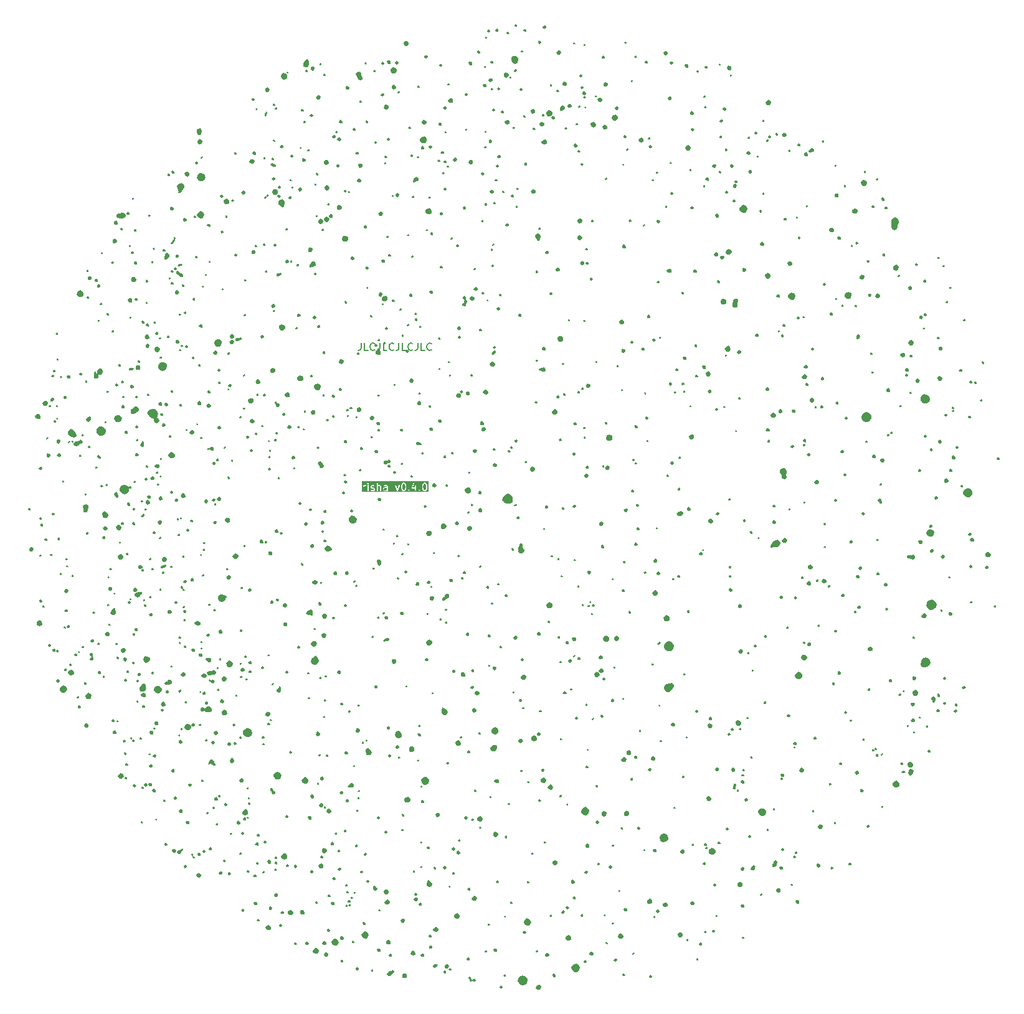
<source format=gto>
%TF.GenerationSoftware,KiCad,Pcbnew,8.0.7*%
%TF.CreationDate,2025-01-05T02:21:24-08:00*%
%TF.ProjectId,risha,72697368-612e-46b6-9963-61645f706362,v1.0.0*%
%TF.SameCoordinates,Original*%
%TF.FileFunction,Legend,Top*%
%TF.FilePolarity,Positive*%
%FSLAX46Y46*%
G04 Gerber Fmt 4.6, Leading zero omitted, Abs format (unit mm)*
G04 Created by KiCad (PCBNEW 8.0.7) date 2025-01-05 02:21:24*
%MOMM*%
%LPD*%
G01*
G04 APERTURE LIST*
%ADD10C,0.150000*%
%ADD11C,0.000000*%
G04 APERTURE END LIST*
D10*
X119205951Y-66129819D02*
X119205951Y-66844104D01*
X119205951Y-66844104D02*
X119158332Y-66986961D01*
X119158332Y-66986961D02*
X119063094Y-67082200D01*
X119063094Y-67082200D02*
X118920237Y-67129819D01*
X118920237Y-67129819D02*
X118824999Y-67129819D01*
X120158332Y-67129819D02*
X119682142Y-67129819D01*
X119682142Y-67129819D02*
X119682142Y-66129819D01*
X121063094Y-67034580D02*
X121015475Y-67082200D01*
X121015475Y-67082200D02*
X120872618Y-67129819D01*
X120872618Y-67129819D02*
X120777380Y-67129819D01*
X120777380Y-67129819D02*
X120634523Y-67082200D01*
X120634523Y-67082200D02*
X120539285Y-66986961D01*
X120539285Y-66986961D02*
X120491666Y-66891723D01*
X120491666Y-66891723D02*
X120444047Y-66701247D01*
X120444047Y-66701247D02*
X120444047Y-66558390D01*
X120444047Y-66558390D02*
X120491666Y-66367914D01*
X120491666Y-66367914D02*
X120539285Y-66272676D01*
X120539285Y-66272676D02*
X120634523Y-66177438D01*
X120634523Y-66177438D02*
X120777380Y-66129819D01*
X120777380Y-66129819D02*
X120872618Y-66129819D01*
X120872618Y-66129819D02*
X121015475Y-66177438D01*
X121015475Y-66177438D02*
X121063094Y-66225057D01*
X121777380Y-66129819D02*
X121777380Y-66844104D01*
X121777380Y-66844104D02*
X121729761Y-66986961D01*
X121729761Y-66986961D02*
X121634523Y-67082200D01*
X121634523Y-67082200D02*
X121491666Y-67129819D01*
X121491666Y-67129819D02*
X121396428Y-67129819D01*
X122729761Y-67129819D02*
X122253571Y-67129819D01*
X122253571Y-67129819D02*
X122253571Y-66129819D01*
X123634523Y-67034580D02*
X123586904Y-67082200D01*
X123586904Y-67082200D02*
X123444047Y-67129819D01*
X123444047Y-67129819D02*
X123348809Y-67129819D01*
X123348809Y-67129819D02*
X123205952Y-67082200D01*
X123205952Y-67082200D02*
X123110714Y-66986961D01*
X123110714Y-66986961D02*
X123063095Y-66891723D01*
X123063095Y-66891723D02*
X123015476Y-66701247D01*
X123015476Y-66701247D02*
X123015476Y-66558390D01*
X123015476Y-66558390D02*
X123063095Y-66367914D01*
X123063095Y-66367914D02*
X123110714Y-66272676D01*
X123110714Y-66272676D02*
X123205952Y-66177438D01*
X123205952Y-66177438D02*
X123348809Y-66129819D01*
X123348809Y-66129819D02*
X123444047Y-66129819D01*
X123444047Y-66129819D02*
X123586904Y-66177438D01*
X123586904Y-66177438D02*
X123634523Y-66225057D01*
X124348809Y-66129819D02*
X124348809Y-66844104D01*
X124348809Y-66844104D02*
X124301190Y-66986961D01*
X124301190Y-66986961D02*
X124205952Y-67082200D01*
X124205952Y-67082200D02*
X124063095Y-67129819D01*
X124063095Y-67129819D02*
X123967857Y-67129819D01*
X125301190Y-67129819D02*
X124825000Y-67129819D01*
X124825000Y-67129819D02*
X124825000Y-66129819D01*
X126205952Y-67034580D02*
X126158333Y-67082200D01*
X126158333Y-67082200D02*
X126015476Y-67129819D01*
X126015476Y-67129819D02*
X125920238Y-67129819D01*
X125920238Y-67129819D02*
X125777381Y-67082200D01*
X125777381Y-67082200D02*
X125682143Y-66986961D01*
X125682143Y-66986961D02*
X125634524Y-66891723D01*
X125634524Y-66891723D02*
X125586905Y-66701247D01*
X125586905Y-66701247D02*
X125586905Y-66558390D01*
X125586905Y-66558390D02*
X125634524Y-66367914D01*
X125634524Y-66367914D02*
X125682143Y-66272676D01*
X125682143Y-66272676D02*
X125777381Y-66177438D01*
X125777381Y-66177438D02*
X125920238Y-66129819D01*
X125920238Y-66129819D02*
X126015476Y-66129819D01*
X126015476Y-66129819D02*
X126158333Y-66177438D01*
X126158333Y-66177438D02*
X126205952Y-66225057D01*
X126920238Y-66129819D02*
X126920238Y-66844104D01*
X126920238Y-66844104D02*
X126872619Y-66986961D01*
X126872619Y-66986961D02*
X126777381Y-67082200D01*
X126777381Y-67082200D02*
X126634524Y-67129819D01*
X126634524Y-67129819D02*
X126539286Y-67129819D01*
X127872619Y-67129819D02*
X127396429Y-67129819D01*
X127396429Y-67129819D02*
X127396429Y-66129819D01*
X128777381Y-67034580D02*
X128729762Y-67082200D01*
X128729762Y-67082200D02*
X128586905Y-67129819D01*
X128586905Y-67129819D02*
X128491667Y-67129819D01*
X128491667Y-67129819D02*
X128348810Y-67082200D01*
X128348810Y-67082200D02*
X128253572Y-66986961D01*
X128253572Y-66986961D02*
X128205953Y-66891723D01*
X128205953Y-66891723D02*
X128158334Y-66701247D01*
X128158334Y-66701247D02*
X128158334Y-66558390D01*
X128158334Y-66558390D02*
X128205953Y-66367914D01*
X128205953Y-66367914D02*
X128253572Y-66272676D01*
X128253572Y-66272676D02*
X128348810Y-66177438D01*
X128348810Y-66177438D02*
X128491667Y-66129819D01*
X128491667Y-66129819D02*
X128586905Y-66129819D01*
X128586905Y-66129819D02*
X128729762Y-66177438D01*
X128729762Y-66177438D02*
X128777381Y-66225057D01*
G36*
X122702381Y-86085847D02*
G01*
X122664438Y-86104819D01*
X122461753Y-86104819D01*
X122404711Y-86076298D01*
X122376191Y-86019256D01*
X122376191Y-85959428D01*
X122404711Y-85902386D01*
X122461753Y-85873866D01*
X122682143Y-85873866D01*
X122696775Y-85872425D01*
X122699264Y-85871393D01*
X122701952Y-85871203D01*
X122702381Y-85871038D01*
X122702381Y-86085847D01*
G37*
G36*
X125113907Y-85289077D02*
G01*
X125144314Y-85319484D01*
X125182807Y-85396471D01*
X125226191Y-85570005D01*
X125226191Y-85789632D01*
X125182807Y-85963166D01*
X125144313Y-86040153D01*
X125113906Y-86070561D01*
X125045391Y-86104819D01*
X124985563Y-86104819D01*
X124917047Y-86070561D01*
X124886640Y-86040153D01*
X124848146Y-85963166D01*
X124804763Y-85789632D01*
X124804763Y-85570005D01*
X124848146Y-85396471D01*
X124886640Y-85319484D01*
X124917047Y-85289077D01*
X124985563Y-85254819D01*
X125045391Y-85254819D01*
X125113907Y-85289077D01*
G37*
G36*
X127971049Y-85289077D02*
G01*
X128001456Y-85319484D01*
X128039949Y-85396471D01*
X128083333Y-85570005D01*
X128083333Y-85789632D01*
X128039949Y-85963166D01*
X128001455Y-86040153D01*
X127971048Y-86070561D01*
X127902533Y-86104819D01*
X127842705Y-86104819D01*
X127774189Y-86070561D01*
X127743782Y-86040153D01*
X127705288Y-85963166D01*
X127661905Y-85789632D01*
X127661905Y-85570005D01*
X127705288Y-85396471D01*
X127743782Y-85319484D01*
X127774189Y-85289077D01*
X127842705Y-85254819D01*
X127902533Y-85254819D01*
X127971049Y-85289077D01*
G37*
G36*
X128344444Y-86365930D02*
G01*
X119353175Y-86365930D01*
X119353175Y-85513152D01*
X119464286Y-85513152D01*
X119464286Y-86179819D01*
X119465727Y-86194451D01*
X119476926Y-86221487D01*
X119497618Y-86242179D01*
X119524654Y-86253378D01*
X119553918Y-86253378D01*
X119580954Y-86242179D01*
X119601646Y-86221487D01*
X119612845Y-86194451D01*
X119614286Y-86179819D01*
X119614286Y-85721333D01*
X119648544Y-85652817D01*
X119678951Y-85622410D01*
X119747467Y-85588152D01*
X119825000Y-85588152D01*
X119839632Y-85586711D01*
X119866668Y-85575512D01*
X119887360Y-85554820D01*
X119898559Y-85527784D01*
X119898559Y-85513152D01*
X120083334Y-85513152D01*
X120083334Y-86179819D01*
X120084775Y-86194451D01*
X120095974Y-86221487D01*
X120116666Y-86242179D01*
X120143702Y-86253378D01*
X120172966Y-86253378D01*
X120200002Y-86242179D01*
X120220694Y-86221487D01*
X120231893Y-86194451D01*
X120233334Y-86179819D01*
X120233334Y-85656009D01*
X120511905Y-85656009D01*
X120511905Y-85703628D01*
X120513346Y-85718260D01*
X120514377Y-85720749D01*
X120514568Y-85723437D01*
X120519823Y-85737169D01*
X120567442Y-85832407D01*
X120568982Y-85834854D01*
X120569367Y-85836008D01*
X120570612Y-85837444D01*
X120575274Y-85844850D01*
X120582378Y-85851011D01*
X120588540Y-85858116D01*
X120595945Y-85862777D01*
X120597382Y-85864023D01*
X120598535Y-85864407D01*
X120600983Y-85865948D01*
X120696221Y-85913567D01*
X120709952Y-85918822D01*
X120712641Y-85919013D01*
X120715130Y-85920044D01*
X120729762Y-85921485D01*
X120854914Y-85921485D01*
X120911955Y-85950005D01*
X120940476Y-86007047D01*
X120940476Y-86019256D01*
X120911955Y-86076298D01*
X120854914Y-86104819D01*
X120699848Y-86104819D01*
X120620446Y-86065118D01*
X120606714Y-86059863D01*
X120577524Y-86057789D01*
X120549763Y-86067043D01*
X120527655Y-86086216D01*
X120514568Y-86112391D01*
X120512494Y-86141581D01*
X120521748Y-86169342D01*
X120540921Y-86191450D01*
X120553364Y-86199282D01*
X120648602Y-86246901D01*
X120662333Y-86252156D01*
X120665022Y-86252347D01*
X120667511Y-86253378D01*
X120682143Y-86254819D01*
X120872619Y-86254819D01*
X120887251Y-86253378D01*
X120889740Y-86252346D01*
X120892428Y-86252156D01*
X120906160Y-86246901D01*
X121001398Y-86199282D01*
X121003845Y-86197741D01*
X121004999Y-86197357D01*
X121006435Y-86196111D01*
X121013841Y-86191450D01*
X121020002Y-86184345D01*
X121027107Y-86178184D01*
X121031768Y-86170778D01*
X121033014Y-86169342D01*
X121033398Y-86168188D01*
X121034939Y-86165741D01*
X121082558Y-86070502D01*
X121087813Y-86056770D01*
X121088003Y-86054082D01*
X121089035Y-86051593D01*
X121090476Y-86036961D01*
X121090476Y-85989342D01*
X121089035Y-85974710D01*
X121088004Y-85972221D01*
X121087813Y-85969532D01*
X121082558Y-85955801D01*
X121034939Y-85860563D01*
X121033398Y-85858115D01*
X121033014Y-85856962D01*
X121031768Y-85855525D01*
X121027107Y-85848120D01*
X121020002Y-85841958D01*
X121013841Y-85834854D01*
X121006435Y-85830192D01*
X121004999Y-85828947D01*
X121003845Y-85828562D01*
X121001398Y-85827022D01*
X120906160Y-85779403D01*
X120892428Y-85774148D01*
X120889740Y-85773957D01*
X120887251Y-85772926D01*
X120872619Y-85771485D01*
X120747467Y-85771485D01*
X120690425Y-85742964D01*
X120661905Y-85685923D01*
X120661905Y-85673714D01*
X120690425Y-85616672D01*
X120747467Y-85588152D01*
X120854914Y-85588152D01*
X120934316Y-85627853D01*
X120948047Y-85633108D01*
X120977237Y-85635182D01*
X121004999Y-85625928D01*
X121027106Y-85606755D01*
X121040194Y-85580580D01*
X121042268Y-85551390D01*
X121033014Y-85523629D01*
X121013841Y-85501521D01*
X121001398Y-85493689D01*
X120906160Y-85446070D01*
X120892428Y-85440815D01*
X120889740Y-85440624D01*
X120887251Y-85439593D01*
X120872619Y-85438152D01*
X120729762Y-85438152D01*
X120715130Y-85439593D01*
X120712641Y-85440623D01*
X120709952Y-85440815D01*
X120696221Y-85446070D01*
X120600983Y-85493689D01*
X120598535Y-85495229D01*
X120597382Y-85495614D01*
X120595945Y-85496859D01*
X120588540Y-85501521D01*
X120582378Y-85508625D01*
X120575274Y-85514787D01*
X120570612Y-85522192D01*
X120569367Y-85523629D01*
X120568982Y-85524782D01*
X120567442Y-85527230D01*
X120519823Y-85622468D01*
X120514568Y-85636200D01*
X120514377Y-85638887D01*
X120513346Y-85641377D01*
X120511905Y-85656009D01*
X120233334Y-85656009D01*
X120233334Y-85513152D01*
X120231893Y-85498520D01*
X120220694Y-85471484D01*
X120200002Y-85450792D01*
X120172966Y-85439593D01*
X120143702Y-85439593D01*
X120116666Y-85450792D01*
X120095974Y-85471484D01*
X120084775Y-85498520D01*
X120083334Y-85513152D01*
X119898559Y-85513152D01*
X119898559Y-85498520D01*
X119887360Y-85471484D01*
X119866668Y-85450792D01*
X119839632Y-85439593D01*
X119825000Y-85438152D01*
X119729762Y-85438152D01*
X119715130Y-85439593D01*
X119712641Y-85440623D01*
X119709952Y-85440815D01*
X119696221Y-85446070D01*
X119609151Y-85489604D01*
X119601646Y-85471484D01*
X119580954Y-85450792D01*
X119553918Y-85439593D01*
X119524654Y-85439593D01*
X119497618Y-85450792D01*
X119476926Y-85471484D01*
X119465727Y-85498520D01*
X119464286Y-85513152D01*
X119353175Y-85513152D01*
X119353175Y-85212807D01*
X120037156Y-85212807D01*
X120037156Y-85242069D01*
X120048355Y-85269106D01*
X120057682Y-85280471D01*
X120105301Y-85328090D01*
X120116666Y-85337417D01*
X120143702Y-85348616D01*
X120143703Y-85348616D01*
X120172965Y-85348616D01*
X120172966Y-85348616D01*
X120200002Y-85337417D01*
X120211367Y-85328090D01*
X120258986Y-85280471D01*
X120268313Y-85269106D01*
X120279512Y-85242070D01*
X120279512Y-85212807D01*
X120271909Y-85194451D01*
X120268313Y-85185770D01*
X120263429Y-85179819D01*
X121369048Y-85179819D01*
X121369048Y-86179819D01*
X121370489Y-86194451D01*
X121381688Y-86221487D01*
X121402380Y-86242179D01*
X121429416Y-86253378D01*
X121458680Y-86253378D01*
X121485716Y-86242179D01*
X121506408Y-86221487D01*
X121517607Y-86194451D01*
X121519048Y-86179819D01*
X121519048Y-85639456D01*
X121536094Y-85622410D01*
X121604610Y-85588152D01*
X121712057Y-85588152D01*
X121769098Y-85616672D01*
X121797619Y-85673714D01*
X121797619Y-86179819D01*
X121799060Y-86194451D01*
X121810259Y-86221487D01*
X121830951Y-86242179D01*
X121857987Y-86253378D01*
X121887251Y-86253378D01*
X121914287Y-86242179D01*
X121934979Y-86221487D01*
X121946178Y-86194451D01*
X121947619Y-86179819D01*
X121947619Y-85941723D01*
X122226191Y-85941723D01*
X122226191Y-86036961D01*
X122227632Y-86051593D01*
X122228663Y-86054082D01*
X122228854Y-86056770D01*
X122234109Y-86070502D01*
X122281728Y-86165741D01*
X122283268Y-86168187D01*
X122283653Y-86169342D01*
X122284899Y-86170779D01*
X122289560Y-86178183D01*
X122296662Y-86184342D01*
X122302826Y-86191450D01*
X122310231Y-86196111D01*
X122311668Y-86197357D01*
X122312821Y-86197741D01*
X122315269Y-86199282D01*
X122410507Y-86246901D01*
X122424238Y-86252156D01*
X122426927Y-86252347D01*
X122429416Y-86253378D01*
X122444048Y-86254819D01*
X122682143Y-86254819D01*
X122696775Y-86253378D01*
X122699264Y-86252346D01*
X122701952Y-86252156D01*
X122715684Y-86246901D01*
X122732184Y-86238650D01*
X122735713Y-86242179D01*
X122762749Y-86253378D01*
X122792013Y-86253378D01*
X122819049Y-86242179D01*
X122839741Y-86221487D01*
X122850940Y-86194451D01*
X122852381Y-86179819D01*
X122852381Y-85656009D01*
X122850940Y-85641377D01*
X122849909Y-85638888D01*
X122849718Y-85636199D01*
X122844463Y-85622468D01*
X122796844Y-85527230D01*
X122795303Y-85524782D01*
X122795080Y-85524113D01*
X123846044Y-85524113D01*
X123849608Y-85538377D01*
X124087703Y-86205044D01*
X124093982Y-86218339D01*
X124096508Y-86221129D01*
X124098120Y-86224532D01*
X124106255Y-86231897D01*
X124113621Y-86240033D01*
X124117023Y-86241644D01*
X124119814Y-86244171D01*
X124130151Y-86247862D01*
X124140067Y-86252560D01*
X124143825Y-86252746D01*
X124147373Y-86254014D01*
X124158334Y-86253468D01*
X124169295Y-86254014D01*
X124172842Y-86252746D01*
X124176601Y-86252560D01*
X124186516Y-86247862D01*
X124196854Y-86244171D01*
X124199644Y-86241644D01*
X124203047Y-86240033D01*
X124210415Y-86231893D01*
X124218548Y-86224531D01*
X124220158Y-86221130D01*
X124222686Y-86218339D01*
X124228965Y-86205044D01*
X124459062Y-85560771D01*
X124654763Y-85560771D01*
X124654763Y-85798866D01*
X124655014Y-85801419D01*
X124654852Y-85802512D01*
X124655661Y-85807985D01*
X124656204Y-85813498D01*
X124656626Y-85814519D01*
X124657002Y-85817056D01*
X124704621Y-86007532D01*
X124705006Y-86008611D01*
X124705045Y-86009151D01*
X124707372Y-86015232D01*
X124709568Y-86021378D01*
X124709890Y-86021813D01*
X124710300Y-86022883D01*
X124757919Y-86118121D01*
X124761882Y-86124417D01*
X124762640Y-86126247D01*
X124764329Y-86128305D01*
X124765751Y-86130564D01*
X124767249Y-86131863D01*
X124771967Y-86137612D01*
X124819586Y-86185232D01*
X124825335Y-86189950D01*
X124826636Y-86191450D01*
X124828895Y-86192872D01*
X124830952Y-86194560D01*
X124832779Y-86195317D01*
X124839079Y-86199282D01*
X124934317Y-86246901D01*
X124948048Y-86252156D01*
X124950737Y-86252347D01*
X124953226Y-86253378D01*
X124967858Y-86254819D01*
X125063096Y-86254819D01*
X125077728Y-86253378D01*
X125080217Y-86252346D01*
X125082905Y-86252156D01*
X125096637Y-86246901D01*
X125191875Y-86199282D01*
X125198174Y-86195317D01*
X125200002Y-86194560D01*
X125202058Y-86192872D01*
X125204318Y-86191450D01*
X125205618Y-86189950D01*
X125211368Y-86185232D01*
X125258986Y-86137613D01*
X125263704Y-86131863D01*
X125265203Y-86130564D01*
X125266624Y-86128305D01*
X125268314Y-86126247D01*
X125269071Y-86124417D01*
X125273035Y-86118121D01*
X125273311Y-86117569D01*
X125608585Y-86117569D01*
X125608585Y-86146832D01*
X125613622Y-86158991D01*
X125619784Y-86173868D01*
X125629111Y-86185233D01*
X125676730Y-86232852D01*
X125688095Y-86242179D01*
X125715131Y-86253378D01*
X125715132Y-86253378D01*
X125744394Y-86253378D01*
X125744395Y-86253378D01*
X125771431Y-86242179D01*
X125782796Y-86232852D01*
X125830415Y-86185233D01*
X125839742Y-86173868D01*
X125850941Y-86146832D01*
X125850941Y-86117569D01*
X125850895Y-86117459D01*
X125839743Y-86090533D01*
X125830415Y-86079167D01*
X125782797Y-86031548D01*
X125771431Y-86022220D01*
X125771430Y-86022219D01*
X125753134Y-86014641D01*
X125744395Y-86011021D01*
X125744394Y-86011021D01*
X125715131Y-86011021D01*
X125706392Y-86014641D01*
X125688096Y-86022219D01*
X125688095Y-86022220D01*
X125676729Y-86031548D01*
X125629110Y-86079168D01*
X125619783Y-86090533D01*
X125608585Y-86117569D01*
X125273311Y-86117569D01*
X125320654Y-86022883D01*
X125321063Y-86021813D01*
X125321386Y-86021378D01*
X125323578Y-86015241D01*
X125325909Y-86009152D01*
X125325947Y-86008611D01*
X125326333Y-86007532D01*
X125368940Y-85837105D01*
X126083923Y-85837105D01*
X126084775Y-85849090D01*
X126084775Y-85861117D01*
X126085807Y-85863608D01*
X126085998Y-85866295D01*
X126091372Y-85877044D01*
X126095974Y-85888153D01*
X126097879Y-85890058D01*
X126099084Y-85892468D01*
X126108166Y-85900345D01*
X126116666Y-85908845D01*
X126119154Y-85909875D01*
X126121191Y-85911642D01*
X126132594Y-85915443D01*
X126143702Y-85920044D01*
X126147528Y-85920420D01*
X126148954Y-85920896D01*
X126150928Y-85920755D01*
X126158334Y-85921485D01*
X126559524Y-85921485D01*
X126559524Y-86179819D01*
X126560965Y-86194451D01*
X126572164Y-86221487D01*
X126592856Y-86242179D01*
X126619892Y-86253378D01*
X126649156Y-86253378D01*
X126676192Y-86242179D01*
X126696884Y-86221487D01*
X126708083Y-86194451D01*
X126709524Y-86179819D01*
X126709524Y-86117569D01*
X127037156Y-86117569D01*
X127037156Y-86146832D01*
X127042193Y-86158991D01*
X127048355Y-86173868D01*
X127057682Y-86185233D01*
X127105301Y-86232852D01*
X127116666Y-86242179D01*
X127143702Y-86253378D01*
X127143703Y-86253378D01*
X127172965Y-86253378D01*
X127172966Y-86253378D01*
X127200002Y-86242179D01*
X127211367Y-86232852D01*
X127258986Y-86185233D01*
X127268313Y-86173868D01*
X127279512Y-86146832D01*
X127279512Y-86117569D01*
X127279466Y-86117459D01*
X127268314Y-86090533D01*
X127258986Y-86079167D01*
X127211368Y-86031548D01*
X127200002Y-86022220D01*
X127200001Y-86022219D01*
X127181705Y-86014641D01*
X127172966Y-86011021D01*
X127172965Y-86011021D01*
X127143702Y-86011021D01*
X127134963Y-86014641D01*
X127116667Y-86022219D01*
X127116666Y-86022220D01*
X127105300Y-86031548D01*
X127057681Y-86079168D01*
X127048354Y-86090533D01*
X127037156Y-86117569D01*
X126709524Y-86117569D01*
X126709524Y-85921485D01*
X126777381Y-85921485D01*
X126792013Y-85920044D01*
X126819049Y-85908845D01*
X126839741Y-85888153D01*
X126850940Y-85861117D01*
X126850940Y-85831853D01*
X126839741Y-85804817D01*
X126819049Y-85784125D01*
X126792013Y-85772926D01*
X126777381Y-85771485D01*
X126709524Y-85771485D01*
X126709524Y-85560771D01*
X127511905Y-85560771D01*
X127511905Y-85798866D01*
X127512156Y-85801419D01*
X127511994Y-85802512D01*
X127512803Y-85807985D01*
X127513346Y-85813498D01*
X127513768Y-85814519D01*
X127514144Y-85817056D01*
X127561763Y-86007532D01*
X127562148Y-86008611D01*
X127562187Y-86009151D01*
X127564514Y-86015232D01*
X127566710Y-86021378D01*
X127567032Y-86021813D01*
X127567442Y-86022883D01*
X127615061Y-86118121D01*
X127619024Y-86124417D01*
X127619782Y-86126247D01*
X127621471Y-86128305D01*
X127622893Y-86130564D01*
X127624391Y-86131863D01*
X127629109Y-86137612D01*
X127676728Y-86185232D01*
X127682477Y-86189950D01*
X127683778Y-86191450D01*
X127686037Y-86192872D01*
X127688094Y-86194560D01*
X127689921Y-86195317D01*
X127696221Y-86199282D01*
X127791459Y-86246901D01*
X127805190Y-86252156D01*
X127807879Y-86252347D01*
X127810368Y-86253378D01*
X127825000Y-86254819D01*
X127920238Y-86254819D01*
X127934870Y-86253378D01*
X127937359Y-86252346D01*
X127940047Y-86252156D01*
X127953779Y-86246901D01*
X128049017Y-86199282D01*
X128055316Y-86195317D01*
X128057144Y-86194560D01*
X128059200Y-86192872D01*
X128061460Y-86191450D01*
X128062760Y-86189950D01*
X128068510Y-86185232D01*
X128116128Y-86137613D01*
X128120846Y-86131863D01*
X128122345Y-86130564D01*
X128123766Y-86128305D01*
X128125456Y-86126247D01*
X128126213Y-86124417D01*
X128130177Y-86118121D01*
X128177796Y-86022883D01*
X128178205Y-86021813D01*
X128178528Y-86021378D01*
X128180720Y-86015241D01*
X128183051Y-86009152D01*
X128183089Y-86008611D01*
X128183475Y-86007532D01*
X128231094Y-85817056D01*
X128231469Y-85814519D01*
X128231892Y-85813498D01*
X128232434Y-85807985D01*
X128233244Y-85802512D01*
X128233081Y-85801419D01*
X128233333Y-85798866D01*
X128233333Y-85560771D01*
X128233081Y-85558217D01*
X128233244Y-85557125D01*
X128232434Y-85551651D01*
X128231892Y-85546139D01*
X128231469Y-85545117D01*
X128231094Y-85542581D01*
X128183475Y-85352105D01*
X128183089Y-85351025D01*
X128183051Y-85350485D01*
X128180720Y-85344395D01*
X128178528Y-85338259D01*
X128178205Y-85337823D01*
X128177796Y-85336754D01*
X128130177Y-85241516D01*
X128126212Y-85235216D01*
X128125455Y-85233389D01*
X128123766Y-85231332D01*
X128122345Y-85229073D01*
X128120846Y-85227773D01*
X128116128Y-85222024D01*
X128068509Y-85174405D01*
X128062759Y-85169686D01*
X128061460Y-85168188D01*
X128059200Y-85166766D01*
X128057144Y-85165078D01*
X128055316Y-85164320D01*
X128049017Y-85160356D01*
X127953779Y-85112737D01*
X127940047Y-85107482D01*
X127937359Y-85107291D01*
X127934870Y-85106260D01*
X127920238Y-85104819D01*
X127825000Y-85104819D01*
X127810368Y-85106260D01*
X127807879Y-85107290D01*
X127805190Y-85107482D01*
X127791459Y-85112737D01*
X127696221Y-85160356D01*
X127689921Y-85164320D01*
X127688094Y-85165078D01*
X127686037Y-85166766D01*
X127683778Y-85168188D01*
X127682478Y-85169686D01*
X127676729Y-85174405D01*
X127629110Y-85222024D01*
X127624391Y-85227773D01*
X127622893Y-85229073D01*
X127621471Y-85231332D01*
X127619783Y-85233389D01*
X127619025Y-85235216D01*
X127615061Y-85241516D01*
X127567442Y-85336754D01*
X127567032Y-85337823D01*
X127566710Y-85338259D01*
X127564514Y-85344404D01*
X127562187Y-85350486D01*
X127562148Y-85351025D01*
X127561763Y-85352105D01*
X127514144Y-85542581D01*
X127513768Y-85545117D01*
X127513346Y-85546139D01*
X127512803Y-85551651D01*
X127511994Y-85557125D01*
X127512156Y-85558217D01*
X127511905Y-85560771D01*
X126709524Y-85560771D01*
X126709524Y-85513152D01*
X126708083Y-85498520D01*
X126696884Y-85471484D01*
X126676192Y-85450792D01*
X126649156Y-85439593D01*
X126619892Y-85439593D01*
X126592856Y-85450792D01*
X126572164Y-85471484D01*
X126560965Y-85498520D01*
X126559524Y-85513152D01*
X126559524Y-85771485D01*
X126262391Y-85771485D01*
X126467580Y-85155918D01*
X126470840Y-85141581D01*
X126468765Y-85112391D01*
X126455679Y-85086217D01*
X126433571Y-85067043D01*
X126405809Y-85057789D01*
X126376619Y-85059864D01*
X126350446Y-85072951D01*
X126331272Y-85095058D01*
X126325278Y-85108483D01*
X126087183Y-85822768D01*
X126085533Y-85830021D01*
X126084775Y-85831853D01*
X126084775Y-85833358D01*
X126083923Y-85837105D01*
X125368940Y-85837105D01*
X125373952Y-85817056D01*
X125374327Y-85814519D01*
X125374750Y-85813498D01*
X125375292Y-85807985D01*
X125376102Y-85802512D01*
X125375939Y-85801419D01*
X125376191Y-85798866D01*
X125376191Y-85560771D01*
X125375939Y-85558217D01*
X125376102Y-85557125D01*
X125375292Y-85551651D01*
X125374750Y-85546139D01*
X125374327Y-85545117D01*
X125373952Y-85542581D01*
X125326333Y-85352105D01*
X125325947Y-85351025D01*
X125325909Y-85350485D01*
X125323578Y-85344395D01*
X125321386Y-85338259D01*
X125321063Y-85337823D01*
X125320654Y-85336754D01*
X125273035Y-85241516D01*
X125269070Y-85235216D01*
X125268313Y-85233389D01*
X125266624Y-85231332D01*
X125265203Y-85229073D01*
X125263704Y-85227773D01*
X125258986Y-85222024D01*
X125211367Y-85174405D01*
X125205617Y-85169686D01*
X125204318Y-85168188D01*
X125202058Y-85166766D01*
X125200002Y-85165078D01*
X125198174Y-85164320D01*
X125191875Y-85160356D01*
X125096637Y-85112737D01*
X125082905Y-85107482D01*
X125080217Y-85107291D01*
X125077728Y-85106260D01*
X125063096Y-85104819D01*
X124967858Y-85104819D01*
X124953226Y-85106260D01*
X124950737Y-85107290D01*
X124948048Y-85107482D01*
X124934317Y-85112737D01*
X124839079Y-85160356D01*
X124832779Y-85164320D01*
X124830952Y-85165078D01*
X124828895Y-85166766D01*
X124826636Y-85168188D01*
X124825336Y-85169686D01*
X124819587Y-85174405D01*
X124771968Y-85222024D01*
X124767249Y-85227773D01*
X124765751Y-85229073D01*
X124764329Y-85231332D01*
X124762641Y-85233389D01*
X124761883Y-85235216D01*
X124757919Y-85241516D01*
X124710300Y-85336754D01*
X124709890Y-85337823D01*
X124709568Y-85338259D01*
X124707372Y-85344404D01*
X124705045Y-85350486D01*
X124705006Y-85351025D01*
X124704621Y-85352105D01*
X124657002Y-85542581D01*
X124656626Y-85545117D01*
X124656204Y-85546139D01*
X124655661Y-85551651D01*
X124654852Y-85557125D01*
X124655014Y-85558217D01*
X124654763Y-85560771D01*
X124459062Y-85560771D01*
X124467060Y-85538377D01*
X124470624Y-85524113D01*
X124469170Y-85494886D01*
X124456643Y-85468440D01*
X124434949Y-85448800D01*
X124407390Y-85438957D01*
X124378162Y-85440411D01*
X124351716Y-85452938D01*
X124332077Y-85474632D01*
X124325798Y-85487927D01*
X124158334Y-85956826D01*
X123990870Y-85487927D01*
X123984591Y-85474632D01*
X123964952Y-85452938D01*
X123938506Y-85440411D01*
X123909278Y-85438957D01*
X123881719Y-85448800D01*
X123860025Y-85468439D01*
X123847498Y-85494885D01*
X123846044Y-85524113D01*
X122795080Y-85524113D01*
X122794919Y-85523629D01*
X122793673Y-85522192D01*
X122789012Y-85514787D01*
X122781907Y-85508625D01*
X122775746Y-85501521D01*
X122768340Y-85496859D01*
X122766904Y-85495614D01*
X122765750Y-85495229D01*
X122763303Y-85493689D01*
X122668065Y-85446070D01*
X122654333Y-85440815D01*
X122651645Y-85440624D01*
X122649156Y-85439593D01*
X122634524Y-85438152D01*
X122444048Y-85438152D01*
X122429416Y-85439593D01*
X122426927Y-85440623D01*
X122424238Y-85440815D01*
X122410507Y-85446070D01*
X122315269Y-85493689D01*
X122302826Y-85501521D01*
X122283653Y-85523629D01*
X122274399Y-85551390D01*
X122276473Y-85580580D01*
X122289560Y-85606755D01*
X122311668Y-85625928D01*
X122339429Y-85635182D01*
X122368619Y-85633108D01*
X122382351Y-85627853D01*
X122461753Y-85588152D01*
X122616819Y-85588152D01*
X122673860Y-85616672D01*
X122702381Y-85673714D01*
X122702381Y-85704894D01*
X122664438Y-85723866D01*
X122444048Y-85723866D01*
X122429416Y-85725307D01*
X122426927Y-85726337D01*
X122424238Y-85726529D01*
X122410507Y-85731784D01*
X122315269Y-85779403D01*
X122312821Y-85780943D01*
X122311668Y-85781328D01*
X122310231Y-85782573D01*
X122302826Y-85787235D01*
X122296664Y-85794339D01*
X122289560Y-85800501D01*
X122284898Y-85807906D01*
X122283653Y-85809343D01*
X122283268Y-85810496D01*
X122281728Y-85812944D01*
X122234109Y-85908182D01*
X122228854Y-85921914D01*
X122228663Y-85924601D01*
X122227632Y-85927091D01*
X122226191Y-85941723D01*
X121947619Y-85941723D01*
X121947619Y-85656009D01*
X121946178Y-85641377D01*
X121945147Y-85638888D01*
X121944956Y-85636199D01*
X121939701Y-85622468D01*
X121892082Y-85527230D01*
X121890541Y-85524782D01*
X121890157Y-85523629D01*
X121888911Y-85522192D01*
X121884250Y-85514787D01*
X121877145Y-85508625D01*
X121870984Y-85501521D01*
X121863578Y-85496859D01*
X121862142Y-85495614D01*
X121860988Y-85495229D01*
X121858541Y-85493689D01*
X121763303Y-85446070D01*
X121749571Y-85440815D01*
X121746883Y-85440624D01*
X121744394Y-85439593D01*
X121729762Y-85438152D01*
X121586905Y-85438152D01*
X121572273Y-85439593D01*
X121569784Y-85440623D01*
X121567095Y-85440815D01*
X121553364Y-85446070D01*
X121519048Y-85463228D01*
X121519048Y-85179819D01*
X121517607Y-85165187D01*
X121506408Y-85138151D01*
X121485716Y-85117459D01*
X121458680Y-85106260D01*
X121429416Y-85106260D01*
X121402380Y-85117459D01*
X121381688Y-85138151D01*
X121370489Y-85165187D01*
X121369048Y-85179819D01*
X120263429Y-85179819D01*
X120258986Y-85174405D01*
X120211367Y-85126786D01*
X120200002Y-85117459D01*
X120172966Y-85106260D01*
X120172965Y-85106260D01*
X120143702Y-85106260D01*
X120116666Y-85117459D01*
X120105301Y-85126786D01*
X120057682Y-85174405D01*
X120048355Y-85185770D01*
X120037156Y-85212807D01*
X119353175Y-85212807D01*
X119353175Y-84946678D01*
X128344444Y-84946678D01*
X128344444Y-86365930D01*
G37*
D11*
%TO.C,G\u002A\u002A\u002A*%
G36*
X73532666Y-88207666D02*
G01*
X73490333Y-88250000D01*
X73448000Y-88207666D01*
X73490333Y-88165333D01*
X73532666Y-88207666D01*
G37*
G36*
X88349333Y-88207666D02*
G01*
X88307000Y-88250000D01*
X88264666Y-88207666D01*
X88307000Y-88165333D01*
X88349333Y-88207666D01*
G37*
G36*
X90127333Y-74745666D02*
G01*
X90085000Y-74788000D01*
X90042666Y-74745666D01*
X90085000Y-74703333D01*
X90127333Y-74745666D01*
G37*
G36*
X90127333Y-101585000D02*
G01*
X90085000Y-101627333D01*
X90042666Y-101585000D01*
X90085000Y-101542666D01*
X90127333Y-101585000D01*
G37*
G36*
X95292000Y-114115666D02*
G01*
X95249666Y-114158000D01*
X95207333Y-114115666D01*
X95249666Y-114073333D01*
X95292000Y-114115666D01*
G37*
G36*
X104774666Y-88207666D02*
G01*
X104732333Y-88250000D01*
X104690000Y-88207666D01*
X104732333Y-88165333D01*
X104774666Y-88207666D01*
G37*
G36*
X105960000Y-78979000D02*
G01*
X105917666Y-79021333D01*
X105875333Y-78979000D01*
X105917666Y-78936666D01*
X105960000Y-78979000D01*
G37*
G36*
X105960000Y-97351666D02*
G01*
X105917666Y-97394000D01*
X105875333Y-97351666D01*
X105917666Y-97309333D01*
X105960000Y-97351666D01*
G37*
G36*
X109516000Y-70427666D02*
G01*
X109473666Y-70470000D01*
X109431333Y-70427666D01*
X109473666Y-70385333D01*
X109516000Y-70427666D01*
G37*
G36*
X109516000Y-105903000D02*
G01*
X109473666Y-105945333D01*
X109431333Y-105903000D01*
X109473666Y-105860666D01*
X109516000Y-105903000D01*
G37*
G36*
X122216000Y-88207666D02*
G01*
X122173666Y-88250000D01*
X122131333Y-88207666D01*
X122173666Y-88165333D01*
X122216000Y-88207666D01*
G37*
G36*
X124671333Y-79148333D02*
G01*
X124629000Y-79190666D01*
X124586666Y-79148333D01*
X124629000Y-79106000D01*
X124671333Y-79148333D01*
G37*
G36*
X124671333Y-97182333D02*
G01*
X124629000Y-97224666D01*
X124586666Y-97182333D01*
X124629000Y-97140000D01*
X124671333Y-97182333D01*
G37*
G36*
X131275333Y-72544333D02*
G01*
X131233000Y-72586666D01*
X131190666Y-72544333D01*
X131233000Y-72502000D01*
X131275333Y-72544333D01*
G37*
G36*
X131275333Y-103786333D02*
G01*
X131233000Y-103828666D01*
X131190666Y-103786333D01*
X131233000Y-103744000D01*
X131275333Y-103786333D01*
G37*
G36*
X135593333Y-70766333D02*
G01*
X135551000Y-70808666D01*
X135508666Y-70766333D01*
X135551000Y-70724000D01*
X135593333Y-70766333D01*
G37*
G36*
X135593333Y-105564333D02*
G01*
X135551000Y-105606666D01*
X135508666Y-105564333D01*
X135551000Y-105522000D01*
X135593333Y-105564333D01*
G37*
G36*
X140250000Y-36222333D02*
G01*
X140207666Y-36264666D01*
X140165333Y-36222333D01*
X140207666Y-36180000D01*
X140250000Y-36222333D01*
G37*
G36*
X140250000Y-52647666D02*
G01*
X140207666Y-52690000D01*
X140165333Y-52647666D01*
X140207666Y-52605333D01*
X140250000Y-52647666D01*
G37*
G36*
X140250000Y-123683000D02*
G01*
X140207666Y-123725333D01*
X140165333Y-123683000D01*
X140207666Y-123640666D01*
X140250000Y-123683000D01*
G37*
G36*
X140250000Y-140108333D02*
G01*
X140207666Y-140150666D01*
X140165333Y-140108333D01*
X140207666Y-140066000D01*
X140250000Y-140108333D01*
G37*
G36*
X144906666Y-70766333D02*
G01*
X144864333Y-70808666D01*
X144822000Y-70766333D01*
X144864333Y-70724000D01*
X144906666Y-70766333D01*
G37*
G36*
X149309333Y-103786333D02*
G01*
X149267000Y-103828666D01*
X149224666Y-103786333D01*
X149267000Y-103744000D01*
X149309333Y-103786333D01*
G37*
G36*
X149478666Y-122497666D02*
G01*
X149436333Y-122540000D01*
X149394000Y-122497666D01*
X149436333Y-122455333D01*
X149478666Y-122497666D01*
G37*
G36*
X153034666Y-75423000D02*
G01*
X152992333Y-75465333D01*
X152950000Y-75423000D01*
X152992333Y-75380666D01*
X153034666Y-75423000D01*
G37*
G36*
X153034666Y-100907666D02*
G01*
X152992333Y-100950000D01*
X152950000Y-100907666D01*
X152992333Y-100865333D01*
X153034666Y-100907666D01*
G37*
G36*
X153712000Y-38000333D02*
G01*
X153669666Y-38042666D01*
X153627333Y-38000333D01*
X153669666Y-37958000D01*
X153712000Y-38000333D01*
G37*
G36*
X153712000Y-138330333D02*
G01*
X153669666Y-138372666D01*
X153627333Y-138330333D01*
X153669666Y-138288000D01*
X153712000Y-138330333D01*
G37*
G36*
X155913333Y-79148333D02*
G01*
X155871000Y-79190666D01*
X155828666Y-79148333D01*
X155871000Y-79106000D01*
X155913333Y-79148333D01*
G37*
G36*
X155913333Y-97182333D02*
G01*
X155871000Y-97224666D01*
X155828666Y-97182333D01*
X155871000Y-97140000D01*
X155913333Y-97182333D01*
G37*
G36*
X157691333Y-92864333D02*
G01*
X157649000Y-92906666D01*
X157606666Y-92864333D01*
X157649000Y-92822000D01*
X157691333Y-92864333D01*
G37*
G36*
X158030000Y-57389000D02*
G01*
X157987666Y-57431333D01*
X157945333Y-57389000D01*
X157987666Y-57346666D01*
X158030000Y-57389000D01*
G37*
G36*
X158030000Y-118941666D02*
G01*
X157987666Y-118984000D01*
X157945333Y-118941666D01*
X157987666Y-118899333D01*
X158030000Y-118941666D01*
G37*
G36*
X165396000Y-63061666D02*
G01*
X165353666Y-63104000D01*
X165311333Y-63061666D01*
X165353666Y-63019333D01*
X165396000Y-63061666D01*
G37*
G36*
X165396000Y-113269000D02*
G01*
X165353666Y-113311333D01*
X165311333Y-113269000D01*
X165353666Y-113226666D01*
X165396000Y-113269000D01*
G37*
G36*
X166242666Y-133165666D02*
G01*
X166200333Y-133208000D01*
X166158000Y-133165666D01*
X166200333Y-133123333D01*
X166242666Y-133165666D01*
G37*
G36*
X176995333Y-51462333D02*
G01*
X176953000Y-51504666D01*
X176910666Y-51462333D01*
X176953000Y-51420000D01*
X176995333Y-51462333D01*
G37*
G36*
X176995333Y-124868333D02*
G01*
X176953000Y-124910666D01*
X176910666Y-124868333D01*
X176953000Y-124826000D01*
X176995333Y-124868333D01*
G37*
G36*
X190457333Y-74745666D02*
G01*
X190415000Y-74788000D01*
X190372666Y-74745666D01*
X190415000Y-74703333D01*
X190457333Y-74745666D01*
G37*
G36*
X77997746Y-76361140D02*
G01*
X78020000Y-76439000D01*
X77959242Y-76546141D01*
X77888527Y-76551041D01*
X77758478Y-76477775D01*
X77764566Y-76381061D01*
X77871833Y-76328118D01*
X77997746Y-76361140D01*
G37*
G36*
X84045687Y-53797817D02*
G01*
X84101041Y-53913194D01*
X84060134Y-54026160D01*
X83989000Y-54044666D01*
X83882244Y-53983801D01*
X83878118Y-53896500D01*
X83948685Y-53777222D01*
X84045687Y-53797817D01*
G37*
G36*
X85787080Y-100152473D02*
G01*
X85809333Y-100230333D01*
X85748575Y-100337474D01*
X85677861Y-100342375D01*
X85547811Y-100269108D01*
X85553899Y-100172395D01*
X85661166Y-100119451D01*
X85787080Y-100152473D01*
G37*
G36*
X86162354Y-117467150D02*
G01*
X86217708Y-117582528D01*
X86176800Y-117695493D01*
X86105666Y-117714000D01*
X85998910Y-117653135D01*
X85994784Y-117565833D01*
X86065351Y-117446555D01*
X86162354Y-117467150D01*
G37*
G36*
X86501020Y-93167817D02*
G01*
X86556374Y-93283194D01*
X86515467Y-93396160D01*
X86444333Y-93414666D01*
X86337577Y-93353801D01*
X86333451Y-93266500D01*
X86404018Y-93147222D01*
X86501020Y-93167817D01*
G37*
G36*
X97555746Y-94903140D02*
G01*
X97578000Y-94981000D01*
X97517242Y-95088141D01*
X97446527Y-95093041D01*
X97316478Y-95019775D01*
X97322566Y-94923061D01*
X97429833Y-94870118D01*
X97555746Y-94903140D01*
G37*
G36*
X97592354Y-107561150D02*
G01*
X97647708Y-107676528D01*
X97606800Y-107789493D01*
X97535666Y-107808000D01*
X97428910Y-107747135D01*
X97424784Y-107659833D01*
X97495351Y-107540555D01*
X97592354Y-107561150D01*
G37*
G36*
X98185020Y-56761150D02*
G01*
X98240374Y-56876528D01*
X98199467Y-56989493D01*
X98128333Y-57008000D01*
X98021577Y-56947135D01*
X98017451Y-56859833D01*
X98088018Y-56740555D01*
X98185020Y-56761150D01*
G37*
G36*
X100471020Y-58708484D02*
G01*
X100526374Y-58823861D01*
X100485467Y-58936827D01*
X100414333Y-58955333D01*
X100307577Y-58894468D01*
X100303451Y-58807166D01*
X100374018Y-58687888D01*
X100471020Y-58708484D01*
G37*
G36*
X101281080Y-72381806D02*
G01*
X101303333Y-72459666D01*
X101242575Y-72566807D01*
X101171861Y-72571708D01*
X101041811Y-72498441D01*
X101047899Y-72401728D01*
X101155166Y-72348785D01*
X101281080Y-72381806D01*
G37*
G36*
X111102413Y-39531140D02*
G01*
X111124666Y-39609000D01*
X111063909Y-39716141D01*
X110993194Y-39721041D01*
X110863144Y-39647775D01*
X110869232Y-39551061D01*
X110976500Y-39498118D01*
X111102413Y-39531140D01*
G37*
G36*
X118335687Y-123563150D02*
G01*
X118391041Y-123678528D01*
X118350134Y-123791493D01*
X118279000Y-123810000D01*
X118172244Y-123749135D01*
X118168118Y-123661833D01*
X118238685Y-123542555D01*
X118335687Y-123563150D01*
G37*
G36*
X122230354Y-60740484D02*
G01*
X122285708Y-60855861D01*
X122244800Y-60968827D01*
X122173666Y-60987333D01*
X122066910Y-60926468D01*
X122062784Y-60839166D01*
X122133351Y-60719888D01*
X122230354Y-60740484D01*
G37*
G36*
X129003687Y-113657150D02*
G01*
X129059041Y-113772528D01*
X129018134Y-113885493D01*
X128947000Y-113904000D01*
X128840244Y-113843135D01*
X128836118Y-113755833D01*
X128906685Y-113636555D01*
X129003687Y-113657150D01*
G37*
G36*
X129935020Y-69545817D02*
G01*
X129990374Y-69661194D01*
X129949467Y-69774160D01*
X129878333Y-69792666D01*
X129771577Y-69731801D01*
X129767451Y-69644500D01*
X129838018Y-69525222D01*
X129935020Y-69545817D01*
G37*
G36*
X136200354Y-37287817D02*
G01*
X136255708Y-37403194D01*
X136214800Y-37516160D01*
X136143666Y-37534666D01*
X136036910Y-37473801D01*
X136032784Y-37386500D01*
X136103351Y-37267222D01*
X136200354Y-37287817D01*
G37*
G36*
X136502413Y-60274473D02*
G01*
X136524666Y-60352333D01*
X136463909Y-60459474D01*
X136393194Y-60464375D01*
X136263144Y-60391108D01*
X136269232Y-60294395D01*
X136376500Y-60241451D01*
X136502413Y-60274473D01*
G37*
G36*
X157790354Y-134993150D02*
G01*
X157845708Y-135108528D01*
X157804800Y-135221493D01*
X157733666Y-135240000D01*
X157626910Y-135179135D01*
X157622784Y-135091833D01*
X157693351Y-134972555D01*
X157790354Y-134993150D01*
G37*
G36*
X159870413Y-115392473D02*
G01*
X159892666Y-115470333D01*
X159831909Y-115577474D01*
X159761194Y-115582375D01*
X159631144Y-115509108D01*
X159637232Y-115412395D01*
X159744500Y-115359451D01*
X159870413Y-115392473D01*
G37*
G36*
X163547687Y-119668484D02*
G01*
X163603041Y-119783861D01*
X163562134Y-119896827D01*
X163491000Y-119915333D01*
X163384244Y-119854468D01*
X163380118Y-119767166D01*
X163450685Y-119647888D01*
X163547687Y-119668484D01*
G37*
G36*
X75719023Y-94902009D02*
G01*
X75765847Y-94984205D01*
X75746080Y-95121991D01*
X75686587Y-95163998D01*
X75531216Y-95174802D01*
X75488152Y-95064120D01*
X75509216Y-94984651D01*
X75607904Y-94864303D01*
X75719023Y-94902009D01*
G37*
G36*
X76701737Y-79011740D02*
G01*
X76686872Y-79121276D01*
X76635444Y-79180339D01*
X76498583Y-79228222D01*
X76419451Y-79127807D01*
X76411333Y-79049555D01*
X76473836Y-78956083D01*
X76602253Y-78943342D01*
X76701737Y-79011740D01*
G37*
G36*
X77039464Y-74634945D02*
G01*
X77068135Y-74756468D01*
X77033986Y-74814458D01*
X76898520Y-74875618D01*
X76787725Y-74827973D01*
X76766118Y-74724500D01*
X76846797Y-74598544D01*
X76913437Y-74576333D01*
X77039464Y-74634945D01*
G37*
G36*
X77208797Y-94870278D02*
G01*
X77237468Y-94991801D01*
X77203319Y-95049791D01*
X77067853Y-95110952D01*
X76957059Y-95063306D01*
X76935451Y-94959833D01*
X77016130Y-94833878D01*
X77082770Y-94811666D01*
X77208797Y-94870278D01*
G37*
G36*
X77452985Y-70488801D02*
G01*
X77512000Y-70648392D01*
X77447340Y-70783905D01*
X77347663Y-70808666D01*
X77168485Y-70757228D01*
X77116034Y-70630455D01*
X77172234Y-70513657D01*
X77317632Y-70434517D01*
X77452985Y-70488801D01*
G37*
G36*
X77986146Y-74676079D02*
G01*
X78005362Y-74732189D01*
X77987885Y-74850217D01*
X77879522Y-74858029D01*
X77749134Y-74775805D01*
X77723666Y-74702174D01*
X77776517Y-74594335D01*
X77887697Y-74588161D01*
X77986146Y-74676079D01*
G37*
G36*
X78070813Y-68326079D02*
G01*
X78090029Y-68382189D01*
X78072551Y-68500217D01*
X77964188Y-68508029D01*
X77833801Y-68425805D01*
X77808333Y-68352174D01*
X77861184Y-68244335D01*
X77972364Y-68238161D01*
X78070813Y-68326079D01*
G37*
G36*
X78517810Y-97424056D02*
G01*
X78566444Y-97550223D01*
X78497944Y-97637810D01*
X78371776Y-97686445D01*
X78284189Y-97617944D01*
X78235555Y-97491776D01*
X78304055Y-97404189D01*
X78430223Y-97355555D01*
X78517810Y-97424056D01*
G37*
G36*
X78990015Y-104704550D02*
G01*
X79110363Y-104803237D01*
X79072657Y-104914357D01*
X78990461Y-104961181D01*
X78852675Y-104941413D01*
X78810668Y-104881921D01*
X78799864Y-104726550D01*
X78910546Y-104683486D01*
X78990015Y-104704550D01*
G37*
G36*
X79245400Y-95391274D02*
G01*
X79325786Y-95501674D01*
X79314694Y-95594833D01*
X79213504Y-95692067D01*
X79079746Y-95667809D01*
X79004152Y-95570462D01*
X79024392Y-95432597D01*
X79085451Y-95389886D01*
X79245400Y-95391274D01*
G37*
G36*
X79381252Y-96424871D02*
G01*
X79428357Y-96524900D01*
X79400587Y-96577857D01*
X79265983Y-96632889D01*
X79148334Y-96582287D01*
X79120666Y-96505000D01*
X79185878Y-96392693D01*
X79242669Y-96378000D01*
X79381252Y-96424871D01*
G37*
G36*
X79665071Y-79519740D02*
G01*
X79650206Y-79629276D01*
X79598777Y-79688339D01*
X79461916Y-79736222D01*
X79382784Y-79635807D01*
X79374666Y-79557555D01*
X79437170Y-79464083D01*
X79565586Y-79451342D01*
X79665071Y-79519740D01*
G37*
G36*
X80108511Y-97693570D02*
G01*
X80136666Y-97817333D01*
X80093815Y-97956294D01*
X79988500Y-97970548D01*
X79862541Y-97887063D01*
X79840333Y-97817333D01*
X79910717Y-97697785D01*
X79988500Y-97664118D01*
X80108511Y-97693570D01*
G37*
G36*
X80870837Y-114217868D02*
G01*
X80898666Y-114327333D01*
X80838798Y-114468837D01*
X80729333Y-114496666D01*
X80587829Y-114436798D01*
X80560000Y-114327333D01*
X80619868Y-114185829D01*
X80729333Y-114158000D01*
X80870837Y-114217868D01*
G37*
G36*
X80953451Y-108121313D02*
G01*
X80968374Y-108174849D01*
X80931902Y-108295686D01*
X80862541Y-108316000D01*
X80752624Y-108244780D01*
X80729333Y-108139611D01*
X80773941Y-108015479D01*
X80868353Y-108012285D01*
X80953451Y-108121313D01*
G37*
G36*
X81481143Y-78543389D02*
G01*
X81529778Y-78669557D01*
X81461277Y-78757144D01*
X81335109Y-78805778D01*
X81247522Y-78737277D01*
X81198888Y-78611110D01*
X81267389Y-78523523D01*
X81393556Y-78474888D01*
X81481143Y-78543389D01*
G37*
G36*
X81526797Y-107400945D02*
G01*
X81555468Y-107522468D01*
X81521319Y-107580458D01*
X81385853Y-107641618D01*
X81275059Y-107593973D01*
X81253451Y-107490500D01*
X81334130Y-107364544D01*
X81400770Y-107342333D01*
X81526797Y-107400945D01*
G37*
G36*
X82129731Y-91902587D02*
G01*
X82168666Y-92064997D01*
X82105740Y-92203623D01*
X82004330Y-92229333D01*
X81824148Y-92177687D01*
X81775433Y-92051137D01*
X81854190Y-91914857D01*
X82011103Y-91834247D01*
X82129731Y-91902587D01*
G37*
G36*
X82140511Y-56206903D02*
G01*
X82168666Y-56330666D01*
X82125815Y-56469627D01*
X82020500Y-56483882D01*
X81894541Y-56400396D01*
X81872333Y-56330666D01*
X81942717Y-56211118D01*
X82020500Y-56177451D01*
X82140511Y-56206903D01*
G37*
G36*
X82368570Y-80147006D02*
G01*
X82412793Y-80289030D01*
X82369149Y-80401295D01*
X82223620Y-80467628D01*
X82116611Y-80398048D01*
X82099278Y-80270166D01*
X82168039Y-80121225D01*
X82252173Y-80079666D01*
X82368570Y-80147006D01*
G37*
G36*
X82982554Y-102697775D02*
G01*
X83064114Y-102816760D01*
X83037721Y-102931389D01*
X82889939Y-102990479D01*
X82743005Y-102941982D01*
X82676666Y-102812666D01*
X82737365Y-102670152D01*
X82836941Y-102643333D01*
X82982554Y-102697775D01*
G37*
G36*
X83343810Y-82946056D02*
G01*
X83392444Y-83072223D01*
X83323944Y-83159810D01*
X83197776Y-83208445D01*
X83110189Y-83139944D01*
X83061555Y-83013776D01*
X83130055Y-82926189D01*
X83256223Y-82877555D01*
X83343810Y-82946056D01*
G37*
G36*
X83659541Y-106936918D02*
G01*
X83689291Y-107065242D01*
X83608000Y-107173000D01*
X83465989Y-107184034D01*
X83366726Y-107073931D01*
X83354000Y-106998670D01*
X83424494Y-106899761D01*
X83523333Y-106876666D01*
X83659541Y-106936918D01*
G37*
G36*
X83998207Y-60708918D02*
G01*
X84027958Y-60837242D01*
X83946666Y-60945000D01*
X83804655Y-60956034D01*
X83705392Y-60845931D01*
X83692666Y-60770670D01*
X83763161Y-60671761D01*
X83862000Y-60648666D01*
X83998207Y-60708918D01*
G37*
G36*
X84110853Y-85492132D02*
G01*
X84150535Y-85616583D01*
X84078419Y-85706055D01*
X83919190Y-85764311D01*
X83802060Y-85689664D01*
X83777333Y-85587061D01*
X83841663Y-85459974D01*
X83981365Y-85423124D01*
X84110853Y-85492132D01*
G37*
G36*
X84341844Y-111409570D02*
G01*
X84370000Y-111533333D01*
X84327148Y-111672294D01*
X84221833Y-111686548D01*
X84095874Y-111603063D01*
X84073666Y-111533333D01*
X84144051Y-111413785D01*
X84221833Y-111380118D01*
X84341844Y-111409570D01*
G37*
G36*
X84766652Y-85333794D02*
G01*
X84793333Y-85449792D01*
X84737550Y-85594542D01*
X84617791Y-85625333D01*
X84492344Y-85572118D01*
X84471711Y-85456120D01*
X84550143Y-85342811D01*
X84646138Y-85302597D01*
X84766652Y-85333794D01*
G37*
G36*
X84952477Y-101657389D02*
G01*
X85001111Y-101783557D01*
X84932610Y-101871144D01*
X84806443Y-101919778D01*
X84718856Y-101851277D01*
X84670221Y-101725110D01*
X84738722Y-101637523D01*
X84864890Y-101588888D01*
X84952477Y-101657389D01*
G37*
G36*
X84989800Y-97839511D02*
G01*
X85047333Y-97939336D01*
X84990922Y-98086636D01*
X84955289Y-98118226D01*
X84828489Y-98122048D01*
X84738509Y-98026805D01*
X84746440Y-97909377D01*
X84862625Y-97825460D01*
X84989800Y-97839511D01*
G37*
G36*
X85606874Y-64434251D02*
G01*
X85636624Y-64562576D01*
X85555333Y-64670333D01*
X85413322Y-64681368D01*
X85314059Y-64571265D01*
X85301333Y-64496003D01*
X85371827Y-64397095D01*
X85470666Y-64374000D01*
X85606874Y-64434251D01*
G37*
G36*
X86098797Y-106977612D02*
G01*
X86127468Y-107099135D01*
X86093319Y-107157125D01*
X85957853Y-107218285D01*
X85847059Y-107170639D01*
X85825451Y-107067166D01*
X85906130Y-106941211D01*
X85972770Y-106919000D01*
X86098797Y-106977612D01*
G37*
G36*
X87029548Y-73376718D02*
G01*
X87063215Y-73454500D01*
X87033763Y-73574511D01*
X86910000Y-73602666D01*
X86771039Y-73559815D01*
X86756784Y-73454500D01*
X86840270Y-73328541D01*
X86910000Y-73306333D01*
X87029548Y-73376718D01*
G37*
G36*
X87959073Y-100893737D02*
G01*
X87996029Y-100978855D01*
X87978551Y-101096883D01*
X87870188Y-101104696D01*
X87748710Y-101029535D01*
X87718465Y-100914812D01*
X87787026Y-100831586D01*
X87840173Y-100823000D01*
X87959073Y-100893737D01*
G37*
G36*
X88490073Y-88620339D02*
G01*
X88518666Y-88762997D01*
X88455604Y-88901944D01*
X88358391Y-88927333D01*
X88197809Y-88867355D01*
X88144593Y-88731621D01*
X88223657Y-88587568D01*
X88379399Y-88531591D01*
X88490073Y-88620339D01*
G37*
G36*
X88550416Y-84930876D02*
G01*
X88549334Y-85053232D01*
X88522546Y-85111056D01*
X88415161Y-85176513D01*
X88307500Y-85118044D01*
X88264666Y-84985336D01*
X88327824Y-84885595D01*
X88456478Y-84867360D01*
X88550416Y-84930876D01*
G37*
G36*
X88915319Y-79237794D02*
G01*
X88942000Y-79353792D01*
X88886217Y-79498542D01*
X88766458Y-79529333D01*
X88641010Y-79476118D01*
X88620378Y-79360120D01*
X88698810Y-79246811D01*
X88794805Y-79206597D01*
X88915319Y-79237794D01*
G37*
G36*
X88998073Y-111988339D02*
G01*
X89026666Y-112130997D01*
X88963604Y-112269944D01*
X88866391Y-112295333D01*
X88705809Y-112235355D01*
X88652593Y-112099621D01*
X88731657Y-111955568D01*
X88887399Y-111899591D01*
X88998073Y-111988339D01*
G37*
G36*
X89393609Y-119839289D02*
G01*
X89429905Y-119959536D01*
X89369802Y-120039571D01*
X89224455Y-120053496D01*
X89124626Y-119942315D01*
X89111333Y-119861795D01*
X89175951Y-119764813D01*
X89252483Y-119760958D01*
X89393609Y-119839289D01*
G37*
G36*
X90178146Y-60621413D02*
G01*
X90197362Y-60677522D01*
X90179885Y-60795550D01*
X90071522Y-60803363D01*
X89941134Y-60721138D01*
X89915666Y-60647507D01*
X89968517Y-60539668D01*
X90079697Y-60533494D01*
X90178146Y-60621413D01*
G37*
G36*
X90409609Y-73103289D02*
G01*
X90445905Y-73223536D01*
X90385802Y-73303571D01*
X90240455Y-73317496D01*
X90140626Y-73206315D01*
X90127333Y-73125795D01*
X90191951Y-73028813D01*
X90268483Y-73024958D01*
X90409609Y-73103289D01*
G37*
G36*
X90603904Y-122000273D02*
G01*
X90635333Y-122074333D01*
X90564747Y-122177761D01*
X90466000Y-122201333D01*
X90328095Y-122148394D01*
X90296666Y-122074333D01*
X90367252Y-121970905D01*
X90466000Y-121947333D01*
X90603904Y-122000273D01*
G37*
G36*
X90692170Y-95421868D02*
G01*
X90720000Y-95531333D01*
X90660131Y-95672837D01*
X90550666Y-95700666D01*
X90409162Y-95640798D01*
X90381333Y-95531333D01*
X90441201Y-95389829D01*
X90550666Y-95362000D01*
X90692170Y-95421868D01*
G37*
G36*
X90689208Y-100582449D02*
G01*
X90720000Y-100702208D01*
X90674379Y-100837145D01*
X90572805Y-100849402D01*
X90435770Y-100770697D01*
X90394231Y-100648662D01*
X90453936Y-100548767D01*
X90544458Y-100526666D01*
X90689208Y-100582449D01*
G37*
G36*
X90953514Y-55036593D02*
G01*
X90964869Y-55164576D01*
X90881956Y-55276893D01*
X90755156Y-55280715D01*
X90665175Y-55185472D01*
X90673107Y-55068044D01*
X90800303Y-54983218D01*
X90851996Y-54976000D01*
X90953514Y-55036593D01*
G37*
G36*
X91002276Y-96809956D02*
G01*
X91038571Y-96930202D01*
X90978469Y-97010238D01*
X90833122Y-97024162D01*
X90733293Y-96912981D01*
X90720000Y-96832462D01*
X90784618Y-96735479D01*
X90861150Y-96731625D01*
X91002276Y-96809956D01*
G37*
G36*
X91281875Y-63244449D02*
G01*
X91312666Y-63364208D01*
X91267046Y-63499145D01*
X91165472Y-63511402D01*
X91028437Y-63432697D01*
X90986897Y-63310662D01*
X91046603Y-63210767D01*
X91137125Y-63188666D01*
X91281875Y-63244449D01*
G37*
G36*
X91467248Y-130905106D02*
G01*
X91482000Y-130964333D01*
X91414227Y-131076582D01*
X91355000Y-131091333D01*
X91242751Y-131023560D01*
X91228000Y-130964333D01*
X91295772Y-130852085D01*
X91355000Y-130837333D01*
X91467248Y-130905106D01*
G37*
G36*
X91618207Y-83653585D02*
G01*
X91647958Y-83781909D01*
X91566666Y-83889666D01*
X91424655Y-83900701D01*
X91325392Y-83790598D01*
X91312666Y-83715336D01*
X91383161Y-83616428D01*
X91482000Y-83593333D01*
X91618207Y-83653585D01*
G37*
G36*
X91975023Y-65353342D02*
G01*
X92021847Y-65435538D01*
X92002080Y-65573325D01*
X91942587Y-65615331D01*
X91787216Y-65626135D01*
X91744152Y-65515454D01*
X91765216Y-65435985D01*
X91863904Y-65315637D01*
X91975023Y-65353342D01*
G37*
G36*
X92046837Y-92543202D02*
G01*
X92074666Y-92652666D01*
X92014798Y-92794171D01*
X91905333Y-92822000D01*
X91763829Y-92762131D01*
X91736000Y-92652666D01*
X91795868Y-92511162D01*
X91905333Y-92483333D01*
X92046837Y-92543202D01*
G37*
G36*
X92046511Y-99556237D02*
G01*
X92074666Y-99680000D01*
X92031815Y-99818960D01*
X91926500Y-99833215D01*
X91800541Y-99749730D01*
X91778333Y-99680000D01*
X91848717Y-99560452D01*
X91926500Y-99526785D01*
X92046511Y-99556237D01*
G37*
G36*
X92051094Y-84171919D02*
G01*
X92074666Y-84270666D01*
X92021727Y-84408571D01*
X91947666Y-84440000D01*
X91844238Y-84369414D01*
X91820666Y-84270666D01*
X91873606Y-84132762D01*
X91947666Y-84101333D01*
X92051094Y-84171919D01*
G37*
G36*
X92110131Y-68030945D02*
G01*
X92138802Y-68152468D01*
X92104652Y-68210458D01*
X91969187Y-68271618D01*
X91858392Y-68223973D01*
X91836784Y-68120500D01*
X91917464Y-67994544D01*
X91984103Y-67972333D01*
X92110131Y-68030945D01*
G37*
G36*
X92610942Y-128305956D02*
G01*
X92647238Y-128426202D01*
X92587135Y-128506238D01*
X92441788Y-128520162D01*
X92341959Y-128408981D01*
X92328666Y-128328462D01*
X92393285Y-128231479D01*
X92469817Y-128227625D01*
X92610942Y-128305956D01*
G37*
G36*
X93567237Y-110062273D02*
G01*
X93598666Y-110136333D01*
X93528080Y-110239761D01*
X93429333Y-110263333D01*
X93291429Y-110210394D01*
X93260000Y-110136333D01*
X93330586Y-110032905D01*
X93429333Y-110009333D01*
X93567237Y-110062273D01*
G37*
G36*
X94424832Y-90006471D02*
G01*
X94439600Y-90139975D01*
X94391190Y-90223254D01*
X94287593Y-90242944D01*
X94205403Y-90146069D01*
X94191333Y-90065336D01*
X94259215Y-89957448D01*
X94318333Y-89943333D01*
X94424832Y-90006471D01*
G37*
G36*
X94581541Y-92120251D02*
G01*
X94611291Y-92248576D01*
X94530000Y-92356333D01*
X94387989Y-92367368D01*
X94288726Y-92257265D01*
X94276000Y-92182003D01*
X94346494Y-92083095D01*
X94445333Y-92060000D01*
X94581541Y-92120251D01*
G37*
G36*
X94591094Y-119393253D02*
G01*
X94614666Y-119492000D01*
X94561727Y-119629904D01*
X94487666Y-119661333D01*
X94384238Y-119590747D01*
X94360666Y-119492000D01*
X94413606Y-119354096D01*
X94487666Y-119322666D01*
X94591094Y-119393253D01*
G37*
G36*
X94676042Y-106863220D02*
G01*
X94699333Y-106968389D01*
X94658884Y-107097426D01*
X94593500Y-107109539D01*
X94488075Y-107018436D01*
X94462124Y-106890412D01*
X94522121Y-106800549D01*
X94566125Y-106792000D01*
X94676042Y-106863220D01*
G37*
G36*
X94817073Y-89887070D02*
G01*
X94854029Y-89972189D01*
X94836551Y-90090217D01*
X94728188Y-90098029D01*
X94606710Y-90022868D01*
X94576465Y-89908145D01*
X94645026Y-89824920D01*
X94698173Y-89816333D01*
X94817073Y-89887070D01*
G37*
G36*
X94932848Y-118536593D02*
G01*
X94944202Y-118664576D01*
X94861289Y-118776893D01*
X94734489Y-118780715D01*
X94644509Y-118685472D01*
X94652440Y-118568044D01*
X94779637Y-118483218D01*
X94831330Y-118476000D01*
X94932848Y-118536593D01*
G37*
G36*
X95153416Y-95118510D02*
G01*
X95187693Y-95243883D01*
X95152652Y-95303791D01*
X95007393Y-95363770D01*
X94893199Y-95287997D01*
X94868666Y-95186458D01*
X94915731Y-95050569D01*
X95009817Y-95038292D01*
X95153416Y-95118510D01*
G37*
G36*
X95269899Y-101953937D02*
G01*
X95292000Y-102044458D01*
X95236217Y-102189208D01*
X95116458Y-102220000D01*
X94981521Y-102174380D01*
X94969264Y-102072805D01*
X95047969Y-101935771D01*
X95170004Y-101894231D01*
X95269899Y-101953937D01*
G37*
G36*
X95347450Y-103720305D02*
G01*
X95373009Y-103854776D01*
X95320222Y-103941555D01*
X95176586Y-103999830D01*
X95062279Y-103925878D01*
X95038000Y-103828666D01*
X95097868Y-103687162D01*
X95207333Y-103659333D01*
X95347450Y-103720305D01*
G37*
G36*
X95525514Y-114895926D02*
G01*
X95536869Y-115023909D01*
X95453956Y-115136226D01*
X95320757Y-115137750D01*
X95275066Y-115106266D01*
X95231312Y-114975074D01*
X95312906Y-114864361D01*
X95423996Y-114835333D01*
X95525514Y-114895926D01*
G37*
G36*
X96759609Y-48888623D02*
G01*
X96795905Y-49008869D01*
X96735802Y-49088904D01*
X96590455Y-49102829D01*
X96490626Y-48991648D01*
X96477333Y-48911128D01*
X96541951Y-48814146D01*
X96618483Y-48810292D01*
X96759609Y-48888623D01*
G37*
G36*
X97055248Y-77141773D02*
G01*
X97070000Y-77201000D01*
X97002227Y-77313248D01*
X96943000Y-77328000D01*
X96830751Y-77260227D01*
X96816000Y-77201000D01*
X96883772Y-77088751D01*
X96943000Y-77074000D01*
X97055248Y-77141773D01*
G37*
G36*
X97444131Y-117984278D02*
G01*
X97472802Y-118105801D01*
X97438652Y-118163791D01*
X97303187Y-118224952D01*
X97192392Y-118177306D01*
X97170784Y-118073833D01*
X97251464Y-117947878D01*
X97318103Y-117925666D01*
X97444131Y-117984278D01*
G37*
G36*
X97473019Y-113532097D02*
G01*
X97493333Y-113601458D01*
X97422113Y-113711375D01*
X97316944Y-113734666D01*
X97192812Y-113690058D01*
X97189618Y-113595646D01*
X97298646Y-113510548D01*
X97352182Y-113495625D01*
X97473019Y-113532097D01*
G37*
G36*
X97628813Y-106764746D02*
G01*
X97648029Y-106820855D01*
X97630551Y-106938883D01*
X97522188Y-106946696D01*
X97391801Y-106864471D01*
X97366333Y-106790840D01*
X97419184Y-106683002D01*
X97530364Y-106676827D01*
X97628813Y-106764746D01*
G37*
G36*
X97612881Y-78964718D02*
G01*
X97646548Y-79042500D01*
X97617096Y-79162511D01*
X97493333Y-79190666D01*
X97354372Y-79147815D01*
X97340118Y-79042500D01*
X97423603Y-78916541D01*
X97493333Y-78894333D01*
X97612881Y-78964718D01*
G37*
G36*
X97699071Y-40827073D02*
G01*
X97684206Y-40936609D01*
X97632777Y-40995672D01*
X97495916Y-41043556D01*
X97416784Y-40943140D01*
X97408666Y-40864889D01*
X97471170Y-40771417D01*
X97599586Y-40758675D01*
X97699071Y-40827073D01*
G37*
G36*
X97775609Y-125596623D02*
G01*
X97811905Y-125716869D01*
X97751802Y-125796904D01*
X97606455Y-125810829D01*
X97506626Y-125699648D01*
X97493333Y-125619128D01*
X97557951Y-125522146D01*
X97634483Y-125518292D01*
X97775609Y-125596623D01*
G37*
G36*
X97808428Y-58348586D02*
G01*
X97832000Y-58447333D01*
X97779060Y-58585237D01*
X97705000Y-58616666D01*
X97601571Y-58546080D01*
X97578000Y-58447333D01*
X97630939Y-58309429D01*
X97705000Y-58278000D01*
X97808428Y-58348586D01*
G37*
G36*
X97888837Y-97623202D02*
G01*
X97916666Y-97732666D01*
X97856798Y-97874171D01*
X97747333Y-97902000D01*
X97605829Y-97842131D01*
X97578000Y-97732666D01*
X97637868Y-97591162D01*
X97747333Y-97563333D01*
X97888837Y-97623202D01*
G37*
G36*
X97947416Y-94187177D02*
G01*
X97981693Y-94312549D01*
X97946652Y-94372458D01*
X97801393Y-94432437D01*
X97687199Y-94356664D01*
X97662666Y-94255125D01*
X97709731Y-94119235D01*
X97803817Y-94106958D01*
X97947416Y-94187177D01*
G37*
G36*
X98306874Y-120060251D02*
G01*
X98336624Y-120188576D01*
X98255333Y-120296333D01*
X98113322Y-120307368D01*
X98014059Y-120197265D01*
X98001333Y-120122003D01*
X98071827Y-120023095D01*
X98170666Y-120000000D01*
X98306874Y-120060251D01*
G37*
G36*
X98487232Y-129978603D02*
G01*
X98509333Y-130069125D01*
X98453550Y-130213875D01*
X98333791Y-130244666D01*
X98198855Y-130199046D01*
X98186597Y-130097472D01*
X98265302Y-129960437D01*
X98387338Y-129918898D01*
X98487232Y-129978603D01*
G37*
G36*
X98714131Y-101643612D02*
G01*
X98742802Y-101765135D01*
X98708652Y-101823125D01*
X98573187Y-101884285D01*
X98462392Y-101836639D01*
X98440784Y-101733166D01*
X98521464Y-101607211D01*
X98588103Y-101585000D01*
X98714131Y-101643612D01*
G37*
G36*
X99484334Y-87952591D02*
G01*
X99511384Y-88108533D01*
X99474117Y-88188327D01*
X99370351Y-88213442D01*
X99291050Y-88109882D01*
X99271333Y-87983948D01*
X99312870Y-87858667D01*
X99377166Y-87847794D01*
X99484334Y-87952591D01*
G37*
G36*
X99725416Y-131525177D02*
G01*
X99759693Y-131650549D01*
X99724652Y-131710458D01*
X99579393Y-131770437D01*
X99465199Y-131694664D01*
X99440666Y-131593125D01*
X99487731Y-131457235D01*
X99581817Y-131444958D01*
X99725416Y-131525177D01*
G37*
G36*
X99917875Y-113197782D02*
G01*
X99948666Y-113317541D01*
X99903046Y-113452478D01*
X99801472Y-113464736D01*
X99664437Y-113386030D01*
X99622897Y-113263995D01*
X99682603Y-113164100D01*
X99773125Y-113142000D01*
X99917875Y-113197782D01*
G37*
G36*
X100182181Y-109053926D02*
G01*
X100193536Y-109181909D01*
X100110622Y-109294226D01*
X99983822Y-109298048D01*
X99893842Y-109202805D01*
X99901773Y-109085377D01*
X100028970Y-109000551D01*
X100080663Y-108993333D01*
X100182181Y-109053926D01*
G37*
G36*
X100479171Y-50916588D02*
G01*
X100509799Y-51043668D01*
X100420861Y-51160582D01*
X100260497Y-51222433D01*
X100148244Y-51136775D01*
X100118000Y-50985781D01*
X100161456Y-50857109D01*
X100301868Y-50842611D01*
X100479171Y-50916588D01*
G37*
G36*
X100741237Y-136450339D02*
G01*
X100785460Y-136592363D01*
X100741815Y-136704628D01*
X100596287Y-136770962D01*
X100489277Y-136701382D01*
X100471944Y-136573500D01*
X100540706Y-136424558D01*
X100624840Y-136383000D01*
X100741237Y-136450339D01*
G37*
G36*
X100831737Y-80281740D02*
G01*
X100816872Y-80391276D01*
X100765444Y-80450339D01*
X100628583Y-80498222D01*
X100549451Y-80397807D01*
X100541333Y-80319555D01*
X100603836Y-80226083D01*
X100732253Y-80213342D01*
X100831737Y-80281740D01*
G37*
G36*
X101349065Y-67433920D02*
G01*
X101388000Y-67596330D01*
X101325073Y-67734956D01*
X101223663Y-67760666D01*
X101043482Y-67709021D01*
X100994766Y-67582471D01*
X101073523Y-67446190D01*
X101230436Y-67365581D01*
X101349065Y-67433920D01*
G37*
G36*
X101627023Y-132748009D02*
G01*
X101673847Y-132830205D01*
X101654080Y-132967991D01*
X101594587Y-133009998D01*
X101439216Y-133020802D01*
X101396152Y-132910120D01*
X101417216Y-132830651D01*
X101515904Y-132710303D01*
X101627023Y-132748009D01*
G37*
G36*
X102370146Y-114046079D02*
G01*
X102389362Y-114102189D01*
X102371885Y-114220217D01*
X102263522Y-114228029D01*
X102133134Y-114145805D01*
X102107666Y-114072174D01*
X102160517Y-113964335D01*
X102271697Y-113958161D01*
X102370146Y-114046079D01*
G37*
G36*
X102968837Y-76117868D02*
G01*
X102996666Y-76227333D01*
X102936798Y-76368837D01*
X102827333Y-76396666D01*
X102685829Y-76336798D01*
X102658000Y-76227333D01*
X102717868Y-76085829D01*
X102827333Y-76058000D01*
X102968837Y-76117868D01*
G37*
G36*
X102963541Y-135469585D02*
G01*
X102993291Y-135597909D01*
X102912000Y-135705666D01*
X102769989Y-135716701D01*
X102670726Y-135606598D01*
X102658000Y-135531336D01*
X102728494Y-135432428D01*
X102827333Y-135409333D01*
X102963541Y-135469585D01*
G37*
G36*
X103032131Y-111464945D02*
G01*
X103060802Y-111586468D01*
X103026652Y-111644458D01*
X102891187Y-111705618D01*
X102780392Y-111657973D01*
X102758784Y-111554500D01*
X102839464Y-111428544D01*
X102906103Y-111406333D01*
X103032131Y-111464945D01*
G37*
G36*
X103116797Y-99357612D02*
G01*
X103145468Y-99479135D01*
X103111319Y-99537125D01*
X102975853Y-99598285D01*
X102865059Y-99550639D01*
X102843451Y-99447166D01*
X102924130Y-99321211D01*
X102990770Y-99299000D01*
X103116797Y-99357612D01*
G37*
G36*
X103456404Y-70460407D02*
G01*
X103441539Y-70569942D01*
X103390110Y-70629005D01*
X103253250Y-70676889D01*
X103174117Y-70576473D01*
X103166000Y-70498222D01*
X103228503Y-70404750D01*
X103356920Y-70392008D01*
X103456404Y-70460407D01*
G37*
G36*
X103476511Y-93629570D02*
G01*
X103504666Y-93753333D01*
X103461815Y-93892294D01*
X103356500Y-93906548D01*
X103230541Y-93823063D01*
X103208333Y-93753333D01*
X103278717Y-93633785D01*
X103356500Y-93600118D01*
X103476511Y-93629570D01*
G37*
G36*
X103561504Y-62232535D02*
G01*
X103589333Y-62342000D01*
X103529464Y-62483504D01*
X103420000Y-62511333D01*
X103278495Y-62451465D01*
X103250666Y-62342000D01*
X103310535Y-62200496D01*
X103420000Y-62172666D01*
X103561504Y-62232535D01*
G37*
G36*
X103543795Y-108622819D02*
G01*
X103658933Y-108735271D01*
X103650280Y-108883818D01*
X103581956Y-108955559D01*
X103454379Y-108960865D01*
X103364232Y-108857057D01*
X103363219Y-108704118D01*
X103470329Y-108614065D01*
X103543795Y-108622819D01*
G37*
G36*
X103907609Y-126582228D02*
G01*
X103921620Y-126715951D01*
X103871555Y-126801555D01*
X103750728Y-126855799D01*
X103680591Y-126760282D01*
X103674000Y-126688666D01*
X103726939Y-126550762D01*
X103801000Y-126519333D01*
X103907609Y-126582228D01*
G37*
G36*
X105056942Y-52867956D02*
G01*
X105093238Y-52988202D01*
X105033135Y-53068238D01*
X104887788Y-53082162D01*
X104787959Y-52970981D01*
X104774666Y-52890462D01*
X104839285Y-52793479D01*
X104915817Y-52789625D01*
X105056942Y-52867956D01*
G37*
G36*
X105089761Y-34218586D02*
G01*
X105113333Y-34317333D01*
X105060393Y-34455237D01*
X104986333Y-34486666D01*
X104882905Y-34416080D01*
X104859333Y-34317333D01*
X104912272Y-34179429D01*
X104986333Y-34148000D01*
X105089761Y-34218586D01*
G37*
G36*
X105228750Y-73105177D02*
G01*
X105263026Y-73230549D01*
X105227986Y-73290458D01*
X105082726Y-73350437D01*
X104968532Y-73274664D01*
X104944000Y-73173125D01*
X104991064Y-73037235D01*
X105085150Y-73024958D01*
X105228750Y-73105177D01*
G37*
G36*
X105942190Y-110153978D02*
G01*
X105995406Y-110289712D01*
X105916342Y-110433765D01*
X105760600Y-110489742D01*
X105649926Y-110400994D01*
X105621333Y-110258336D01*
X105684395Y-110119389D01*
X105781608Y-110094000D01*
X105942190Y-110153978D01*
G37*
G36*
X105892457Y-77296250D02*
G01*
X105958882Y-77407900D01*
X105928739Y-77533080D01*
X105837996Y-77582000D01*
X105695113Y-77530567D01*
X105647225Y-77420065D01*
X105712277Y-77324120D01*
X105850051Y-77284965D01*
X105892457Y-77296250D01*
G37*
G36*
X105999128Y-120560819D02*
G01*
X106119133Y-120659445D01*
X106081041Y-120770584D01*
X105998681Y-120817450D01*
X105842325Y-120828872D01*
X105798484Y-120719115D01*
X105819335Y-120640079D01*
X105926355Y-120551926D01*
X105999128Y-120560819D01*
G37*
G36*
X106101504Y-138009202D02*
G01*
X106129333Y-138118666D01*
X106069464Y-138260171D01*
X105960000Y-138288000D01*
X105818495Y-138228131D01*
X105790666Y-138118666D01*
X105850535Y-137977162D01*
X105960000Y-137949333D01*
X106101504Y-138009202D01*
G37*
G36*
X106185844Y-40882237D02*
G01*
X106214000Y-41006000D01*
X106171148Y-41144960D01*
X106065833Y-41159215D01*
X105939874Y-41075730D01*
X105917666Y-41006000D01*
X105988051Y-40886452D01*
X106065833Y-40852785D01*
X106185844Y-40882237D01*
G37*
G36*
X106355504Y-46230535D02*
G01*
X106383333Y-46340000D01*
X106323464Y-46481504D01*
X106214000Y-46509333D01*
X106072495Y-46449465D01*
X106044666Y-46340000D01*
X106104535Y-46198496D01*
X106214000Y-46170666D01*
X106355504Y-46230535D01*
G37*
G36*
X106414083Y-56341177D02*
G01*
X106448360Y-56466549D01*
X106413319Y-56526458D01*
X106268060Y-56586437D01*
X106153866Y-56510664D01*
X106129333Y-56409125D01*
X106176398Y-56273235D01*
X106270483Y-56260958D01*
X106414083Y-56341177D01*
G37*
G36*
X106627143Y-45946722D02*
G01*
X106675778Y-46072890D01*
X106607277Y-46160477D01*
X106481109Y-46209111D01*
X106393522Y-46140611D01*
X106344888Y-46014443D01*
X106413389Y-45926856D01*
X106539556Y-45878222D01*
X106627143Y-45946722D01*
G37*
G36*
X106775237Y-108538273D02*
G01*
X106806666Y-108612333D01*
X106736080Y-108715761D01*
X106637333Y-108739333D01*
X106499429Y-108686394D01*
X106468000Y-108612333D01*
X106538586Y-108508905D01*
X106637333Y-108485333D01*
X106775237Y-108538273D01*
G37*
G36*
X106913838Y-83174588D02*
G01*
X106944465Y-83301668D01*
X106855528Y-83418582D01*
X106695163Y-83480433D01*
X106582910Y-83394775D01*
X106552666Y-83243781D01*
X106596123Y-83115109D01*
X106736534Y-83100611D01*
X106913838Y-83174588D01*
G37*
G36*
X106776784Y-79419313D02*
G01*
X106791708Y-79472849D01*
X106755236Y-79593686D01*
X106685874Y-79614000D01*
X106575957Y-79542780D01*
X106552666Y-79437611D01*
X106597274Y-79313479D01*
X106691686Y-79310285D01*
X106776784Y-79419313D01*
G37*
G36*
X106863178Y-81522237D02*
G01*
X106891333Y-81646000D01*
X106848481Y-81784960D01*
X106743166Y-81799215D01*
X106617207Y-81715730D01*
X106595000Y-81646000D01*
X106665384Y-81526452D01*
X106743166Y-81492785D01*
X106863178Y-81522237D01*
G37*
G36*
X107067252Y-117337538D02*
G01*
X107114357Y-117437566D01*
X107086587Y-117490524D01*
X106951983Y-117545556D01*
X106834334Y-117494953D01*
X106806666Y-117417666D01*
X106871878Y-117305360D01*
X106928669Y-117290666D01*
X107067252Y-117337538D01*
G37*
G36*
X107351071Y-112455073D02*
G01*
X107336206Y-112564609D01*
X107284777Y-112623672D01*
X107147916Y-112671556D01*
X107068784Y-112571140D01*
X107060666Y-112492889D01*
X107123170Y-112399417D01*
X107251586Y-112386675D01*
X107351071Y-112455073D01*
G37*
G36*
X107469023Y-61628009D02*
G01*
X107515847Y-61710205D01*
X107496080Y-61847991D01*
X107436587Y-61889998D01*
X107281216Y-61900802D01*
X107238152Y-61790120D01*
X107259216Y-61710651D01*
X107357904Y-61590303D01*
X107469023Y-61628009D01*
G37*
G36*
X107512276Y-33648623D02*
G01*
X107548571Y-33768869D01*
X107488469Y-33848904D01*
X107343122Y-33862829D01*
X107243293Y-33751648D01*
X107230000Y-33671128D01*
X107294618Y-33574146D01*
X107371150Y-33570292D01*
X107512276Y-33648623D01*
G37*
G36*
X107438015Y-38495216D02*
G01*
X107558363Y-38593904D01*
X107520657Y-38705024D01*
X107438461Y-38751847D01*
X107300675Y-38732080D01*
X107258668Y-38672588D01*
X107247864Y-38517216D01*
X107358546Y-38474152D01*
X107438015Y-38495216D01*
G37*
G36*
X107707208Y-137666449D02*
G01*
X107738000Y-137786208D01*
X107692379Y-137921145D01*
X107590805Y-137933402D01*
X107453770Y-137854697D01*
X107412231Y-137732662D01*
X107471936Y-137632767D01*
X107562458Y-137610666D01*
X107707208Y-137666449D01*
G37*
G36*
X107853237Y-78284339D02*
G01*
X107897460Y-78426363D01*
X107853815Y-78538628D01*
X107708287Y-78604962D01*
X107601277Y-78535382D01*
X107583944Y-78407500D01*
X107652706Y-78258558D01*
X107736840Y-78217000D01*
X107853237Y-78284339D01*
G37*
G36*
X108140848Y-84415926D02*
G01*
X108152202Y-84543909D01*
X108069289Y-84656226D01*
X107942489Y-84660048D01*
X107852509Y-84564805D01*
X107860440Y-84447377D01*
X107987637Y-84362551D01*
X108039330Y-84355333D01*
X108140848Y-84415926D01*
G37*
G36*
X109228874Y-50548918D02*
G01*
X109258624Y-50677242D01*
X109177333Y-50785000D01*
X109035322Y-50796034D01*
X108936059Y-50685931D01*
X108923333Y-50610670D01*
X108993827Y-50511761D01*
X109092666Y-50488666D01*
X109228874Y-50548918D01*
G37*
G36*
X109328857Y-137077978D02*
G01*
X109382073Y-137213712D01*
X109303009Y-137357765D01*
X109147266Y-137413742D01*
X109036593Y-137324994D01*
X109008000Y-137182336D01*
X109071061Y-137043389D01*
X109168274Y-137018000D01*
X109328857Y-137077978D01*
G37*
G36*
X109331915Y-29305106D02*
G01*
X109346666Y-29364333D01*
X109278893Y-29476582D01*
X109219666Y-29491333D01*
X109107418Y-29423560D01*
X109092666Y-29364333D01*
X109160439Y-29252085D01*
X109219666Y-29237333D01*
X109331915Y-29305106D01*
G37*
G36*
X109792330Y-121697211D02*
G01*
X109825125Y-121824500D01*
X109760741Y-121922725D01*
X109610507Y-121984973D01*
X109479863Y-121914294D01*
X109431333Y-121763053D01*
X109476307Y-121637394D01*
X109615201Y-121623945D01*
X109792330Y-121697211D01*
G37*
G36*
X109826511Y-54936903D02*
G01*
X109854666Y-55060666D01*
X109811815Y-55199627D01*
X109706500Y-55213882D01*
X109580541Y-55130396D01*
X109558333Y-55060666D01*
X109628717Y-54941118D01*
X109706500Y-54907451D01*
X109826511Y-54936903D01*
G37*
G36*
X110588837Y-64010535D02*
G01*
X110616666Y-64120000D01*
X110556798Y-64261504D01*
X110447333Y-64289333D01*
X110305829Y-64229465D01*
X110278000Y-64120000D01*
X110337868Y-63978496D01*
X110447333Y-63950666D01*
X110588837Y-64010535D01*
G37*
G36*
X110747065Y-55411254D02*
G01*
X110786000Y-55573663D01*
X110723073Y-55712289D01*
X110621663Y-55738000D01*
X110441482Y-55686354D01*
X110392766Y-55559804D01*
X110471523Y-55423524D01*
X110628436Y-55342914D01*
X110747065Y-55411254D01*
G37*
G36*
X110816750Y-77507844D02*
G01*
X110851026Y-77633216D01*
X110815986Y-77693125D01*
X110670726Y-77753103D01*
X110556532Y-77677330D01*
X110532000Y-77575792D01*
X110579064Y-77439902D01*
X110673150Y-77427625D01*
X110816750Y-77507844D01*
G37*
G36*
X111554586Y-77798204D02*
G01*
X111601691Y-77898233D01*
X111573920Y-77951191D01*
X111439317Y-78006222D01*
X111321667Y-77955620D01*
X111294000Y-77878333D01*
X111359211Y-77766026D01*
X111416003Y-77751333D01*
X111554586Y-77798204D01*
G37*
G36*
X111688739Y-35957672D02*
G01*
X111717333Y-36100330D01*
X111654271Y-36239277D01*
X111557058Y-36264666D01*
X111396475Y-36204689D01*
X111343260Y-36068955D01*
X111422323Y-35924901D01*
X111578066Y-35868925D01*
X111688739Y-35957672D01*
G37*
G36*
X111689178Y-75341570D02*
G01*
X111717333Y-75465333D01*
X111674481Y-75604294D01*
X111569166Y-75618548D01*
X111443207Y-75535063D01*
X111421000Y-75465333D01*
X111491384Y-75345785D01*
X111569166Y-75312118D01*
X111689178Y-75341570D01*
G37*
G36*
X112095128Y-110908819D02*
G01*
X112215133Y-111007445D01*
X112177041Y-111118584D01*
X112094681Y-111165450D01*
X111938325Y-111176872D01*
X111894484Y-111067115D01*
X111915335Y-110988079D01*
X112022355Y-110899926D01*
X112095128Y-110908819D01*
G37*
G36*
X112176131Y-39836945D02*
G01*
X112204802Y-39958468D01*
X112170652Y-40016458D01*
X112035187Y-40077618D01*
X111924392Y-40029973D01*
X111902784Y-39926500D01*
X111983464Y-39800544D01*
X112050103Y-39778333D01*
X112176131Y-39836945D01*
G37*
G36*
X113041158Y-104983118D02*
G01*
X113072000Y-105062541D01*
X113008521Y-105164268D01*
X112930849Y-105168375D01*
X112789718Y-105097671D01*
X112758185Y-104999843D01*
X112844963Y-104934007D01*
X112895611Y-104929333D01*
X113041158Y-104983118D01*
G37*
G36*
X113122813Y-44534746D02*
G01*
X113142029Y-44590855D01*
X113124551Y-44708883D01*
X113016188Y-44716696D01*
X112885801Y-44634471D01*
X112860333Y-44560840D01*
X112913184Y-44453002D01*
X113024364Y-44446827D01*
X113122813Y-44534746D01*
G37*
G36*
X113721504Y-122091868D02*
G01*
X113749333Y-122201333D01*
X113689464Y-122342837D01*
X113580000Y-122370666D01*
X113438495Y-122310798D01*
X113410666Y-122201333D01*
X113470535Y-122059829D01*
X113580000Y-122032000D01*
X113721504Y-122091868D01*
G37*
G36*
X113803208Y-111589116D02*
G01*
X113834000Y-111708875D01*
X113788379Y-111843811D01*
X113686805Y-111856069D01*
X113549770Y-111777364D01*
X113508231Y-111655328D01*
X113567936Y-111555434D01*
X113658458Y-111533333D01*
X113803208Y-111589116D01*
G37*
G36*
X114139541Y-50633585D02*
G01*
X114169291Y-50761909D01*
X114088000Y-50869666D01*
X113945989Y-50880701D01*
X113846726Y-50770598D01*
X113834000Y-50695336D01*
X113904494Y-50596428D01*
X114003333Y-50573333D01*
X114139541Y-50633585D01*
G37*
G36*
X114236848Y-73155259D02*
G01*
X114248202Y-73283242D01*
X114165289Y-73395559D01*
X114038489Y-73399381D01*
X113948509Y-73304138D01*
X113956440Y-73186710D01*
X114083637Y-73101885D01*
X114135330Y-73094666D01*
X114236848Y-73155259D01*
G37*
G36*
X114310570Y-116920273D02*
G01*
X114342000Y-116994333D01*
X114271413Y-117097761D01*
X114172666Y-117121333D01*
X114034762Y-117068394D01*
X114003333Y-116994333D01*
X114073919Y-116890905D01*
X114172666Y-116867333D01*
X114310570Y-116920273D01*
G37*
G36*
X114370276Y-29584623D02*
G01*
X114406571Y-29704869D01*
X114346469Y-29784904D01*
X114201122Y-29798829D01*
X114101293Y-29687648D01*
X114088000Y-29607128D01*
X114152618Y-29510146D01*
X114229150Y-29506292D01*
X114370276Y-29584623D01*
G37*
G36*
X114398511Y-129189570D02*
G01*
X114426666Y-129313333D01*
X114383815Y-129452294D01*
X114278500Y-129466548D01*
X114152541Y-129383063D01*
X114130333Y-129313333D01*
X114200717Y-129193785D01*
X114278500Y-129160118D01*
X114398511Y-129189570D01*
G37*
G36*
X114546214Y-111392051D02*
G01*
X114579881Y-111469833D01*
X114550429Y-111589845D01*
X114426666Y-111618000D01*
X114287706Y-111575148D01*
X114273451Y-111469833D01*
X114356936Y-111343874D01*
X114426666Y-111321666D01*
X114546214Y-111392051D01*
G37*
G36*
X114905450Y-47162972D02*
G01*
X114931009Y-47297443D01*
X114878222Y-47384222D01*
X114734586Y-47442496D01*
X114620279Y-47368544D01*
X114596000Y-47271333D01*
X114655868Y-47129829D01*
X114765333Y-47102000D01*
X114905450Y-47162972D01*
G37*
G36*
X115896750Y-132795177D02*
G01*
X115931026Y-132920549D01*
X115895986Y-132980458D01*
X115750726Y-133040437D01*
X115636532Y-132964664D01*
X115612000Y-132863125D01*
X115659064Y-132727235D01*
X115753150Y-132714958D01*
X115896750Y-132795177D01*
G37*
G36*
X116006117Y-37341639D02*
G01*
X116031676Y-37476109D01*
X115978888Y-37562889D01*
X115835253Y-37621163D01*
X115720946Y-37547211D01*
X115696666Y-37450000D01*
X115756535Y-37308496D01*
X115866000Y-37280666D01*
X116006117Y-37341639D01*
G37*
G36*
X117356874Y-139787585D02*
G01*
X117386624Y-139915909D01*
X117305333Y-140023666D01*
X117163322Y-140034701D01*
X117064059Y-139924598D01*
X117051333Y-139849336D01*
X117121827Y-139750428D01*
X117220666Y-139727333D01*
X117356874Y-139787585D01*
G37*
G36*
X117361844Y-142566903D02*
G01*
X117390000Y-142690666D01*
X117347148Y-142829627D01*
X117241833Y-142843882D01*
X117115874Y-142760396D01*
X117093666Y-142690666D01*
X117164051Y-142571118D01*
X117241833Y-142537451D01*
X117361844Y-142566903D01*
G37*
G36*
X117502942Y-140751956D02*
G01*
X117539238Y-140872202D01*
X117479135Y-140952238D01*
X117333788Y-140966162D01*
X117233959Y-140854981D01*
X117220666Y-140774462D01*
X117285285Y-140677479D01*
X117361817Y-140673625D01*
X117502942Y-140751956D01*
G37*
G36*
X117694813Y-45550746D02*
G01*
X117714029Y-45606855D01*
X117696551Y-45724883D01*
X117588188Y-45732696D01*
X117457801Y-45650471D01*
X117432333Y-45576840D01*
X117485184Y-45469002D01*
X117596364Y-45462827D01*
X117694813Y-45550746D01*
G37*
G36*
X117759416Y-142531844D02*
G01*
X117793693Y-142657216D01*
X117758652Y-142717125D01*
X117613393Y-142777103D01*
X117499199Y-142701330D01*
X117474666Y-142599792D01*
X117521731Y-142463902D01*
X117615817Y-142451625D01*
X117759416Y-142531844D01*
G37*
G36*
X118264942Y-147525289D02*
G01*
X118301238Y-147645536D01*
X118241135Y-147725571D01*
X118095788Y-147739496D01*
X117995959Y-147628315D01*
X117982666Y-147547795D01*
X118047285Y-147450813D01*
X118123817Y-147446958D01*
X118264942Y-147525289D01*
G37*
G36*
X118462837Y-98469868D02*
G01*
X118490666Y-98579333D01*
X118430798Y-98720837D01*
X118321333Y-98748666D01*
X118179829Y-98688798D01*
X118152000Y-98579333D01*
X118211868Y-98437829D01*
X118321333Y-98410000D01*
X118462837Y-98469868D01*
G37*
G36*
X118691750Y-99070209D02*
G01*
X118690667Y-99192566D01*
X118663879Y-99250389D01*
X118556494Y-99315847D01*
X118448834Y-99257378D01*
X118406000Y-99124670D01*
X118469157Y-99024928D01*
X118597812Y-99006693D01*
X118691750Y-99070209D01*
G37*
G36*
X118970511Y-127919570D02*
G01*
X118998666Y-128043333D01*
X118955815Y-128182294D01*
X118850500Y-128196548D01*
X118724541Y-128113063D01*
X118702333Y-128043333D01*
X118772717Y-127923785D01*
X118850500Y-127890118D01*
X118970511Y-127919570D01*
G37*
G36*
X119051904Y-126995606D02*
G01*
X119083333Y-127069666D01*
X119012747Y-127173095D01*
X118914000Y-127196666D01*
X118776095Y-127143727D01*
X118744666Y-127069666D01*
X118815252Y-126966238D01*
X118914000Y-126942666D01*
X119051904Y-126995606D01*
G37*
G36*
X119219541Y-83314918D02*
G01*
X119249291Y-83443242D01*
X119168000Y-83551000D01*
X119025989Y-83562034D01*
X118926726Y-83451931D01*
X118914000Y-83376670D01*
X118984494Y-83277761D01*
X119083333Y-83254666D01*
X119219541Y-83314918D01*
G37*
G36*
X119280942Y-33225289D02*
G01*
X119317238Y-33345536D01*
X119257135Y-33425571D01*
X119111788Y-33439496D01*
X119011959Y-33328315D01*
X118998666Y-33247795D01*
X119063285Y-33150813D01*
X119139817Y-33146958D01*
X119280942Y-33225289D01*
G37*
G36*
X119563178Y-120384237D02*
G01*
X119591333Y-120508000D01*
X119548481Y-120646960D01*
X119443166Y-120661215D01*
X119317207Y-120577730D01*
X119295000Y-120508000D01*
X119365384Y-120388452D01*
X119443166Y-120354785D01*
X119563178Y-120384237D01*
G37*
G36*
X120160428Y-58517919D02*
G01*
X120184000Y-58616666D01*
X120131060Y-58754571D01*
X120057000Y-58786000D01*
X119953571Y-58715414D01*
X119930000Y-58616666D01*
X119982939Y-58478762D01*
X120057000Y-58447333D01*
X120160428Y-58517919D01*
G37*
G36*
X120840848Y-151387259D02*
G01*
X120852202Y-151515242D01*
X120769289Y-151627559D01*
X120642489Y-151631381D01*
X120552509Y-151536138D01*
X120560440Y-151418710D01*
X120687637Y-151333885D01*
X120739330Y-151326666D01*
X120840848Y-151387259D01*
G37*
G36*
X120893083Y-106012876D02*
G01*
X120892000Y-106135232D01*
X120865212Y-106193056D01*
X120757828Y-106258513D01*
X120650167Y-106200044D01*
X120607333Y-106067336D01*
X120670490Y-105967595D01*
X120799145Y-105949360D01*
X120893083Y-106012876D01*
G37*
G36*
X121146083Y-29078510D02*
G01*
X121180360Y-29203883D01*
X121145319Y-29263791D01*
X121000060Y-29323770D01*
X120885866Y-29247997D01*
X120861333Y-29146458D01*
X120908398Y-29010569D01*
X121002483Y-28998292D01*
X121146083Y-29078510D01*
G37*
G36*
X121687514Y-103381259D02*
G01*
X121698869Y-103509242D01*
X121615956Y-103621559D01*
X121482757Y-103623084D01*
X121437066Y-103591600D01*
X121393312Y-103460407D01*
X121474906Y-103349694D01*
X121585996Y-103320666D01*
X121687514Y-103381259D01*
G37*
G36*
X121743464Y-65660278D02*
G01*
X121772135Y-65781801D01*
X121737986Y-65839791D01*
X121602520Y-65900952D01*
X121491725Y-65853306D01*
X121470118Y-65749833D01*
X121550797Y-65623878D01*
X121617437Y-65601666D01*
X121743464Y-65660278D01*
G37*
G36*
X121821188Y-143209477D02*
G01*
X121861402Y-143305472D01*
X121830205Y-143425986D01*
X121714208Y-143452666D01*
X121569458Y-143396884D01*
X121538666Y-143277125D01*
X121591881Y-143151677D01*
X121707879Y-143131045D01*
X121821188Y-143209477D01*
G37*
G36*
X122442170Y-102787868D02*
G01*
X122470000Y-102897333D01*
X122410131Y-103038837D01*
X122300666Y-103066666D01*
X122159162Y-103006798D01*
X122131333Y-102897333D01*
X122191201Y-102755829D01*
X122300666Y-102728000D01*
X122442170Y-102787868D01*
G37*
G36*
X122526511Y-66028237D02*
G01*
X122554666Y-66152000D01*
X122511815Y-66290960D01*
X122406500Y-66305215D01*
X122280541Y-66221730D01*
X122258333Y-66152000D01*
X122328717Y-66032452D01*
X122406500Y-65998785D01*
X122526511Y-66028237D01*
G37*
G36*
X122928797Y-51605612D02*
G01*
X122957468Y-51727135D01*
X122923319Y-51785125D01*
X122787853Y-51846285D01*
X122677059Y-51798639D01*
X122655451Y-51695166D01*
X122736130Y-51569211D01*
X122802770Y-51547000D01*
X122928797Y-51605612D01*
G37*
G36*
X124479899Y-31934603D02*
G01*
X124502000Y-32025125D01*
X124446217Y-32169875D01*
X124326458Y-32200666D01*
X124191521Y-32155046D01*
X124179264Y-32053472D01*
X124257969Y-31916437D01*
X124380004Y-31874898D01*
X124479899Y-31934603D01*
G37*
G36*
X124491810Y-122400722D02*
G01*
X124540444Y-122526890D01*
X124471944Y-122614477D01*
X124345776Y-122663111D01*
X124258189Y-122594611D01*
X124209555Y-122468443D01*
X124278055Y-122380856D01*
X124404223Y-122332222D01*
X124491810Y-122400722D01*
G37*
G36*
X124728170Y-61470535D02*
G01*
X124756000Y-61580000D01*
X124696131Y-61721504D01*
X124586666Y-61749333D01*
X124445162Y-61689465D01*
X124417333Y-61580000D01*
X124477201Y-61438496D01*
X124586666Y-61410666D01*
X124728170Y-61470535D01*
G37*
G36*
X124898652Y-82455128D02*
G01*
X124925333Y-82571125D01*
X124869550Y-82715875D01*
X124749791Y-82746666D01*
X124624344Y-82693451D01*
X124603711Y-82577454D01*
X124682143Y-82464144D01*
X124778138Y-82423931D01*
X124898652Y-82455128D01*
G37*
G36*
X124982170Y-94744535D02*
G01*
X125010000Y-94854000D01*
X124950131Y-94995504D01*
X124840666Y-95023333D01*
X124699162Y-94963465D01*
X124671333Y-94854000D01*
X124731201Y-94712496D01*
X124840666Y-94684666D01*
X124982170Y-94744535D01*
G37*
G36*
X124960797Y-132292945D02*
G01*
X124989468Y-132414468D01*
X124955319Y-132472458D01*
X124819853Y-132533618D01*
X124709059Y-132485973D01*
X124687451Y-132382500D01*
X124768130Y-132256544D01*
X124834770Y-132234333D01*
X124960797Y-132292945D01*
G37*
G36*
X124981844Y-65012237D02*
G01*
X125010000Y-65136000D01*
X124967148Y-65274960D01*
X124861833Y-65289215D01*
X124735874Y-65205730D01*
X124713666Y-65136000D01*
X124784051Y-65016452D01*
X124861833Y-64982785D01*
X124981844Y-65012237D01*
G37*
G36*
X125466406Y-112747070D02*
G01*
X125503362Y-112832189D01*
X125485885Y-112950217D01*
X125377522Y-112958029D01*
X125256043Y-112882868D01*
X125225799Y-112768145D01*
X125294360Y-112684920D01*
X125347507Y-112676333D01*
X125466406Y-112747070D01*
G37*
G36*
X125740570Y-51388273D02*
G01*
X125772000Y-51462333D01*
X125701413Y-51565761D01*
X125602666Y-51589333D01*
X125464762Y-51536394D01*
X125433333Y-51462333D01*
X125503919Y-51358905D01*
X125602666Y-51335333D01*
X125740570Y-51388273D01*
G37*
G36*
X125749899Y-63599937D02*
G01*
X125772000Y-63690458D01*
X125716217Y-63835208D01*
X125596458Y-63866000D01*
X125461521Y-63820380D01*
X125449264Y-63718805D01*
X125527969Y-63581771D01*
X125650004Y-63540231D01*
X125749899Y-63599937D01*
G37*
G36*
X125738146Y-93472079D02*
G01*
X125757362Y-93528189D01*
X125739885Y-93646217D01*
X125631522Y-93654029D01*
X125501134Y-93571805D01*
X125475666Y-93498174D01*
X125528517Y-93390335D01*
X125639697Y-93384161D01*
X125738146Y-93472079D01*
G37*
G36*
X126223609Y-84194623D02*
G01*
X126259905Y-84314869D01*
X126199802Y-84394904D01*
X126054455Y-84408829D01*
X125954626Y-84297648D01*
X125941333Y-84217128D01*
X126005951Y-84120146D01*
X126082483Y-84116292D01*
X126223609Y-84194623D01*
G37*
G36*
X126336837Y-54273868D02*
G01*
X126364666Y-54383333D01*
X126304798Y-54524837D01*
X126195333Y-54552666D01*
X126053829Y-54492798D01*
X126026000Y-54383333D01*
X126085868Y-54241829D01*
X126195333Y-54214000D01*
X126336837Y-54273868D01*
G37*
G36*
X126416207Y-46146251D02*
G01*
X126445958Y-46274576D01*
X126364666Y-46382333D01*
X126222655Y-46393368D01*
X126123392Y-46283265D01*
X126110666Y-46208003D01*
X126181161Y-46109095D01*
X126280000Y-46086000D01*
X126416207Y-46146251D01*
G37*
G36*
X126513514Y-137925259D02*
G01*
X126524869Y-138053242D01*
X126441956Y-138165559D01*
X126315156Y-138169381D01*
X126225175Y-138074138D01*
X126233107Y-137956710D01*
X126360303Y-137871885D01*
X126411996Y-137864666D01*
X126513514Y-137925259D01*
G37*
G36*
X126734083Y-62098510D02*
G01*
X126768360Y-62223883D01*
X126733319Y-62283791D01*
X126588060Y-62343770D01*
X126473866Y-62267997D01*
X126449333Y-62166458D01*
X126496398Y-62030569D01*
X126590483Y-62018292D01*
X126734083Y-62098510D01*
G37*
G36*
X127070522Y-40762810D02*
G01*
X127110735Y-40858805D01*
X127079538Y-40979319D01*
X126963541Y-41006000D01*
X126818791Y-40950217D01*
X126788000Y-40830458D01*
X126841215Y-40705011D01*
X126957212Y-40684378D01*
X127070522Y-40762810D01*
G37*
G36*
X127095237Y-122846939D02*
G01*
X127126666Y-122921000D01*
X127056080Y-123024428D01*
X126957333Y-123048000D01*
X126819429Y-122995060D01*
X126788000Y-122921000D01*
X126858586Y-122817572D01*
X126957333Y-122794000D01*
X127095237Y-122846939D01*
G37*
G36*
X127154942Y-31193289D02*
G01*
X127191238Y-31313536D01*
X127131135Y-31393571D01*
X126985788Y-31407496D01*
X126885959Y-31296315D01*
X126872666Y-31215795D01*
X126937285Y-31118813D01*
X127013817Y-31114958D01*
X127154942Y-31193289D01*
G37*
G36*
X127266784Y-118113639D02*
G01*
X127292342Y-118248109D01*
X127239555Y-118334889D01*
X127095919Y-118393163D01*
X126981613Y-118319211D01*
X126957333Y-118222000D01*
X127017201Y-118080496D01*
X127126666Y-118052666D01*
X127266784Y-118113639D01*
G37*
G36*
X127285810Y-72870722D02*
G01*
X127334444Y-72996890D01*
X127265944Y-73084477D01*
X127139776Y-73133111D01*
X127052189Y-73064611D01*
X127003555Y-72938443D01*
X127072055Y-72850856D01*
X127198223Y-72802222D01*
X127285810Y-72870722D01*
G37*
G36*
X127370477Y-63811389D02*
G01*
X127419111Y-63937557D01*
X127350610Y-64025144D01*
X127224443Y-64073778D01*
X127136856Y-64005277D01*
X127088221Y-63879110D01*
X127156722Y-63791523D01*
X127282890Y-63742888D01*
X127370477Y-63811389D01*
G37*
G36*
X127492466Y-133907511D02*
G01*
X127550000Y-134007336D01*
X127493589Y-134154636D01*
X127457956Y-134186226D01*
X127331156Y-134190048D01*
X127241175Y-134094805D01*
X127249107Y-133977377D01*
X127365292Y-133893460D01*
X127492466Y-133907511D01*
G37*
G36*
X127518570Y-137324939D02*
G01*
X127550000Y-137399000D01*
X127479413Y-137502428D01*
X127380666Y-137526000D01*
X127242762Y-137473060D01*
X127211333Y-137399000D01*
X127281919Y-137295572D01*
X127380666Y-137272000D01*
X127518570Y-137324939D01*
G37*
G36*
X127498406Y-126378403D02*
G01*
X127535362Y-126463522D01*
X127517885Y-126581550D01*
X127409522Y-126589363D01*
X127288043Y-126514201D01*
X127257799Y-126399479D01*
X127326360Y-126316253D01*
X127379507Y-126307666D01*
X127498406Y-126378403D01*
G37*
G36*
X127665416Y-81063844D02*
G01*
X127699693Y-81189216D01*
X127664652Y-81249125D01*
X127519393Y-81309103D01*
X127405199Y-81233330D01*
X127380666Y-81131792D01*
X127427731Y-80995902D01*
X127521817Y-80983625D01*
X127665416Y-81063844D01*
G37*
G36*
X128080504Y-88254588D02*
G01*
X128111132Y-88381668D01*
X128022195Y-88498582D01*
X127861830Y-88560433D01*
X127749577Y-88474775D01*
X127719333Y-88323781D01*
X127762790Y-88195109D01*
X127903201Y-88180611D01*
X128080504Y-88254588D01*
G37*
G36*
X128290166Y-50700371D02*
G01*
X128294965Y-50805787D01*
X128255555Y-50855555D01*
X128119952Y-50912540D01*
X128001765Y-50863574D01*
X127973333Y-50785000D01*
X128043919Y-50681572D01*
X128142666Y-50658000D01*
X128290166Y-50700371D01*
G37*
G36*
X129224325Y-94570003D02*
G01*
X129243333Y-94684666D01*
X129196260Y-94822029D01*
X129130444Y-94854000D01*
X128975536Y-94807491D01*
X128961577Y-94689675D01*
X129000434Y-94628957D01*
X129136923Y-94523007D01*
X129224325Y-94570003D01*
G37*
G36*
X129913289Y-65343107D02*
G01*
X130000574Y-65473526D01*
X129958365Y-65617558D01*
X129875128Y-65675847D01*
X129737263Y-65655608D01*
X129694552Y-65594548D01*
X129695696Y-65441277D01*
X129785995Y-65337659D01*
X129913289Y-65343107D01*
G37*
G36*
X130120750Y-103669844D02*
G01*
X130155026Y-103795216D01*
X130119986Y-103855125D01*
X129974726Y-103915103D01*
X129860532Y-103839330D01*
X129836000Y-103737792D01*
X129883064Y-103601902D01*
X129977150Y-103589625D01*
X130120750Y-103669844D01*
G37*
G36*
X130486891Y-42915634D02*
G01*
X130545180Y-42998871D01*
X130524941Y-43136736D01*
X130463881Y-43179447D01*
X130310610Y-43178304D01*
X130206992Y-43088004D01*
X130212440Y-42960710D01*
X130342859Y-42873426D01*
X130486891Y-42915634D01*
G37*
G36*
X130882229Y-104092636D02*
G01*
X130923768Y-104214671D01*
X130864063Y-104314566D01*
X130773541Y-104336666D01*
X130628791Y-104280884D01*
X130598000Y-104161125D01*
X130643620Y-104026188D01*
X130745194Y-104013931D01*
X130882229Y-104092636D01*
G37*
G36*
X130886881Y-102332718D02*
G01*
X130920548Y-102410500D01*
X130891096Y-102530511D01*
X130767333Y-102558666D01*
X130628372Y-102515815D01*
X130614118Y-102410500D01*
X130697603Y-102284541D01*
X130767333Y-102262333D01*
X130886881Y-102332718D01*
G37*
G36*
X131131652Y-123151467D02*
G01*
X131190666Y-123311058D01*
X131126006Y-123446572D01*
X131026330Y-123471333D01*
X130847152Y-123419895D01*
X130794701Y-123293122D01*
X130850901Y-123176324D01*
X130996299Y-123097183D01*
X131131652Y-123151467D01*
G37*
G36*
X131060461Y-41990152D02*
G01*
X131180466Y-42088778D01*
X131142374Y-42199917D01*
X131060015Y-42246783D01*
X130903659Y-42258206D01*
X130859817Y-42148448D01*
X130880668Y-42069412D01*
X130987688Y-41981259D01*
X131060461Y-41990152D01*
G37*
G36*
X131225548Y-30874051D02*
G01*
X131259215Y-30951833D01*
X131229763Y-31071845D01*
X131106000Y-31100000D01*
X130967039Y-31057148D01*
X130952784Y-30951833D01*
X131036270Y-30825874D01*
X131106000Y-30803666D01*
X131225548Y-30874051D01*
G37*
G36*
X131281919Y-68654204D02*
G01*
X131329024Y-68754233D01*
X131301253Y-68807191D01*
X131166650Y-68862222D01*
X131049001Y-68811620D01*
X131021333Y-68734333D01*
X131086545Y-68622026D01*
X131143336Y-68607333D01*
X131281919Y-68654204D01*
G37*
G36*
X131336428Y-139967253D02*
G01*
X131360000Y-140066000D01*
X131307060Y-140203904D01*
X131233000Y-140235333D01*
X131129571Y-140164747D01*
X131106000Y-140066000D01*
X131158939Y-139928096D01*
X131233000Y-139896666D01*
X131336428Y-139967253D01*
G37*
G36*
X131676566Y-51831270D02*
G01*
X131698666Y-51921792D01*
X131642884Y-52066542D01*
X131523125Y-52097333D01*
X131388188Y-52051713D01*
X131375930Y-51950139D01*
X131454636Y-51813104D01*
X131576671Y-51771564D01*
X131676566Y-51831270D01*
G37*
G36*
X132609514Y-94999259D02*
G01*
X132620869Y-95127242D01*
X132537956Y-95239559D01*
X132404757Y-95241084D01*
X132359066Y-95209600D01*
X132315312Y-95078407D01*
X132396906Y-94967694D01*
X132507996Y-94938666D01*
X132609514Y-94999259D01*
G37*
G36*
X132660750Y-133726510D02*
G01*
X132695026Y-133851883D01*
X132659986Y-133911791D01*
X132514726Y-133971770D01*
X132400532Y-133895997D01*
X132376000Y-133794458D01*
X132423064Y-133658569D01*
X132517150Y-133646292D01*
X132660750Y-133726510D01*
G37*
G36*
X132919464Y-119677612D02*
G01*
X132948135Y-119799135D01*
X132913986Y-119857125D01*
X132778520Y-119918285D01*
X132667725Y-119870639D01*
X132646118Y-119767166D01*
X132726797Y-119641211D01*
X132793437Y-119619000D01*
X132919464Y-119677612D01*
G37*
G36*
X133956837Y-89071868D02*
G01*
X133984666Y-89181333D01*
X133924798Y-89322837D01*
X133815333Y-89350666D01*
X133673829Y-89290798D01*
X133646000Y-89181333D01*
X133705868Y-89039829D01*
X133815333Y-89012000D01*
X133956837Y-89071868D01*
G37*
G36*
X134381558Y-88042967D02*
G01*
X134439847Y-88126205D01*
X134419607Y-88264069D01*
X134358548Y-88306780D01*
X134205277Y-88305637D01*
X134101659Y-88215338D01*
X134107107Y-88088044D01*
X134237526Y-88000759D01*
X134381558Y-88042967D01*
G37*
G36*
X134803504Y-55967202D02*
G01*
X134831333Y-56076666D01*
X134771464Y-56218171D01*
X134662000Y-56246000D01*
X134520495Y-56186131D01*
X134492666Y-56076666D01*
X134552535Y-55935162D01*
X134662000Y-55907333D01*
X134803504Y-55967202D01*
G37*
G36*
X135452276Y-119161956D02*
G01*
X135488571Y-119282202D01*
X135428469Y-119362238D01*
X135283122Y-119376162D01*
X135183293Y-119264981D01*
X135170000Y-119184462D01*
X135234618Y-119087479D01*
X135311150Y-119083625D01*
X135452276Y-119161956D01*
G37*
G36*
X135793416Y-49483177D02*
G01*
X135827693Y-49608549D01*
X135792652Y-49668458D01*
X135647393Y-49728437D01*
X135533199Y-49652664D01*
X135508666Y-49551125D01*
X135555731Y-49415235D01*
X135649817Y-49402958D01*
X135793416Y-49483177D01*
G37*
G36*
X136165609Y-28453561D02*
G01*
X136179620Y-28587284D01*
X136129555Y-28672889D01*
X136008728Y-28727132D01*
X135938591Y-28631615D01*
X135932000Y-28560000D01*
X135984939Y-28422096D01*
X136059000Y-28390666D01*
X136165609Y-28453561D01*
G37*
G36*
X136221464Y-39413612D02*
G01*
X136250135Y-39535135D01*
X136215986Y-39593125D01*
X136080520Y-39654285D01*
X135969725Y-39606639D01*
X135948118Y-39503166D01*
X136028797Y-39377211D01*
X136095437Y-39355000D01*
X136221464Y-39413612D01*
G37*
G36*
X136321480Y-24553413D02*
G01*
X136340696Y-24609522D01*
X136323218Y-24727550D01*
X136214855Y-24735363D01*
X136084468Y-24653138D01*
X136059000Y-24579507D01*
X136111850Y-24471668D01*
X136223030Y-24465494D01*
X136321480Y-24553413D01*
G37*
G36*
X136306131Y-148802945D02*
G01*
X136334802Y-148924468D01*
X136300652Y-148982458D01*
X136165187Y-149043618D01*
X136054392Y-148995973D01*
X136032784Y-148892500D01*
X136113464Y-148766544D01*
X136180103Y-148744333D01*
X136306131Y-148802945D01*
G37*
G36*
X136744813Y-109982079D02*
G01*
X136764029Y-110038189D01*
X136746551Y-110156217D01*
X136638188Y-110164029D01*
X136507801Y-110081805D01*
X136482333Y-110008174D01*
X136535184Y-109900335D01*
X136646364Y-109894161D01*
X136744813Y-109982079D01*
G37*
G36*
X137096832Y-53345804D02*
G01*
X137111600Y-53479308D01*
X137063190Y-53562587D01*
X136959593Y-53582277D01*
X136877403Y-53485402D01*
X136863333Y-53404670D01*
X136931215Y-53296782D01*
X136990333Y-53282666D01*
X137096832Y-53345804D01*
G37*
G36*
X137323071Y-52680407D02*
G01*
X137308206Y-52789942D01*
X137256777Y-52849005D01*
X137119916Y-52896889D01*
X137040784Y-52796473D01*
X137032666Y-52718222D01*
X137095170Y-52624750D01*
X137223586Y-52612008D01*
X137323071Y-52680407D01*
G37*
G36*
X137481652Y-66594134D02*
G01*
X137540666Y-66753725D01*
X137476006Y-66889238D01*
X137376330Y-66914000D01*
X137197152Y-66862561D01*
X137144701Y-66735788D01*
X137200901Y-66618990D01*
X137346299Y-66539850D01*
X137481652Y-66594134D01*
G37*
G36*
X137484276Y-47025956D02*
G01*
X137520571Y-47146202D01*
X137460469Y-47226238D01*
X137315122Y-47240162D01*
X137215293Y-47128981D01*
X137202000Y-47048462D01*
X137266618Y-46951479D01*
X137343150Y-46947625D01*
X137484276Y-47025956D01*
G37*
G36*
X137901664Y-139307877D02*
G01*
X137934459Y-139435166D01*
X137870074Y-139533392D01*
X137719840Y-139595640D01*
X137589197Y-139524960D01*
X137540666Y-139373719D01*
X137585640Y-139248060D01*
X137724534Y-139234611D01*
X137901664Y-139307877D01*
G37*
G36*
X138070997Y-31442544D02*
G01*
X138103792Y-31569833D01*
X138039407Y-31668059D01*
X137889174Y-31730306D01*
X137758530Y-31659627D01*
X137710000Y-31508386D01*
X137754973Y-31382727D01*
X137893868Y-31369278D01*
X138070997Y-31442544D01*
G37*
G36*
X137998881Y-98861384D02*
G01*
X138032548Y-98939166D01*
X138003096Y-99059178D01*
X137879333Y-99087333D01*
X137740372Y-99044482D01*
X137726118Y-98939166D01*
X137809603Y-98813208D01*
X137879333Y-98791000D01*
X137998881Y-98861384D01*
G37*
G36*
X138172461Y-59431486D02*
G01*
X138287600Y-59543938D01*
X138278947Y-59692484D01*
X138210622Y-59764226D01*
X138083046Y-59769532D01*
X137992899Y-59665723D01*
X137991886Y-59512785D01*
X138098996Y-59422731D01*
X138172461Y-59431486D01*
G37*
G36*
X138841416Y-152099177D02*
G01*
X138875693Y-152224549D01*
X138840652Y-152284458D01*
X138695393Y-152344437D01*
X138581199Y-152268664D01*
X138556666Y-152167125D01*
X138603731Y-152031235D01*
X138697817Y-152018958D01*
X138841416Y-152099177D01*
G37*
G36*
X138880581Y-144113106D02*
G01*
X138895333Y-144172333D01*
X138827560Y-144284582D01*
X138768333Y-144299333D01*
X138656084Y-144231560D01*
X138641333Y-144172333D01*
X138709106Y-144060085D01*
X138768333Y-144045333D01*
X138880581Y-144113106D01*
G37*
G36*
X139438214Y-128748718D02*
G01*
X139471881Y-128826500D01*
X139442429Y-128946511D01*
X139318666Y-128974666D01*
X139179706Y-128931815D01*
X139165451Y-128826500D01*
X139248936Y-128700541D01*
X139318666Y-128678333D01*
X139438214Y-128748718D01*
G37*
G36*
X139623480Y-29972079D02*
G01*
X139642696Y-30028189D01*
X139625218Y-30146217D01*
X139516855Y-30154029D01*
X139386468Y-30071805D01*
X139361000Y-29998174D01*
X139413850Y-29890335D01*
X139525030Y-29884161D01*
X139623480Y-29972079D01*
G37*
G36*
X139770276Y-142191289D02*
G01*
X139806571Y-142311536D01*
X139746469Y-142391571D01*
X139601122Y-142405496D01*
X139501293Y-142294315D01*
X139488000Y-142213795D01*
X139552618Y-142116813D01*
X139629150Y-142112958D01*
X139770276Y-142191289D01*
G37*
G36*
X140036067Y-36717274D02*
G01*
X140116453Y-36827674D01*
X140105361Y-36920833D01*
X140004171Y-37018067D01*
X139870413Y-36993809D01*
X139794819Y-36896462D01*
X139815058Y-36758597D01*
X139876118Y-36715886D01*
X140036067Y-36717274D01*
G37*
G36*
X140475844Y-47486237D02*
G01*
X140504000Y-47610000D01*
X140461148Y-47748960D01*
X140355833Y-47763215D01*
X140229874Y-47679730D01*
X140207666Y-47610000D01*
X140278051Y-47490452D01*
X140355833Y-47456785D01*
X140475844Y-47486237D01*
G37*
G36*
X141132131Y-124249612D02*
G01*
X141160802Y-124371135D01*
X141126652Y-124429125D01*
X140991187Y-124490285D01*
X140880392Y-124442639D01*
X140858784Y-124339166D01*
X140939464Y-124213211D01*
X141006103Y-124191000D01*
X141132131Y-124249612D01*
G37*
G36*
X141135795Y-26326819D02*
G01*
X141255799Y-26425445D01*
X141217707Y-26536584D01*
X141135348Y-26583450D01*
X140978992Y-26594872D01*
X140935150Y-26485115D01*
X140956002Y-26406079D01*
X141063021Y-26317926D01*
X141135795Y-26326819D01*
G37*
G36*
X141385548Y-115710051D02*
G01*
X141419215Y-115787833D01*
X141389763Y-115907845D01*
X141266000Y-115936000D01*
X141127039Y-115893148D01*
X141112784Y-115787833D01*
X141196270Y-115661874D01*
X141266000Y-115639666D01*
X141385548Y-115710051D01*
G37*
G36*
X142056276Y-139397289D02*
G01*
X142092571Y-139517536D01*
X142032469Y-139597571D01*
X141887122Y-139611496D01*
X141787293Y-139500315D01*
X141774000Y-139419795D01*
X141838618Y-139322813D01*
X141915150Y-139318958D01*
X142056276Y-139397289D01*
G37*
G36*
X142045124Y-125725583D02*
G01*
X142111549Y-125837233D01*
X142081406Y-125962413D01*
X141990663Y-126011333D01*
X141847780Y-125959900D01*
X141799892Y-125849398D01*
X141864943Y-125753454D01*
X142002718Y-125714299D01*
X142045124Y-125725583D01*
G37*
G36*
X143270170Y-148761868D02*
G01*
X143298000Y-148871333D01*
X143238131Y-149012837D01*
X143128666Y-149040666D01*
X142987162Y-148980798D01*
X142959333Y-148871333D01*
X143019201Y-148729829D01*
X143128666Y-148702000D01*
X143270170Y-148761868D01*
G37*
G36*
X143603541Y-50464251D02*
G01*
X143633291Y-50592576D01*
X143552000Y-50700333D01*
X143409989Y-50711368D01*
X143310726Y-50601265D01*
X143298000Y-50526003D01*
X143368494Y-50427095D01*
X143467333Y-50404000D01*
X143603541Y-50464251D01*
G37*
G36*
X145140181Y-30991259D02*
G01*
X145151536Y-31119242D01*
X145068622Y-31231559D01*
X144941822Y-31235381D01*
X144851842Y-31140138D01*
X144859773Y-31022710D01*
X144986970Y-30937885D01*
X145038663Y-30930666D01*
X145140181Y-30991259D01*
G37*
G36*
X145106750Y-143971177D02*
G01*
X145141026Y-144096549D01*
X145105986Y-144156458D01*
X144960726Y-144216437D01*
X144846532Y-144140664D01*
X144822000Y-144039125D01*
X144869064Y-143903235D01*
X144963150Y-143890958D01*
X145106750Y-143971177D01*
G37*
G36*
X145280214Y-95051384D02*
G01*
X145313881Y-95129166D01*
X145284429Y-95249178D01*
X145160666Y-95277333D01*
X145021706Y-95234482D01*
X145007451Y-95129166D01*
X145090936Y-95003208D01*
X145160666Y-94981000D01*
X145280214Y-95051384D01*
G37*
G36*
X146148511Y-95407570D02*
G01*
X146176666Y-95531333D01*
X146133815Y-95670294D01*
X146028500Y-95684548D01*
X145902541Y-95601063D01*
X145880333Y-95531333D01*
X145950717Y-95411785D01*
X146028500Y-95378118D01*
X146148511Y-95407570D01*
G37*
G36*
X146453171Y-79195255D02*
G01*
X146483799Y-79322335D01*
X146394861Y-79439248D01*
X146234497Y-79501100D01*
X146122244Y-79415442D01*
X146092000Y-79264448D01*
X146135456Y-79135776D01*
X146275868Y-79121278D01*
X146453171Y-79195255D01*
G37*
G36*
X146476398Y-127631920D02*
G01*
X146515333Y-127794330D01*
X146452407Y-127932956D01*
X146350996Y-127958666D01*
X146170815Y-127907021D01*
X146122100Y-127780471D01*
X146200857Y-127644190D01*
X146357769Y-127563581D01*
X146476398Y-127631920D01*
G37*
G36*
X146465548Y-109444718D02*
G01*
X146499215Y-109522500D01*
X146469763Y-109642511D01*
X146346000Y-109670666D01*
X146207039Y-109627815D01*
X146192784Y-109522500D01*
X146276270Y-109396541D01*
X146346000Y-109374333D01*
X146465548Y-109444718D01*
G37*
G36*
X146606586Y-97779538D02*
G01*
X146653691Y-97879566D01*
X146625920Y-97932524D01*
X146491317Y-97987556D01*
X146373667Y-97936953D01*
X146346000Y-97859666D01*
X146411211Y-97747360D01*
X146468003Y-97732666D01*
X146606586Y-97779538D01*
G37*
G36*
X146754357Y-68824675D02*
G01*
X146801180Y-68906871D01*
X146781413Y-69044658D01*
X146721921Y-69086664D01*
X146566549Y-69097469D01*
X146523485Y-68986787D01*
X146544549Y-68907318D01*
X146643237Y-68786970D01*
X146754357Y-68824675D01*
G37*
G36*
X147338428Y-128791253D02*
G01*
X147362000Y-128890000D01*
X147309060Y-129027904D01*
X147235000Y-129059333D01*
X147131571Y-128988747D01*
X147108000Y-128890000D01*
X147160939Y-128752096D01*
X147235000Y-128720666D01*
X147338428Y-128791253D01*
G37*
G36*
X147582146Y-62992079D02*
G01*
X147601362Y-63048189D01*
X147583885Y-63166217D01*
X147475522Y-63174029D01*
X147345134Y-63091805D01*
X147319666Y-63018174D01*
X147372517Y-62910335D01*
X147483697Y-62904161D01*
X147582146Y-62992079D01*
G37*
G36*
X147904881Y-113170051D02*
G01*
X147938548Y-113247833D01*
X147909096Y-113367845D01*
X147785333Y-113396000D01*
X147646372Y-113353148D01*
X147632118Y-113247833D01*
X147715603Y-113121874D01*
X147785333Y-113099666D01*
X147904881Y-113170051D01*
G37*
G36*
X148329737Y-108645073D02*
G01*
X148314872Y-108754609D01*
X148263444Y-108813672D01*
X148126583Y-108861556D01*
X148047451Y-108761140D01*
X148039333Y-108682889D01*
X148101836Y-108589417D01*
X148230253Y-108576675D01*
X148329737Y-108645073D01*
G37*
G36*
X148667464Y-36280945D02*
G01*
X148696135Y-36402468D01*
X148661986Y-36460458D01*
X148526520Y-36521618D01*
X148415725Y-36473973D01*
X148394118Y-36370500D01*
X148474797Y-36244544D01*
X148541437Y-36222333D01*
X148667464Y-36280945D01*
G37*
G36*
X148857844Y-99132903D02*
G01*
X148886000Y-99256666D01*
X148843148Y-99395627D01*
X148737833Y-99409882D01*
X148611874Y-99326396D01*
X148589666Y-99256666D01*
X148660051Y-99137118D01*
X148737833Y-99103451D01*
X148857844Y-99132903D01*
G37*
G36*
X149027504Y-33869202D02*
G01*
X149055333Y-33978666D01*
X148995464Y-34120171D01*
X148886000Y-34148000D01*
X148744495Y-34088131D01*
X148716666Y-33978666D01*
X148776535Y-33837162D01*
X148886000Y-33809333D01*
X149027504Y-33869202D01*
G37*
G36*
X149665124Y-62987583D02*
G01*
X149731549Y-63099233D01*
X149701406Y-63224413D01*
X149610663Y-63273333D01*
X149467780Y-63221900D01*
X149419892Y-63111398D01*
X149484943Y-63015454D01*
X149622718Y-62976299D01*
X149665124Y-62987583D01*
G37*
G36*
X149683464Y-77598278D02*
G01*
X149712135Y-77719801D01*
X149677986Y-77777791D01*
X149542520Y-77838952D01*
X149431725Y-77791306D01*
X149410118Y-77687833D01*
X149490797Y-77561878D01*
X149557437Y-77539666D01*
X149683464Y-77598278D01*
G37*
G36*
X149802581Y-34046439D02*
G01*
X149817333Y-34105666D01*
X149749560Y-34217915D01*
X149690333Y-34232666D01*
X149578084Y-34164894D01*
X149563333Y-34105666D01*
X149631106Y-33993418D01*
X149690333Y-33978666D01*
X149802581Y-34046439D01*
G37*
G36*
X149958511Y-115219570D02*
G01*
X149986666Y-115343333D01*
X149943815Y-115482294D01*
X149838500Y-115496548D01*
X149712541Y-115413063D01*
X149690333Y-115343333D01*
X149760717Y-115223785D01*
X149838500Y-115190118D01*
X149958511Y-115219570D01*
G37*
G36*
X150141248Y-121422439D02*
G01*
X150156000Y-121481666D01*
X150088227Y-121593915D01*
X150029000Y-121608666D01*
X149916751Y-121540894D01*
X149902000Y-121481666D01*
X149969772Y-121369418D01*
X150029000Y-121354666D01*
X150141248Y-121422439D01*
G37*
G36*
X150276131Y-101812945D02*
G01*
X150304802Y-101934468D01*
X150270652Y-101992458D01*
X150135187Y-102053618D01*
X150024392Y-102005973D01*
X150002784Y-101902500D01*
X150083464Y-101776544D01*
X150150103Y-101754333D01*
X150276131Y-101812945D01*
G37*
G36*
X150471094Y-101274586D02*
G01*
X150494666Y-101373333D01*
X150441727Y-101511237D01*
X150367666Y-101542666D01*
X150264238Y-101472080D01*
X150240666Y-101373333D01*
X150293606Y-101235429D01*
X150367666Y-101204000D01*
X150471094Y-101274586D01*
G37*
G36*
X150940330Y-101715877D02*
G01*
X150973125Y-101843166D01*
X150908741Y-101941392D01*
X150758507Y-102003640D01*
X150627863Y-101932960D01*
X150579333Y-101781719D01*
X150624307Y-101656060D01*
X150763201Y-101642611D01*
X150940330Y-101715877D01*
G37*
G36*
X150869737Y-117196407D02*
G01*
X150854872Y-117305942D01*
X150803444Y-117365005D01*
X150666583Y-117412889D01*
X150587451Y-117312473D01*
X150579333Y-117234222D01*
X150641836Y-117140750D01*
X150770253Y-117128008D01*
X150869737Y-117196407D01*
G37*
G36*
X151307480Y-68664746D02*
G01*
X151326696Y-68720855D01*
X151309218Y-68838883D01*
X151200855Y-68846696D01*
X151070468Y-68764471D01*
X151045000Y-68690840D01*
X151097850Y-68583002D01*
X151209030Y-68576827D01*
X151307480Y-68664746D01*
G37*
G36*
X151295795Y-126233486D02*
G01*
X151410933Y-126345938D01*
X151402280Y-126494484D01*
X151333956Y-126566226D01*
X151206379Y-126571532D01*
X151116232Y-126467723D01*
X151115219Y-126314785D01*
X151222329Y-126224731D01*
X151295795Y-126233486D01*
G37*
G36*
X152244511Y-82792237D02*
G01*
X152272666Y-82916000D01*
X152229815Y-83054960D01*
X152124500Y-83069215D01*
X151998541Y-82985730D01*
X151976333Y-82916000D01*
X152046717Y-82796452D01*
X152124500Y-82762785D01*
X152244511Y-82792237D01*
G37*
G36*
X152418428Y-143861919D02*
G01*
X152442000Y-143960666D01*
X152389060Y-144098571D01*
X152315000Y-144130000D01*
X152211571Y-144059414D01*
X152188000Y-143960666D01*
X152240939Y-143822762D01*
X152315000Y-143791333D01*
X152418428Y-143861919D01*
G37*
G36*
X152668170Y-43690535D02*
G01*
X152696000Y-43800000D01*
X152636131Y-43941504D01*
X152526666Y-43969333D01*
X152385162Y-43909465D01*
X152357333Y-43800000D01*
X152417201Y-43658496D01*
X152526666Y-43630666D01*
X152668170Y-43690535D01*
G37*
G36*
X152650015Y-147630550D02*
G01*
X152770363Y-147729237D01*
X152732657Y-147840357D01*
X152650461Y-147887181D01*
X152512675Y-147867413D01*
X152470668Y-147807921D01*
X152459864Y-147652550D01*
X152570546Y-147609486D01*
X152650015Y-147630550D01*
G37*
G36*
X153527690Y-144940009D02*
G01*
X153574514Y-145022205D01*
X153554746Y-145159991D01*
X153495254Y-145201998D01*
X153339883Y-145212802D01*
X153296819Y-145102120D01*
X153317883Y-145022651D01*
X153416570Y-144902303D01*
X153527690Y-144940009D01*
G37*
G36*
X153519094Y-98141919D02*
G01*
X153542666Y-98240666D01*
X153489727Y-98378571D01*
X153415666Y-98410000D01*
X153312238Y-98339414D01*
X153288666Y-98240666D01*
X153341606Y-98102762D01*
X153415666Y-98071333D01*
X153519094Y-98141919D01*
G37*
G36*
X153578131Y-134409612D02*
G01*
X153606802Y-134531135D01*
X153572652Y-134589125D01*
X153437187Y-134650285D01*
X153326392Y-134602639D01*
X153304784Y-134499166D01*
X153385464Y-134373211D01*
X153452103Y-134351000D01*
X153578131Y-134409612D01*
G37*
G36*
X153762813Y-110236079D02*
G01*
X153782029Y-110292189D01*
X153764551Y-110410217D01*
X153656188Y-110418029D01*
X153525801Y-110335805D01*
X153500333Y-110262174D01*
X153553184Y-110154335D01*
X153664364Y-110148161D01*
X153762813Y-110236079D01*
G37*
G36*
X154199514Y-69175926D02*
G01*
X154210869Y-69303909D01*
X154127956Y-69416226D01*
X154001156Y-69420048D01*
X153911175Y-69324805D01*
X153919107Y-69207377D01*
X154046303Y-69122551D01*
X154097996Y-69115333D01*
X154199514Y-69175926D01*
G37*
G36*
X154416466Y-140511511D02*
G01*
X154474000Y-140611336D01*
X154417589Y-140758636D01*
X154381956Y-140790226D01*
X154255156Y-140794048D01*
X154165175Y-140698805D01*
X154173107Y-140581377D01*
X154289292Y-140497460D01*
X154416466Y-140511511D01*
G37*
G36*
X154930406Y-114440403D02*
G01*
X154967362Y-114525522D01*
X154949885Y-114643550D01*
X154841522Y-114651363D01*
X154720043Y-114576201D01*
X154689799Y-114461479D01*
X154758360Y-114378253D01*
X154811507Y-114369666D01*
X154930406Y-114440403D01*
G37*
G36*
X154967248Y-41835773D02*
G01*
X154982000Y-41895000D01*
X154914227Y-42007248D01*
X154855000Y-42022000D01*
X154742751Y-41954227D01*
X154728000Y-41895000D01*
X154795772Y-41782751D01*
X154855000Y-41768000D01*
X154967248Y-41835773D01*
G37*
G36*
X155021128Y-95753486D02*
G01*
X155136267Y-95865938D01*
X155127614Y-96014484D01*
X155059289Y-96086226D01*
X154931712Y-96091532D01*
X154841565Y-95987723D01*
X154840552Y-95834785D01*
X154947663Y-95744731D01*
X155021128Y-95753486D01*
G37*
G36*
X155289825Y-25227118D02*
G01*
X155320666Y-25306541D01*
X155257187Y-25408268D01*
X155179516Y-25412375D01*
X155038385Y-25341671D01*
X155006851Y-25243843D01*
X155093630Y-25178007D01*
X155144277Y-25173333D01*
X155289825Y-25227118D01*
G37*
G36*
X155546837Y-39711202D02*
G01*
X155574666Y-39820666D01*
X155514798Y-39962171D01*
X155405333Y-39990000D01*
X155263829Y-39930131D01*
X155236000Y-39820666D01*
X155295868Y-39679162D01*
X155405333Y-39651333D01*
X155546837Y-39711202D01*
G37*
G36*
X155935838Y-49392588D02*
G01*
X155966465Y-49519668D01*
X155877528Y-49636582D01*
X155717163Y-49698433D01*
X155604910Y-49612775D01*
X155574666Y-49461781D01*
X155618123Y-49333109D01*
X155758534Y-49318611D01*
X155935838Y-49392588D01*
G37*
G36*
X156373071Y-149115740D02*
G01*
X156358206Y-149225276D01*
X156306777Y-149284339D01*
X156169916Y-149332222D01*
X156090784Y-149231807D01*
X156082666Y-149153555D01*
X156145170Y-149060083D01*
X156273586Y-149047342D01*
X156373071Y-149115740D01*
G37*
G36*
X156646117Y-27096972D02*
G01*
X156671676Y-27231443D01*
X156618888Y-27318222D01*
X156475253Y-27376496D01*
X156360946Y-27302544D01*
X156336666Y-27205333D01*
X156396535Y-27063829D01*
X156506000Y-27036000D01*
X156646117Y-27096972D01*
G37*
G36*
X157239844Y-118775570D02*
G01*
X157268000Y-118899333D01*
X157225148Y-119038294D01*
X157119833Y-119052548D01*
X156993874Y-118969063D01*
X156971666Y-118899333D01*
X157042051Y-118779785D01*
X157119833Y-118746118D01*
X157239844Y-118775570D01*
G37*
G36*
X157812404Y-50055740D02*
G01*
X157797539Y-50165276D01*
X157746110Y-50224339D01*
X157609250Y-50272222D01*
X157530117Y-50171807D01*
X157522000Y-50093555D01*
X157584503Y-50000083D01*
X157712920Y-49987342D01*
X157812404Y-50055740D01*
G37*
G36*
X157922042Y-72911887D02*
G01*
X157945333Y-73017055D01*
X157904884Y-73146093D01*
X157839500Y-73158206D01*
X157734075Y-73067103D01*
X157708124Y-72939079D01*
X157768121Y-72849216D01*
X157812125Y-72840666D01*
X157922042Y-72911887D01*
G37*
G36*
X158250146Y-79417413D02*
G01*
X158269362Y-79473522D01*
X158251885Y-79591550D01*
X158143522Y-79599363D01*
X158013134Y-79517138D01*
X157987666Y-79443507D01*
X158040517Y-79335668D01*
X158151697Y-79329494D01*
X158250146Y-79417413D01*
G37*
G36*
X158504874Y-38187585D02*
G01*
X158534624Y-38315909D01*
X158453333Y-38423666D01*
X158311322Y-38434701D01*
X158212059Y-38324598D01*
X158199333Y-38249336D01*
X158269827Y-38150428D01*
X158368666Y-38127333D01*
X158504874Y-38187585D01*
G37*
G36*
X159015158Y-43938452D02*
G01*
X159046000Y-44017875D01*
X158982521Y-44119601D01*
X158904849Y-44123708D01*
X158763718Y-44053004D01*
X158732185Y-43955176D01*
X158818963Y-43889340D01*
X158869611Y-43884666D01*
X159015158Y-43938452D01*
G37*
G36*
X159748985Y-57704134D02*
G01*
X159808000Y-57863725D01*
X159743340Y-57999238D01*
X159643663Y-58024000D01*
X159464485Y-57972561D01*
X159412034Y-57845788D01*
X159468234Y-57728990D01*
X159613632Y-57649850D01*
X159748985Y-57704134D01*
G37*
G36*
X159956942Y-65283561D02*
G01*
X159970953Y-65417284D01*
X159920888Y-65502889D01*
X159800061Y-65557132D01*
X159729924Y-65461615D01*
X159723333Y-65390000D01*
X159776272Y-65252096D01*
X159850333Y-65220666D01*
X159956942Y-65283561D01*
G37*
G36*
X160096881Y-120197384D02*
G01*
X160130548Y-120275166D01*
X160101096Y-120395178D01*
X159977333Y-120423333D01*
X159838372Y-120380482D01*
X159824118Y-120275166D01*
X159907603Y-120149208D01*
X159977333Y-120127000D01*
X160096881Y-120197384D01*
G37*
G36*
X160795844Y-47486237D02*
G01*
X160824000Y-47610000D01*
X160781148Y-47748960D01*
X160675833Y-47763215D01*
X160549874Y-47679730D01*
X160527666Y-47610000D01*
X160598051Y-47490452D01*
X160675833Y-47456785D01*
X160795844Y-47486237D01*
G37*
G36*
X161021609Y-84109956D02*
G01*
X161057905Y-84230202D01*
X160997802Y-84310238D01*
X160852455Y-84324162D01*
X160752626Y-84212981D01*
X160739333Y-84132462D01*
X160803951Y-84035479D01*
X160880483Y-84031625D01*
X161021609Y-84109956D01*
G37*
G36*
X161423252Y-41560871D02*
G01*
X161470357Y-41660900D01*
X161442587Y-41713857D01*
X161307983Y-41768889D01*
X161190334Y-41718287D01*
X161162666Y-41641000D01*
X161227878Y-41528693D01*
X161284669Y-41514000D01*
X161423252Y-41560871D01*
G37*
G36*
X162653541Y-81621585D02*
G01*
X162683291Y-81749909D01*
X162602000Y-81857666D01*
X162459989Y-81868701D01*
X162360726Y-81758598D01*
X162348000Y-81683336D01*
X162418494Y-81584428D01*
X162517333Y-81561333D01*
X162653541Y-81621585D01*
G37*
G36*
X163092190Y-71545978D02*
G01*
X163145406Y-71681712D01*
X163066342Y-71825765D01*
X162910600Y-71881742D01*
X162799926Y-71792994D01*
X162771333Y-71650336D01*
X162834395Y-71511389D01*
X162931608Y-71486000D01*
X163092190Y-71545978D01*
G37*
G36*
X163251178Y-72632237D02*
G01*
X163279333Y-72756000D01*
X163236481Y-72894960D01*
X163131166Y-72909215D01*
X163005207Y-72825730D01*
X162983000Y-72756000D01*
X163053384Y-72636452D01*
X163131166Y-72602785D01*
X163251178Y-72632237D01*
G37*
G36*
X163682181Y-147238593D02*
G01*
X163693536Y-147366576D01*
X163610622Y-147478893D01*
X163483822Y-147482715D01*
X163393842Y-147387472D01*
X163401773Y-147270044D01*
X163528970Y-147185218D01*
X163580663Y-147178000D01*
X163682181Y-147238593D01*
G37*
G36*
X164097844Y-42490903D02*
G01*
X164126000Y-42614666D01*
X164083148Y-42753627D01*
X163977833Y-42767882D01*
X163851874Y-42684396D01*
X163829666Y-42614666D01*
X163900051Y-42495118D01*
X163977833Y-42461451D01*
X164097844Y-42490903D01*
G37*
G36*
X164433875Y-134279782D02*
G01*
X164464666Y-134399541D01*
X164419046Y-134534478D01*
X164317472Y-134546736D01*
X164180437Y-134468030D01*
X164138897Y-134345995D01*
X164198603Y-134246100D01*
X164289125Y-134224000D01*
X164433875Y-134279782D01*
G37*
G36*
X165029178Y-149848237D02*
G01*
X165057333Y-149972000D01*
X165014481Y-150110960D01*
X164909166Y-150125215D01*
X164783207Y-150041730D01*
X164761000Y-149972000D01*
X164831384Y-149852452D01*
X164909166Y-149818785D01*
X165029178Y-149848237D01*
G37*
G36*
X165022537Y-29074256D02*
G01*
X165133506Y-29214993D01*
X165079960Y-29320228D01*
X165011795Y-29353847D01*
X164883982Y-29336568D01*
X164816115Y-29218215D01*
X164845701Y-29067943D01*
X164935438Y-29022221D01*
X165022537Y-29074256D01*
G37*
G36*
X165799019Y-94228097D02*
G01*
X165819333Y-94297458D01*
X165748113Y-94407375D01*
X165642944Y-94430666D01*
X165518812Y-94386058D01*
X165515618Y-94291646D01*
X165624646Y-94206548D01*
X165678182Y-94191625D01*
X165799019Y-94228097D01*
G37*
G36*
X165960511Y-44692237D02*
G01*
X165988666Y-44816000D01*
X165945815Y-44954960D01*
X165840500Y-44969215D01*
X165714541Y-44885730D01*
X165692333Y-44816000D01*
X165762717Y-44696452D01*
X165840500Y-44662785D01*
X165960511Y-44692237D01*
G37*
G36*
X166045504Y-32514535D02*
G01*
X166073333Y-32624000D01*
X166013464Y-32765504D01*
X165904000Y-32793333D01*
X165762495Y-32733465D01*
X165734666Y-32624000D01*
X165794535Y-32482496D01*
X165904000Y-32454666D01*
X166045504Y-32514535D01*
G37*
G36*
X166104083Y-33989177D02*
G01*
X166138360Y-34114549D01*
X166103319Y-34174458D01*
X165958060Y-34234437D01*
X165843866Y-34158664D01*
X165819333Y-34057125D01*
X165866398Y-33921235D01*
X165960483Y-33908958D01*
X166104083Y-33989177D01*
G37*
G36*
X166104083Y-146172510D02*
G01*
X166138360Y-146297883D01*
X166103319Y-146357791D01*
X165958060Y-146417770D01*
X165843866Y-146341997D01*
X165819333Y-146240458D01*
X165866398Y-146104569D01*
X165960483Y-146092292D01*
X166104083Y-146172510D01*
G37*
G36*
X166294207Y-134707585D02*
G01*
X166323958Y-134835909D01*
X166242666Y-134943666D01*
X166100655Y-134954701D01*
X166001392Y-134844598D01*
X165988666Y-134769336D01*
X166059161Y-134670428D01*
X166158000Y-134647333D01*
X166294207Y-134707585D01*
G37*
G36*
X168704586Y-74750204D02*
G01*
X168751691Y-74850233D01*
X168723920Y-74903191D01*
X168589317Y-74958222D01*
X168471667Y-74907620D01*
X168444000Y-74830333D01*
X168509211Y-74718026D01*
X168566003Y-74703333D01*
X168704586Y-74750204D01*
G37*
G36*
X169426874Y-87294251D02*
G01*
X169456624Y-87422576D01*
X169375333Y-87530333D01*
X169233322Y-87541368D01*
X169134059Y-87431265D01*
X169121333Y-87356003D01*
X169191827Y-87257095D01*
X169290666Y-87234000D01*
X169426874Y-87294251D01*
G37*
G36*
X170291915Y-78073106D02*
G01*
X170306666Y-78132333D01*
X170238893Y-78244582D01*
X170179666Y-78259333D01*
X170067418Y-78191560D01*
X170052666Y-78132333D01*
X170120439Y-78020085D01*
X170179666Y-78005333D01*
X170291915Y-78073106D01*
G37*
G36*
X170540181Y-126918593D02*
G01*
X170551536Y-127046576D01*
X170468622Y-127158893D01*
X170341822Y-127162715D01*
X170251842Y-127067472D01*
X170259773Y-126950044D01*
X170386970Y-126865218D01*
X170438663Y-126858000D01*
X170540181Y-126918593D01*
G37*
G36*
X170845416Y-118571177D02*
G01*
X170879693Y-118696549D01*
X170844652Y-118756458D01*
X170699393Y-118816437D01*
X170585199Y-118740664D01*
X170560666Y-118639125D01*
X170607731Y-118503235D01*
X170701817Y-118490958D01*
X170845416Y-118571177D01*
G37*
G36*
X171272881Y-146952051D02*
G01*
X171306548Y-147029833D01*
X171277096Y-147149845D01*
X171153333Y-147178000D01*
X171014372Y-147135148D01*
X171000118Y-147029833D01*
X171083603Y-146903874D01*
X171153333Y-146881666D01*
X171272881Y-146952051D01*
G37*
G36*
X171884492Y-117090452D02*
G01*
X171915333Y-117169875D01*
X171851854Y-117271601D01*
X171774182Y-117275708D01*
X171633052Y-117205004D01*
X171601518Y-117107176D01*
X171688297Y-117041340D01*
X171738944Y-117036666D01*
X171884492Y-117090452D01*
G37*
G36*
X172051541Y-38102918D02*
G01*
X172081291Y-38231242D01*
X172000000Y-38339000D01*
X171857989Y-38350034D01*
X171758726Y-38239931D01*
X171746000Y-38164670D01*
X171816494Y-38065761D01*
X171915333Y-38042666D01*
X172051541Y-38102918D01*
G37*
G36*
X173236146Y-40724746D02*
G01*
X173255362Y-40780855D01*
X173237885Y-40898883D01*
X173129522Y-40906696D01*
X172999134Y-40824471D01*
X172973666Y-40750840D01*
X173026517Y-40643002D01*
X173137697Y-40636827D01*
X173236146Y-40724746D01*
G37*
G36*
X173331094Y-92553919D02*
G01*
X173354666Y-92652666D01*
X173301727Y-92790571D01*
X173227666Y-92822000D01*
X173124238Y-92751414D01*
X173100666Y-92652666D01*
X173153606Y-92514762D01*
X173227666Y-92483333D01*
X173331094Y-92553919D01*
G37*
G36*
X173750170Y-141057202D02*
G01*
X173778000Y-141166666D01*
X173718131Y-141308171D01*
X173608666Y-141336000D01*
X173467162Y-141276131D01*
X173439333Y-141166666D01*
X173499201Y-141025162D01*
X173608666Y-140997333D01*
X173750170Y-141057202D01*
G37*
G36*
X174003844Y-35802237D02*
G01*
X174032000Y-35926000D01*
X173989148Y-36064960D01*
X173883833Y-36079215D01*
X173757874Y-35995730D01*
X173735666Y-35926000D01*
X173806051Y-35806452D01*
X173883833Y-35772785D01*
X174003844Y-35802237D01*
G37*
G36*
X174003844Y-45708237D02*
G01*
X174032000Y-45832000D01*
X173989148Y-45970960D01*
X173883833Y-45985215D01*
X173757874Y-45901730D01*
X173735666Y-45832000D01*
X173806051Y-45712452D01*
X173883833Y-45678785D01*
X174003844Y-45708237D01*
G37*
G36*
X174604181Y-132252593D02*
G01*
X174615536Y-132380576D01*
X174532622Y-132492893D01*
X174405822Y-132496715D01*
X174315842Y-132401472D01*
X174323773Y-132284044D01*
X174450970Y-132199218D01*
X174502663Y-132192000D01*
X174604181Y-132252593D01*
G37*
G36*
X175450848Y-129458593D02*
G01*
X175462202Y-129586576D01*
X175379289Y-129698893D01*
X175252489Y-129702715D01*
X175162509Y-129607472D01*
X175170440Y-129490044D01*
X175297637Y-129405218D01*
X175349330Y-129398000D01*
X175450848Y-129458593D01*
G37*
G36*
X177300874Y-104735585D02*
G01*
X177330624Y-104863909D01*
X177249333Y-104971666D01*
X177107322Y-104982701D01*
X177008059Y-104872598D01*
X176995333Y-104797336D01*
X177065827Y-104698428D01*
X177164666Y-104675333D01*
X177300874Y-104735585D01*
G37*
G36*
X177558784Y-39881639D02*
G01*
X177584342Y-40016109D01*
X177531555Y-40102889D01*
X177387919Y-40161163D01*
X177273613Y-40087211D01*
X177249333Y-39990000D01*
X177309201Y-39848496D01*
X177418666Y-39820666D01*
X177558784Y-39881639D01*
G37*
G36*
X177870522Y-139738144D02*
G01*
X177910735Y-139834139D01*
X177879538Y-139954652D01*
X177763541Y-139981333D01*
X177618791Y-139925551D01*
X177588000Y-139805792D01*
X177641215Y-139680344D01*
X177757212Y-139659712D01*
X177870522Y-139738144D01*
G37*
G36*
X178287838Y-135921922D02*
G01*
X178318465Y-136049002D01*
X178229528Y-136165915D01*
X178069163Y-136227766D01*
X177956910Y-136142109D01*
X177926666Y-135991114D01*
X177970123Y-135862443D01*
X178110534Y-135847945D01*
X178287838Y-135921922D01*
G37*
G36*
X178213740Y-121044403D02*
G01*
X178250696Y-121129522D01*
X178233218Y-121247550D01*
X178124855Y-121255363D01*
X178003376Y-121180201D01*
X177973132Y-121065479D01*
X178041693Y-120982253D01*
X178094840Y-120973666D01*
X178213740Y-121044403D01*
G37*
G36*
X179467790Y-62479583D02*
G01*
X179534215Y-62591233D01*
X179504073Y-62716413D01*
X179413330Y-62765333D01*
X179270447Y-62713900D01*
X179222558Y-62603398D01*
X179287610Y-62507454D01*
X179425385Y-62468299D01*
X179467790Y-62479583D01*
G37*
G36*
X180784848Y-129712593D02*
G01*
X180796202Y-129840576D01*
X180713289Y-129952893D01*
X180586489Y-129956715D01*
X180496509Y-129861472D01*
X180504440Y-129744044D01*
X180631637Y-129659218D01*
X180683330Y-129652000D01*
X180784848Y-129712593D01*
G37*
G36*
X181123514Y-74763926D02*
G01*
X181134869Y-74891909D01*
X181051956Y-75004226D01*
X180925156Y-75008048D01*
X180835175Y-74912805D01*
X180843107Y-74795377D01*
X180970303Y-74710551D01*
X181021996Y-74703333D01*
X181123514Y-74763926D01*
G37*
G36*
X181512895Y-104515969D02*
G01*
X181554435Y-104638005D01*
X181494729Y-104737899D01*
X181404208Y-104760000D01*
X181259458Y-104704217D01*
X181228666Y-104584458D01*
X181274286Y-104449522D01*
X181375861Y-104437264D01*
X181512895Y-104515969D01*
G37*
G36*
X182139514Y-38611259D02*
G01*
X182150869Y-38739242D01*
X182067956Y-38851559D01*
X181934757Y-38853084D01*
X181889066Y-38821600D01*
X181845312Y-38690407D01*
X181926906Y-38579694D01*
X182037996Y-38550666D01*
X182139514Y-38611259D01*
G37*
G36*
X182382570Y-93806273D02*
G01*
X182414000Y-93880333D01*
X182343413Y-93983761D01*
X182244666Y-94007333D01*
X182106762Y-93954394D01*
X182075333Y-93880333D01*
X182145919Y-93776905D01*
X182244666Y-93753333D01*
X182382570Y-93806273D01*
G37*
G36*
X182967731Y-99099254D02*
G01*
X183006666Y-99261663D01*
X182943740Y-99400289D01*
X182842330Y-99426000D01*
X182662148Y-99374354D01*
X182613433Y-99247804D01*
X182692190Y-99111524D01*
X182849103Y-99030914D01*
X182967731Y-99099254D01*
G37*
G36*
X183367664Y-137445211D02*
G01*
X183400459Y-137572500D01*
X183336074Y-137670725D01*
X183185840Y-137732973D01*
X183055197Y-137662294D01*
X183006666Y-137511053D01*
X183051640Y-137385394D01*
X183190534Y-137371945D01*
X183367664Y-137445211D01*
G37*
G36*
X183748181Y-131321259D02*
G01*
X183759536Y-131449242D01*
X183676622Y-131561559D01*
X183549822Y-131565381D01*
X183459842Y-131470138D01*
X183467773Y-131352710D01*
X183594970Y-131267885D01*
X183646663Y-131260666D01*
X183748181Y-131321259D01*
G37*
G36*
X185230504Y-116279255D02*
G01*
X185261132Y-116406335D01*
X185172195Y-116523248D01*
X185011830Y-116585100D01*
X184899577Y-116499442D01*
X184869333Y-116348448D01*
X184912790Y-116219776D01*
X185053201Y-116205278D01*
X185230504Y-116279255D01*
G37*
G36*
X185920214Y-117403384D02*
G01*
X185953881Y-117481166D01*
X185924429Y-117601178D01*
X185800666Y-117629333D01*
X185661706Y-117586482D01*
X185647451Y-117481166D01*
X185730936Y-117355208D01*
X185800666Y-117333000D01*
X185920214Y-117403384D01*
G37*
G36*
X186754504Y-52440588D02*
G01*
X186785132Y-52567668D01*
X186696195Y-52684582D01*
X186535830Y-52746433D01*
X186423577Y-52660775D01*
X186393333Y-52509781D01*
X186436790Y-52381109D01*
X186577201Y-52366611D01*
X186754504Y-52440588D01*
G37*
G36*
X187632541Y-119971116D02*
G01*
X187663333Y-120090875D01*
X187617713Y-120225811D01*
X187516138Y-120238069D01*
X187379104Y-120159364D01*
X187337564Y-120037328D01*
X187397270Y-119937434D01*
X187487791Y-119915333D01*
X187632541Y-119971116D01*
G37*
G36*
X187804511Y-42744903D02*
G01*
X187832666Y-42868666D01*
X187789815Y-43007627D01*
X187684500Y-43021882D01*
X187558541Y-42938396D01*
X187536333Y-42868666D01*
X187606717Y-42749118D01*
X187684500Y-42715451D01*
X187804511Y-42744903D01*
G37*
G36*
X188036881Y-79472718D02*
G01*
X188070548Y-79550500D01*
X188041096Y-79670511D01*
X187917333Y-79698666D01*
X187778372Y-79655815D01*
X187764118Y-79550500D01*
X187847603Y-79424541D01*
X187917333Y-79402333D01*
X188036881Y-79472718D01*
G37*
G36*
X188707609Y-67515289D02*
G01*
X188743905Y-67635536D01*
X188683802Y-67715571D01*
X188538455Y-67729496D01*
X188438626Y-67618315D01*
X188425333Y-67537795D01*
X188489951Y-67440813D01*
X188566483Y-67436958D01*
X188707609Y-67515289D01*
G37*
G36*
X188961609Y-121447956D02*
G01*
X188997905Y-121568202D01*
X188937802Y-121648238D01*
X188792455Y-121662162D01*
X188692626Y-121550981D01*
X188679333Y-121470462D01*
X188743951Y-121373479D01*
X188820483Y-121369625D01*
X188961609Y-121447956D01*
G37*
G36*
X189300276Y-121278623D02*
G01*
X189336571Y-121398869D01*
X189276469Y-121478904D01*
X189131122Y-121492829D01*
X189031293Y-121381648D01*
X189018000Y-121301128D01*
X189082618Y-121204146D01*
X189159150Y-121200292D01*
X189300276Y-121278623D01*
G37*
G36*
X189499319Y-43762461D02*
G01*
X189526000Y-43878458D01*
X189470217Y-44023208D01*
X189350458Y-44054000D01*
X189225010Y-44000785D01*
X189204378Y-43884787D01*
X189282810Y-43771478D01*
X189378805Y-43731264D01*
X189499319Y-43762461D01*
G37*
G36*
X190006170Y-85261868D02*
G01*
X190034000Y-85371333D01*
X189974131Y-85512837D01*
X189864666Y-85540666D01*
X189723162Y-85480798D01*
X189695333Y-85371333D01*
X189755201Y-85229829D01*
X189864666Y-85202000D01*
X190006170Y-85261868D01*
G37*
G36*
X190155071Y-122022407D02*
G01*
X190140206Y-122131942D01*
X190088777Y-122191005D01*
X189951916Y-122238889D01*
X189872784Y-122138473D01*
X189864666Y-122060222D01*
X189927170Y-121966750D01*
X190055586Y-121954008D01*
X190155071Y-122022407D01*
G37*
G36*
X190818330Y-102223877D02*
G01*
X190851125Y-102351166D01*
X190786741Y-102449392D01*
X190636507Y-102511640D01*
X190505863Y-102440960D01*
X190457333Y-102289719D01*
X190502307Y-102164060D01*
X190641201Y-102150611D01*
X190818330Y-102223877D01*
G37*
G36*
X191440207Y-78234918D02*
G01*
X191469958Y-78363242D01*
X191388666Y-78471000D01*
X191246655Y-78482034D01*
X191147392Y-78371931D01*
X191134666Y-78296670D01*
X191205161Y-78197761D01*
X191304000Y-78174666D01*
X191440207Y-78234918D01*
G37*
G36*
X192461504Y-56898535D02*
G01*
X192489333Y-57008000D01*
X192429464Y-57149504D01*
X192320000Y-57177333D01*
X192178495Y-57117465D01*
X192150666Y-57008000D01*
X192210535Y-56866496D01*
X192320000Y-56838666D01*
X192461504Y-56898535D01*
G37*
G36*
X192599652Y-113838134D02*
G01*
X192658666Y-113997725D01*
X192594006Y-114133238D01*
X192494330Y-114158000D01*
X192315152Y-114106561D01*
X192262701Y-113979788D01*
X192318901Y-113862990D01*
X192464299Y-113783850D01*
X192599652Y-113838134D01*
G37*
G36*
X193058428Y-113381919D02*
G01*
X193082000Y-113480666D01*
X193029060Y-113618571D01*
X192955000Y-113650000D01*
X192851571Y-113579414D01*
X192828000Y-113480666D01*
X192880939Y-113342762D01*
X192955000Y-113311333D01*
X193058428Y-113381919D01*
G37*
G36*
X194464942Y-106123289D02*
G01*
X194501238Y-106243536D01*
X194441135Y-106323571D01*
X194295788Y-106337496D01*
X194195959Y-106226315D01*
X194182666Y-106145795D01*
X194247285Y-106048813D01*
X194323817Y-106044958D01*
X194464942Y-106123289D01*
G37*
G36*
X194487480Y-119041413D02*
G01*
X194506696Y-119097522D01*
X194489218Y-119215550D01*
X194380855Y-119223363D01*
X194250468Y-119141138D01*
X194225000Y-119067507D01*
X194277850Y-118959668D01*
X194389030Y-118953494D01*
X194487480Y-119041413D01*
G37*
G36*
X195844570Y-64088273D02*
G01*
X195876000Y-64162333D01*
X195805413Y-64265761D01*
X195706666Y-64289333D01*
X195568762Y-64236394D01*
X195537333Y-64162333D01*
X195607919Y-64058905D01*
X195706666Y-64035333D01*
X195844570Y-64088273D01*
G37*
G36*
X196245416Y-118232510D02*
G01*
X196279693Y-118357883D01*
X196244652Y-118417791D01*
X196099393Y-118477770D01*
X195985199Y-118401997D01*
X195960666Y-118300458D01*
X196007731Y-118164569D01*
X196101817Y-118152292D01*
X196245416Y-118232510D01*
G37*
G36*
X198485690Y-55532009D02*
G01*
X198532514Y-55614205D01*
X198512746Y-55751991D01*
X198453254Y-55793998D01*
X198297883Y-55804802D01*
X198254819Y-55694120D01*
X198275883Y-55614651D01*
X198374570Y-55494303D01*
X198485690Y-55532009D01*
G37*
G36*
X198975541Y-60454918D02*
G01*
X199005291Y-60583242D01*
X198924000Y-60691000D01*
X198781989Y-60702034D01*
X198682726Y-60591931D01*
X198670000Y-60516670D01*
X198740494Y-60417761D01*
X198839333Y-60394666D01*
X198975541Y-60454918D01*
G37*
G36*
X199279790Y-97870250D02*
G01*
X199346215Y-97981900D01*
X199316073Y-98107080D01*
X199225330Y-98156000D01*
X199082447Y-98104567D01*
X199034558Y-97994065D01*
X199099610Y-97898120D01*
X199237385Y-97858965D01*
X199279790Y-97870250D01*
G37*
G36*
X199798942Y-74881289D02*
G01*
X199835238Y-75001536D01*
X199775135Y-75081571D01*
X199629788Y-75095496D01*
X199529959Y-74984315D01*
X199516666Y-74903795D01*
X199581285Y-74806813D01*
X199657817Y-74802958D01*
X199798942Y-74881289D01*
G37*
G36*
X199828652Y-75258461D02*
G01*
X199855333Y-75374458D01*
X199799550Y-75519208D01*
X199679791Y-75550000D01*
X199554344Y-75496785D01*
X199533711Y-75380787D01*
X199612143Y-75267478D01*
X199708138Y-75227264D01*
X199828652Y-75258461D01*
G37*
G36*
X200910461Y-85424152D02*
G01*
X201025600Y-85536605D01*
X201016947Y-85685151D01*
X200948622Y-85756893D01*
X200821046Y-85762198D01*
X200730899Y-85658390D01*
X200729886Y-85505452D01*
X200836996Y-85415398D01*
X200910461Y-85424152D01*
G37*
G36*
X201346207Y-62910251D02*
G01*
X201375958Y-63038576D01*
X201294666Y-63146333D01*
X201152655Y-63157368D01*
X201053392Y-63047265D01*
X201040666Y-62972003D01*
X201111161Y-62873095D01*
X201210000Y-62850000D01*
X201346207Y-62910251D01*
G37*
G36*
X202261464Y-101304945D02*
G01*
X202290135Y-101426468D01*
X202255986Y-101484458D01*
X202120520Y-101545618D01*
X202009725Y-101497973D01*
X201988118Y-101394500D01*
X202068797Y-101268544D01*
X202135437Y-101246333D01*
X202261464Y-101304945D01*
G37*
G36*
X203611416Y-73867177D02*
G01*
X203645693Y-73992549D01*
X203610652Y-74052458D01*
X203465393Y-74112437D01*
X203351199Y-74036664D01*
X203326666Y-73935125D01*
X203373731Y-73799235D01*
X203467817Y-73786958D01*
X203611416Y-73867177D01*
G37*
G36*
X205474083Y-101891844D02*
G01*
X205508360Y-102017216D01*
X205473319Y-102077125D01*
X205328060Y-102137103D01*
X205213866Y-102061330D01*
X205189333Y-101959792D01*
X205236398Y-101823902D01*
X205330483Y-101811625D01*
X205474083Y-101891844D01*
G37*
G36*
X75790052Y-101090038D02*
G01*
X75861472Y-101227674D01*
X75821854Y-101368175D01*
X75694598Y-101449567D01*
X75543764Y-101418533D01*
X75445546Y-101299466D01*
X75437666Y-101245174D01*
X75507844Y-101093473D01*
X75617390Y-101051357D01*
X75790052Y-101090038D01*
G37*
G36*
X75670544Y-89795142D02*
G01*
X75779337Y-89899971D01*
X75798342Y-90054356D01*
X75731310Y-90156662D01*
X75594198Y-90160412D01*
X75546047Y-90127914D01*
X75496484Y-89997229D01*
X75533770Y-89859703D01*
X75629910Y-89790164D01*
X75670544Y-89795142D01*
G37*
G36*
X76570239Y-92817805D02*
G01*
X76580666Y-92917552D01*
X76538339Y-93045429D01*
X76391031Y-93060722D01*
X76232453Y-92984792D01*
X76174144Y-92855770D01*
X76233928Y-92735018D01*
X76287817Y-92705379D01*
X76474541Y-92690965D01*
X76570239Y-92817805D01*
G37*
G36*
X77482040Y-89284421D02*
G01*
X77561667Y-89396567D01*
X77502950Y-89491724D01*
X77477624Y-89513395D01*
X77316434Y-89574126D01*
X77198881Y-89499934D01*
X77173333Y-89393000D01*
X77232227Y-89244839D01*
X77368008Y-89216052D01*
X77482040Y-89284421D01*
G37*
G36*
X77560523Y-69764424D02*
G01*
X77668777Y-69873234D01*
X77653572Y-70015678D01*
X77548642Y-70102899D01*
X77383792Y-70099308D01*
X77323630Y-70061497D01*
X77288143Y-69935608D01*
X77361842Y-69812353D01*
X77495316Y-69753697D01*
X77560523Y-69764424D01*
G37*
G36*
X77617877Y-76587142D02*
G01*
X77726671Y-76691971D01*
X77745676Y-76846356D01*
X77678643Y-76948662D01*
X77541531Y-76952412D01*
X77493380Y-76919914D01*
X77443817Y-76789229D01*
X77481103Y-76651703D01*
X77577243Y-76582164D01*
X77617877Y-76587142D01*
G37*
G36*
X77956544Y-107829142D02*
G01*
X78065337Y-107933971D01*
X78084342Y-108088356D01*
X78017310Y-108190662D01*
X77880198Y-108194412D01*
X77832047Y-108161914D01*
X77782484Y-108031229D01*
X77819770Y-107893703D01*
X77915910Y-107824164D01*
X77956544Y-107829142D01*
G37*
G36*
X78486766Y-70637391D02*
G01*
X78515699Y-70666845D01*
X78566164Y-70791076D01*
X78487712Y-70891635D01*
X78375949Y-70949239D01*
X78308092Y-70859999D01*
X78306092Y-70854844D01*
X78295000Y-70694572D01*
X78370894Y-70608033D01*
X78486766Y-70637391D01*
G37*
G36*
X78808366Y-84800141D02*
G01*
X78866666Y-84900670D01*
X78826062Y-85037585D01*
X78799124Y-85064416D01*
X78677247Y-85067951D01*
X78574286Y-84985435D01*
X78562612Y-84875968D01*
X78564483Y-84872799D01*
X78681035Y-84787458D01*
X78808366Y-84800141D01*
G37*
G36*
X79154722Y-110410278D02*
G01*
X79203842Y-110555658D01*
X79150271Y-110704139D01*
X79120666Y-110729000D01*
X78978349Y-110739642D01*
X78878343Y-110631781D01*
X78866666Y-110563728D01*
X78928798Y-110446012D01*
X79057532Y-110384293D01*
X79154722Y-110410278D01*
G37*
G36*
X79286169Y-102399345D02*
G01*
X79364531Y-102517220D01*
X79333260Y-102641889D01*
X79253924Y-102694981D01*
X79057087Y-102713905D01*
X78915418Y-102633183D01*
X78882735Y-102495423D01*
X78983509Y-102372922D01*
X79120666Y-102347000D01*
X79286169Y-102399345D01*
G37*
G36*
X79633748Y-70558867D02*
G01*
X79698104Y-70703212D01*
X79667352Y-70881808D01*
X79592271Y-70945103D01*
X79382660Y-70963948D01*
X79245954Y-70862517D01*
X79220561Y-70703212D01*
X79293651Y-70551885D01*
X79459333Y-70512333D01*
X79633748Y-70558867D01*
G37*
G36*
X79734544Y-109691808D02*
G01*
X79843337Y-109796638D01*
X79862342Y-109951022D01*
X79795310Y-110053329D01*
X79658198Y-110057079D01*
X79610047Y-110024580D01*
X79560484Y-109893896D01*
X79597770Y-109756370D01*
X79693910Y-109686831D01*
X79734544Y-109691808D01*
G37*
G36*
X80078366Y-79381475D02*
G01*
X80136666Y-79482003D01*
X80096062Y-79618919D01*
X80069124Y-79645750D01*
X79947247Y-79649284D01*
X79844286Y-79566768D01*
X79832612Y-79457302D01*
X79834483Y-79454133D01*
X79951035Y-79368791D01*
X80078366Y-79381475D01*
G37*
G36*
X81821875Y-112247978D02*
G01*
X81909248Y-112380489D01*
X81874634Y-112532943D01*
X81781975Y-112605566D01*
X81614766Y-112599713D01*
X81552770Y-112559971D01*
X81526025Y-112440114D01*
X81601369Y-112311470D01*
X81726461Y-112234719D01*
X81821875Y-112247978D01*
G37*
G36*
X81887883Y-86646127D02*
G01*
X81914666Y-86726000D01*
X81852992Y-86834588D01*
X81822622Y-86857559D01*
X81693499Y-86867450D01*
X81606869Y-86777871D01*
X81617330Y-86655002D01*
X81636356Y-86631777D01*
X81769866Y-86584374D01*
X81887883Y-86646127D01*
G37*
G36*
X81943623Y-71204512D02*
G01*
X81997314Y-71347811D01*
X81955363Y-71494277D01*
X81924259Y-71522404D01*
X81815011Y-71507204D01*
X81753882Y-71453968D01*
X81707438Y-71327628D01*
X81773246Y-71243968D01*
X81897099Y-71189533D01*
X81943623Y-71204512D01*
G37*
G36*
X82105211Y-59738475D02*
G01*
X82214004Y-59843304D01*
X82233009Y-59997689D01*
X82165977Y-60099995D01*
X82028864Y-60103746D01*
X81980713Y-60071247D01*
X81931150Y-59940563D01*
X81968436Y-59803036D01*
X82064577Y-59733498D01*
X82105211Y-59738475D01*
G37*
G36*
X83384944Y-57472639D02*
G01*
X83421976Y-57568724D01*
X83394899Y-57731033D01*
X83329631Y-57793724D01*
X83148912Y-57793587D01*
X83037193Y-57673439D01*
X83029328Y-57548188D01*
X83116933Y-57415905D01*
X83259462Y-57391977D01*
X83384944Y-57472639D01*
G37*
G36*
X83665883Y-63024127D02*
G01*
X83692666Y-63104000D01*
X83630992Y-63212588D01*
X83600622Y-63235559D01*
X83471499Y-63245450D01*
X83384869Y-63155871D01*
X83395330Y-63033002D01*
X83414356Y-63009777D01*
X83547866Y-62962374D01*
X83665883Y-63024127D01*
G37*
G36*
X84408509Y-92437903D02*
G01*
X84454666Y-92570657D01*
X84401312Y-92732712D01*
X84331721Y-92789826D01*
X84148684Y-92792923D01*
X84043602Y-92659140D01*
X84031333Y-92563003D01*
X84083648Y-92433375D01*
X84243000Y-92398666D01*
X84408509Y-92437903D01*
G37*
G36*
X84597216Y-76824794D02*
G01*
X84624000Y-76904666D01*
X84562325Y-77013255D01*
X84531956Y-77036226D01*
X84402833Y-77046116D01*
X84316203Y-76956537D01*
X84326663Y-76833669D01*
X84345689Y-76810444D01*
X84479199Y-76763040D01*
X84597216Y-76824794D01*
G37*
G36*
X84883110Y-62102902D02*
G01*
X84948276Y-62242943D01*
X84941696Y-62388108D01*
X84831659Y-62418221D01*
X84778943Y-62412277D01*
X84614728Y-62329947D01*
X84581666Y-62215000D01*
X84636069Y-62075160D01*
X84757459Y-62039387D01*
X84883110Y-62102902D01*
G37*
G36*
X85130302Y-104376954D02*
G01*
X85187905Y-104488717D01*
X85098666Y-104556574D01*
X85093511Y-104558574D01*
X84933239Y-104569666D01*
X84846700Y-104493772D01*
X84876057Y-104377900D01*
X84905511Y-104348967D01*
X85029743Y-104298502D01*
X85130302Y-104376954D01*
G37*
G36*
X85303498Y-96769632D02*
G01*
X85332100Y-96898248D01*
X85306352Y-96962545D01*
X85188931Y-97031163D01*
X85045835Y-97005532D01*
X84964224Y-96905064D01*
X84962666Y-96886000D01*
X85031097Y-96779788D01*
X85175572Y-96731082D01*
X85303498Y-96769632D01*
G37*
G36*
X86133508Y-71716515D02*
G01*
X86180945Y-71855234D01*
X86096384Y-72001703D01*
X85970461Y-72059559D01*
X85841765Y-71978025D01*
X85837399Y-71973685D01*
X85754082Y-71813607D01*
X85820430Y-71692977D01*
X85974605Y-71655333D01*
X86133508Y-71716515D01*
G37*
G36*
X86237776Y-108838902D02*
G01*
X86302943Y-108978943D01*
X86296363Y-109124108D01*
X86186326Y-109154221D01*
X86133610Y-109148277D01*
X85969394Y-109065947D01*
X85936333Y-108951000D01*
X85990735Y-108811160D01*
X86112126Y-108775387D01*
X86237776Y-108838902D01*
G37*
G36*
X86478541Y-68983312D02*
G01*
X86565915Y-69115823D01*
X86531301Y-69268276D01*
X86438642Y-69340899D01*
X86271432Y-69335047D01*
X86209437Y-69295304D01*
X86182692Y-69175447D01*
X86258035Y-69046803D01*
X86383128Y-68970052D01*
X86478541Y-68983312D01*
G37*
G36*
X86677211Y-50425142D02*
G01*
X86786004Y-50529971D01*
X86805009Y-50684356D01*
X86737977Y-50786662D01*
X86600864Y-50790412D01*
X86552713Y-50757914D01*
X86503150Y-50627229D01*
X86540436Y-50489703D01*
X86636577Y-50420164D01*
X86677211Y-50425142D01*
G37*
G36*
X86903779Y-71296809D02*
G01*
X86945263Y-71436575D01*
X86880961Y-71559633D01*
X86735632Y-71600474D01*
X86617242Y-71527004D01*
X86592917Y-71384900D01*
X86598672Y-71367545D01*
X86704982Y-71249756D01*
X86771284Y-71232000D01*
X86903779Y-71296809D01*
G37*
G36*
X87157779Y-120149476D02*
G01*
X87199263Y-120289241D01*
X87134961Y-120412300D01*
X86989632Y-120453140D01*
X86871242Y-120379670D01*
X86846917Y-120237566D01*
X86852672Y-120220211D01*
X86958982Y-120102422D01*
X87025284Y-120084666D01*
X87157779Y-120149476D01*
G37*
G36*
X87197788Y-121805339D02*
G01*
X87314717Y-121919816D01*
X87316057Y-122075108D01*
X87240541Y-122164021D01*
X87112228Y-122160239D01*
X87031937Y-122105518D01*
X86967435Y-121960101D01*
X87018712Y-121834695D01*
X87150549Y-121793047D01*
X87197788Y-121805339D01*
G37*
G36*
X87269877Y-125101142D02*
G01*
X87378671Y-125205971D01*
X87397676Y-125360356D01*
X87330643Y-125462662D01*
X87193531Y-125466412D01*
X87145380Y-125433914D01*
X87095817Y-125303229D01*
X87133103Y-125165703D01*
X87229243Y-125096164D01*
X87269877Y-125101142D01*
G37*
G36*
X87448944Y-78131306D02*
G01*
X87485976Y-78227390D01*
X87458899Y-78389700D01*
X87393631Y-78452390D01*
X87212912Y-78452254D01*
X87101193Y-78332106D01*
X87093328Y-78206854D01*
X87180933Y-78074572D01*
X87323462Y-78050643D01*
X87448944Y-78131306D01*
G37*
G36*
X87519229Y-123321909D02*
G01*
X87580527Y-123458215D01*
X87533815Y-123581295D01*
X87407000Y-123631732D01*
X87313333Y-123640666D01*
X87192268Y-123594940D01*
X87179278Y-123450166D01*
X87263396Y-123290849D01*
X87374507Y-123259666D01*
X87519229Y-123321909D01*
G37*
G36*
X87439211Y-94621142D02*
G01*
X87548004Y-94725971D01*
X87567009Y-94880356D01*
X87499977Y-94982662D01*
X87362864Y-94986412D01*
X87314713Y-94953914D01*
X87265150Y-94823229D01*
X87302436Y-94685703D01*
X87398577Y-94616164D01*
X87439211Y-94621142D01*
G37*
G36*
X87695003Y-48390456D02*
G01*
X87748106Y-48539499D01*
X87703149Y-48651295D01*
X87554626Y-48709385D01*
X87388385Y-48677655D01*
X87307891Y-48597155D01*
X87310083Y-48418990D01*
X87431963Y-48308547D01*
X87554173Y-48301141D01*
X87695003Y-48390456D01*
G37*
G36*
X87551190Y-110658424D02*
G01*
X87659444Y-110767234D01*
X87644239Y-110909678D01*
X87539308Y-110996899D01*
X87374459Y-110993308D01*
X87314297Y-110955497D01*
X87278809Y-110829608D01*
X87352509Y-110706353D01*
X87485982Y-110647697D01*
X87551190Y-110658424D01*
G37*
G36*
X87899216Y-52864127D02*
G01*
X87926000Y-52944000D01*
X87864325Y-53052588D01*
X87833956Y-53075559D01*
X87704833Y-53085450D01*
X87618203Y-52995871D01*
X87628663Y-52873002D01*
X87647689Y-52849777D01*
X87781199Y-52802374D01*
X87899216Y-52864127D01*
G37*
G36*
X87983883Y-62600794D02*
G01*
X88010666Y-62680666D01*
X87948992Y-62789255D01*
X87918622Y-62812226D01*
X87789499Y-62822116D01*
X87702869Y-62732537D01*
X87713330Y-62609669D01*
X87732356Y-62586444D01*
X87865866Y-62539040D01*
X87983883Y-62600794D01*
G37*
G36*
X88075916Y-119808503D02*
G01*
X88088658Y-119936920D01*
X88020259Y-120036404D01*
X87917792Y-120024230D01*
X87823596Y-119929254D01*
X87800331Y-119822723D01*
X87813845Y-119801710D01*
X87941456Y-119749225D01*
X87982444Y-119746000D01*
X88075916Y-119808503D01*
G37*
G36*
X88292789Y-53716551D02*
G01*
X88316051Y-53856849D01*
X88271835Y-53951171D01*
X88149897Y-54027102D01*
X88014663Y-53989109D01*
X87940095Y-53868386D01*
X87942068Y-53812089D01*
X88038000Y-53688523D01*
X88131770Y-53663666D01*
X88292789Y-53716551D01*
G37*
G36*
X88322550Y-46429460D02*
G01*
X88349333Y-46509333D01*
X88287659Y-46617922D01*
X88257289Y-46640893D01*
X88128166Y-46650783D01*
X88041536Y-46561204D01*
X88051996Y-46438335D01*
X88071022Y-46415110D01*
X88204533Y-46367707D01*
X88322550Y-46429460D01*
G37*
G36*
X88460943Y-105624114D02*
G01*
X88518666Y-105776000D01*
X88459585Y-105928515D01*
X88397856Y-105973575D01*
X88243512Y-105964098D01*
X88145092Y-105850694D01*
X88147809Y-105698431D01*
X88175823Y-105654032D01*
X88323469Y-105572661D01*
X88460943Y-105624114D01*
G37*
G36*
X88285877Y-109437808D02*
G01*
X88394671Y-109542638D01*
X88413676Y-109697022D01*
X88346643Y-109799329D01*
X88209531Y-109803079D01*
X88161380Y-109770580D01*
X88111817Y-109639896D01*
X88149103Y-109502370D01*
X88245243Y-109432831D01*
X88285877Y-109437808D01*
G37*
G36*
X88285877Y-120021142D02*
G01*
X88394671Y-120125971D01*
X88413676Y-120280356D01*
X88346643Y-120382662D01*
X88209531Y-120386412D01*
X88161380Y-120353914D01*
X88111817Y-120223229D01*
X88149103Y-120085703D01*
X88245243Y-120016164D01*
X88285877Y-120021142D01*
G37*
G36*
X88567190Y-50629758D02*
G01*
X88675444Y-50738568D01*
X88660239Y-50881011D01*
X88555308Y-50968233D01*
X88390459Y-50964642D01*
X88330297Y-50926830D01*
X88294809Y-50800941D01*
X88368509Y-50677686D01*
X88501982Y-50619030D01*
X88567190Y-50629758D01*
G37*
G36*
X88718944Y-55101973D02*
G01*
X88755976Y-55198057D01*
X88728899Y-55360367D01*
X88663631Y-55423057D01*
X88482912Y-55422920D01*
X88371193Y-55302773D01*
X88363328Y-55177521D01*
X88450933Y-55045238D01*
X88593462Y-55021310D01*
X88718944Y-55101973D01*
G37*
G36*
X88809376Y-73366395D02*
G01*
X88857333Y-73475666D01*
X88789484Y-73599497D01*
X88736523Y-73630909D01*
X88590959Y-73624021D01*
X88498916Y-73525203D01*
X88509508Y-73396758D01*
X88530998Y-73370202D01*
X88674024Y-73313848D01*
X88809376Y-73366395D01*
G37*
G36*
X88803611Y-104970639D02*
G01*
X88840643Y-105066724D01*
X88813566Y-105229033D01*
X88748298Y-105291724D01*
X88567578Y-105291587D01*
X88455860Y-105171439D01*
X88447995Y-105046188D01*
X88535599Y-104913905D01*
X88678129Y-104889977D01*
X88803611Y-104970639D01*
G37*
G36*
X88922583Y-114813170D02*
G01*
X88935324Y-114941587D01*
X88866926Y-115041071D01*
X88764459Y-115028896D01*
X88670262Y-114933921D01*
X88646997Y-114827390D01*
X88660512Y-114806376D01*
X88788122Y-114753891D01*
X88829111Y-114750666D01*
X88922583Y-114813170D01*
G37*
G36*
X89116443Y-68537568D02*
G01*
X89181610Y-68677610D01*
X89175029Y-68822775D01*
X89064992Y-68852887D01*
X89012276Y-68846943D01*
X88848061Y-68764613D01*
X88815000Y-68649666D01*
X88869402Y-68509827D01*
X88990792Y-68474054D01*
X89116443Y-68537568D01*
G37*
G36*
X89515249Y-131238503D02*
G01*
X89527991Y-131366920D01*
X89459593Y-131466404D01*
X89357126Y-131454230D01*
X89262929Y-131359254D01*
X89239664Y-131252723D01*
X89253179Y-131231710D01*
X89380789Y-131179225D01*
X89421777Y-131176000D01*
X89515249Y-131238503D01*
G37*
G36*
X89622913Y-126492184D02*
G01*
X89702437Y-126612150D01*
X89704000Y-126634618D01*
X89635933Y-126769160D01*
X89583190Y-126801575D01*
X89433774Y-126789706D01*
X89342600Y-126674878D01*
X89361631Y-126525323D01*
X89481966Y-126454512D01*
X89622913Y-126492184D01*
G37*
G36*
X89583190Y-96857758D02*
G01*
X89691444Y-96966568D01*
X89676239Y-97109011D01*
X89571308Y-97196233D01*
X89406459Y-97192642D01*
X89346297Y-97154830D01*
X89310809Y-97028941D01*
X89384509Y-96905686D01*
X89517982Y-96847030D01*
X89583190Y-96857758D01*
G37*
G36*
X89728850Y-63134491D02*
G01*
X89772341Y-63244177D01*
X89760068Y-63411075D01*
X89716482Y-63477285D01*
X89553672Y-63498522D01*
X89420349Y-63401646D01*
X89382023Y-63241390D01*
X89463000Y-63095063D01*
X89601843Y-63059596D01*
X89728850Y-63134491D01*
G37*
G36*
X89846550Y-101039460D02*
G01*
X89873333Y-101119333D01*
X89811659Y-101227922D01*
X89781289Y-101250893D01*
X89652166Y-101260783D01*
X89565536Y-101171204D01*
X89575996Y-101048335D01*
X89595022Y-101025110D01*
X89728533Y-100977707D01*
X89846550Y-101039460D01*
G37*
G36*
X89963110Y-101726902D02*
G01*
X90028276Y-101866943D01*
X90021696Y-102012108D01*
X89911659Y-102042221D01*
X89858943Y-102036277D01*
X89694728Y-101953947D01*
X89661666Y-101839000D01*
X89716069Y-101699160D01*
X89837459Y-101663387D01*
X89963110Y-101726902D01*
G37*
G36*
X89977923Y-126026562D02*
G01*
X90146521Y-126112060D01*
X90194170Y-126264068D01*
X90102851Y-126419851D01*
X89967450Y-126469946D01*
X89831463Y-126403142D01*
X89723672Y-126252387D01*
X89750301Y-126106949D01*
X89888232Y-126026271D01*
X89977923Y-126026562D01*
G37*
G36*
X90231198Y-82817091D02*
G01*
X90296666Y-82946618D01*
X90228599Y-83081160D01*
X90175856Y-83113575D01*
X90031711Y-83103204D01*
X89925506Y-83000852D01*
X89906654Y-82868486D01*
X89938963Y-82816503D01*
X90084519Y-82762871D01*
X90231198Y-82817091D01*
G37*
G36*
X90555748Y-86899533D02*
G01*
X90620104Y-87043878D01*
X90589352Y-87222474D01*
X90514271Y-87285770D01*
X90304660Y-87304615D01*
X90167954Y-87203184D01*
X90142561Y-87043878D01*
X90215651Y-86892552D01*
X90381333Y-86853000D01*
X90555748Y-86899533D01*
G37*
G36*
X90725081Y-126015533D02*
G01*
X90789438Y-126159878D01*
X90758685Y-126338474D01*
X90683604Y-126401770D01*
X90473993Y-126420615D01*
X90337287Y-126319184D01*
X90311895Y-126159878D01*
X90384984Y-126008552D01*
X90550666Y-125969000D01*
X90725081Y-126015533D01*
G37*
G36*
X91000943Y-110873447D02*
G01*
X91058666Y-111025333D01*
X90999585Y-111177848D01*
X90937856Y-111222909D01*
X90783512Y-111213431D01*
X90685092Y-111100027D01*
X90687809Y-110947764D01*
X90715823Y-110903366D01*
X90863469Y-110821994D01*
X91000943Y-110873447D01*
G37*
G36*
X91260573Y-118509972D02*
G01*
X91227536Y-118646041D01*
X91152104Y-118724555D01*
X91056888Y-118677421D01*
X91004363Y-118627278D01*
X90906822Y-118514529D01*
X90934876Y-118456655D01*
X91006992Y-118425535D01*
X91177507Y-118415361D01*
X91260573Y-118509972D01*
G37*
G36*
X91102099Y-53196057D02*
G01*
X91131032Y-53225511D01*
X91181497Y-53349743D01*
X91103045Y-53450302D01*
X90991282Y-53507906D01*
X90923425Y-53418666D01*
X90921426Y-53413511D01*
X90910333Y-53253239D01*
X90986227Y-53166700D01*
X91102099Y-53196057D01*
G37*
G36*
X92132550Y-81820127D02*
G01*
X92159333Y-81900000D01*
X92097659Y-82008588D01*
X92067289Y-82031559D01*
X91938166Y-82041450D01*
X91851536Y-81951871D01*
X91861996Y-81829002D01*
X91881022Y-81805777D01*
X92014533Y-81758374D01*
X92132550Y-81820127D01*
G37*
G36*
X92692644Y-134156023D02*
G01*
X92863658Y-134231383D01*
X92886414Y-134361847D01*
X92797153Y-134475660D01*
X92657975Y-134539659D01*
X92545365Y-134482177D01*
X92462758Y-134336249D01*
X92512494Y-134204962D01*
X92665236Y-134153285D01*
X92692644Y-134156023D01*
G37*
G36*
X93054523Y-65107758D02*
G01*
X93162777Y-65216568D01*
X93147572Y-65359011D01*
X93042642Y-65446233D01*
X92877792Y-65442642D01*
X92817630Y-65404830D01*
X92782143Y-65278941D01*
X92855842Y-65155686D01*
X92989316Y-65097030D01*
X93054523Y-65107758D01*
G37*
G36*
X93167208Y-43075312D02*
G01*
X93254582Y-43207823D01*
X93219967Y-43360276D01*
X93127308Y-43432899D01*
X92960099Y-43427047D01*
X92898104Y-43387304D01*
X92871359Y-43267447D01*
X92946702Y-43138803D01*
X93071795Y-43062052D01*
X93167208Y-43075312D01*
G37*
G36*
X93317883Y-57266794D02*
G01*
X93344666Y-57346666D01*
X93282992Y-57455255D01*
X93252622Y-57478226D01*
X93123499Y-57488116D01*
X93036869Y-57398537D01*
X93047330Y-57275669D01*
X93066356Y-57252444D01*
X93199866Y-57205040D01*
X93317883Y-57266794D01*
G37*
G36*
X93336541Y-78635312D02*
G01*
X93424044Y-78767709D01*
X93388719Y-78920022D01*
X93293788Y-78993994D01*
X93145494Y-78987754D01*
X93067758Y-78879654D01*
X93095800Y-78733439D01*
X93127937Y-78693815D01*
X93265143Y-78623132D01*
X93336541Y-78635312D01*
G37*
G36*
X93604110Y-86309950D02*
G01*
X93669934Y-86442929D01*
X93627277Y-86568917D01*
X93566645Y-86606758D01*
X93379778Y-86612880D01*
X93273410Y-86480282D01*
X93260000Y-86376448D01*
X93302327Y-86248571D01*
X93449635Y-86233278D01*
X93604110Y-86309950D01*
G37*
G36*
X93580423Y-96508551D02*
G01*
X93582265Y-96634785D01*
X93475222Y-96712955D01*
X93434330Y-96716666D01*
X93277868Y-96685997D01*
X93228250Y-96649124D01*
X93225395Y-96519676D01*
X93325286Y-96417175D01*
X93463121Y-96405339D01*
X93580423Y-96508551D01*
G37*
G36*
X93603776Y-72601568D02*
G01*
X93668943Y-72741610D01*
X93662363Y-72886775D01*
X93552326Y-72916887D01*
X93499610Y-72910943D01*
X93335394Y-72828613D01*
X93302333Y-72713666D01*
X93356735Y-72573827D01*
X93478126Y-72538054D01*
X93603776Y-72601568D01*
G37*
G36*
X93673016Y-56269549D02*
G01*
X93763765Y-56413438D01*
X93711555Y-56528222D01*
X93563997Y-56590355D01*
X93415446Y-56550080D01*
X93344761Y-56429715D01*
X93344666Y-56424392D01*
X93404979Y-56264259D01*
X93541913Y-56208289D01*
X93673016Y-56269549D01*
G37*
G36*
X93699896Y-57874576D02*
G01*
X93761194Y-58010882D01*
X93714482Y-58133962D01*
X93587667Y-58184399D01*
X93494000Y-58193333D01*
X93372935Y-58147607D01*
X93359944Y-58002833D01*
X93444062Y-57843515D01*
X93555173Y-57812333D01*
X93699896Y-57874576D01*
G37*
G36*
X93792850Y-42729824D02*
G01*
X93836341Y-42839511D01*
X93824068Y-43006408D01*
X93780482Y-43072619D01*
X93617672Y-43093856D01*
X93484349Y-42996979D01*
X93446023Y-42836724D01*
X93527000Y-42690397D01*
X93665843Y-42654930D01*
X93792850Y-42729824D01*
G37*
G36*
X94154062Y-101299815D02*
G01*
X94222254Y-101456846D01*
X94196816Y-101533837D01*
X94075335Y-101607102D01*
X93934315Y-101569747D01*
X93854399Y-101447672D01*
X93852666Y-101423321D01*
X93911930Y-101268978D01*
X94047576Y-101236380D01*
X94154062Y-101299815D01*
G37*
G36*
X94714059Y-106115340D02*
G01*
X94769808Y-106231448D01*
X94729319Y-106310458D01*
X94576708Y-106376241D01*
X94428636Y-106330215D01*
X94360689Y-106196373D01*
X94360666Y-106193445D01*
X94402417Y-106061060D01*
X94544534Y-106045278D01*
X94714059Y-106115340D01*
G37*
G36*
X94775875Y-74401978D02*
G01*
X94863248Y-74534489D01*
X94828634Y-74686943D01*
X94735975Y-74759566D01*
X94568766Y-74753713D01*
X94506770Y-74713971D01*
X94480025Y-74594114D01*
X94555369Y-74465470D01*
X94680461Y-74388719D01*
X94775875Y-74401978D01*
G37*
G36*
X94783004Y-67110386D02*
G01*
X94784000Y-67139778D01*
X94713390Y-67231353D01*
X94614666Y-67252666D01*
X94477323Y-67196714D01*
X94453064Y-67078997D01*
X94555413Y-66974721D01*
X94564055Y-66971225D01*
X94718504Y-66970639D01*
X94783004Y-67110386D01*
G37*
G36*
X94905308Y-99200434D02*
G01*
X95020233Y-99314836D01*
X95019988Y-99470409D01*
X94945208Y-99558021D01*
X94817210Y-99560487D01*
X94699511Y-99465324D01*
X94644452Y-99333212D01*
X94676104Y-99246029D01*
X94830487Y-99187908D01*
X94905308Y-99200434D01*
G37*
G36*
X95019756Y-66451884D02*
G01*
X95021598Y-66578118D01*
X94914556Y-66656289D01*
X94873663Y-66660000D01*
X94717202Y-66629330D01*
X94667583Y-66592457D01*
X94664729Y-66463010D01*
X94764620Y-66360508D01*
X94902455Y-66348672D01*
X95019756Y-66451884D01*
G37*
G36*
X95127776Y-58208235D02*
G01*
X95192943Y-58348277D01*
X95186363Y-58493442D01*
X95076326Y-58523554D01*
X95023610Y-58517610D01*
X94859394Y-58435280D01*
X94826333Y-58320333D01*
X94880735Y-58180493D01*
X95002126Y-58144721D01*
X95127776Y-58208235D01*
G37*
G36*
X95205635Y-99635621D02*
G01*
X95263239Y-99747384D01*
X95173999Y-99815241D01*
X95168844Y-99817240D01*
X95008572Y-99828333D01*
X94922033Y-99752439D01*
X94951390Y-99636567D01*
X94980844Y-99607634D01*
X95105076Y-99557169D01*
X95205635Y-99635621D01*
G37*
G36*
X95437500Y-61895513D02*
G01*
X95455312Y-62029823D01*
X95394434Y-62161586D01*
X95331128Y-62204514D01*
X95203405Y-62186783D01*
X95134609Y-62068669D01*
X95162494Y-61922721D01*
X95287576Y-61841015D01*
X95339330Y-61834000D01*
X95437500Y-61895513D01*
G37*
G36*
X95313211Y-107236475D02*
G01*
X95422004Y-107341304D01*
X95441009Y-107495689D01*
X95373977Y-107597995D01*
X95236864Y-107601746D01*
X95188713Y-107569247D01*
X95139150Y-107438563D01*
X95176436Y-107301036D01*
X95272577Y-107231498D01*
X95313211Y-107236475D01*
G37*
G36*
X95354271Y-137118548D02*
G01*
X95495527Y-137212258D01*
X95522314Y-137371265D01*
X95433864Y-137513663D01*
X95309609Y-137564189D01*
X95209094Y-137485789D01*
X95143837Y-137320177D01*
X95188822Y-137175507D01*
X95319117Y-137114849D01*
X95354271Y-137118548D01*
G37*
G36*
X95636110Y-66497950D02*
G01*
X95701934Y-66630929D01*
X95659277Y-66756917D01*
X95598645Y-66794758D01*
X95411778Y-66800880D01*
X95305410Y-66668282D01*
X95292000Y-66564448D01*
X95334327Y-66436571D01*
X95481635Y-66421278D01*
X95636110Y-66497950D01*
G37*
G36*
X95574956Y-77808512D02*
G01*
X95631075Y-77942634D01*
X95584672Y-78061120D01*
X95508663Y-78090000D01*
X95368581Y-78044590D01*
X95340262Y-78014926D01*
X95352436Y-77912459D01*
X95447412Y-77818263D01*
X95553943Y-77794998D01*
X95574956Y-77808512D01*
G37*
G36*
X95805081Y-131180200D02*
G01*
X95869438Y-131324545D01*
X95838685Y-131503141D01*
X95763604Y-131566437D01*
X95553993Y-131585282D01*
X95417287Y-131483851D01*
X95391895Y-131324545D01*
X95464984Y-131173218D01*
X95630666Y-131133666D01*
X95805081Y-131180200D01*
G37*
G36*
X96382239Y-90277805D02*
G01*
X96392666Y-90377552D01*
X96350339Y-90505429D01*
X96203031Y-90520722D01*
X96044453Y-90444792D01*
X95986144Y-90315770D01*
X96045928Y-90195018D01*
X96099817Y-90165379D01*
X96286541Y-90150965D01*
X96382239Y-90277805D01*
G37*
G36*
X96530398Y-107732239D02*
G01*
X96635986Y-107892226D01*
X96611375Y-108046174D01*
X96519666Y-108116049D01*
X96315015Y-108129958D01*
X96171974Y-108026286D01*
X96138666Y-107904382D01*
X96205300Y-107741524D01*
X96359099Y-107674156D01*
X96530398Y-107732239D01*
G37*
G36*
X96413877Y-67951142D02*
G01*
X96522671Y-68055971D01*
X96541676Y-68210356D01*
X96474643Y-68312662D01*
X96337531Y-68316412D01*
X96289380Y-68283914D01*
X96239817Y-68153229D01*
X96277103Y-68015703D01*
X96373243Y-67946164D01*
X96413877Y-67951142D01*
G37*
G36*
X96990776Y-41521284D02*
G01*
X97056601Y-41654263D01*
X97013944Y-41780250D01*
X96953311Y-41818092D01*
X96766445Y-41824214D01*
X96660076Y-41691615D01*
X96646666Y-41587781D01*
X96688994Y-41459904D01*
X96836301Y-41444611D01*
X96990776Y-41521284D01*
G37*
G36*
X96837211Y-54235142D02*
G01*
X96946004Y-54339971D01*
X96965009Y-54494356D01*
X96897977Y-54596662D01*
X96760864Y-54600412D01*
X96712713Y-54567914D01*
X96663150Y-54437229D01*
X96700436Y-54299703D01*
X96796577Y-54230164D01*
X96837211Y-54235142D01*
G37*
G36*
X97354944Y-135535306D02*
G01*
X97391976Y-135631390D01*
X97364899Y-135793700D01*
X97299631Y-135856390D01*
X97118912Y-135856254D01*
X97007193Y-135736106D01*
X96999328Y-135610854D01*
X97086933Y-135478572D01*
X97229462Y-135454643D01*
X97354944Y-135535306D01*
G37*
G36*
X97260544Y-68967142D02*
G01*
X97369337Y-69071971D01*
X97388342Y-69226356D01*
X97321310Y-69328662D01*
X97184198Y-69332412D01*
X97136047Y-69299914D01*
X97086484Y-69169229D01*
X97123770Y-69031703D01*
X97219910Y-68962164D01*
X97260544Y-68967142D01*
G37*
G36*
X98006776Y-135162617D02*
G01*
X98072601Y-135295596D01*
X98029944Y-135421583D01*
X97969311Y-135459425D01*
X97782445Y-135465547D01*
X97676076Y-135332949D01*
X97662666Y-135229114D01*
X97704994Y-135101238D01*
X97852301Y-135085945D01*
X98006776Y-135162617D01*
G37*
G36*
X98668349Y-72610216D02*
G01*
X98757527Y-72778307D01*
X98715098Y-72927595D01*
X98640387Y-72977826D01*
X98456627Y-72980498D01*
X98351141Y-72847634D01*
X98340000Y-72760061D01*
X98401326Y-72602851D01*
X98539745Y-72549401D01*
X98668349Y-72610216D01*
G37*
G36*
X98707623Y-54948512D02*
G01*
X98763741Y-55082634D01*
X98717339Y-55201120D01*
X98641330Y-55230000D01*
X98501247Y-55184590D01*
X98472928Y-55154926D01*
X98485103Y-55052459D01*
X98580079Y-54958263D01*
X98686610Y-54934998D01*
X98707623Y-54948512D01*
G37*
G36*
X99352315Y-129340310D02*
G01*
X99356000Y-129412111D01*
X99289804Y-129542985D01*
X99186666Y-129567333D01*
X99056019Y-129505317D01*
X99015468Y-129370187D01*
X99075573Y-129238317D01*
X99136055Y-129201225D01*
X99286545Y-129198285D01*
X99352315Y-129340310D01*
G37*
G36*
X99442832Y-102357632D02*
G01*
X99471433Y-102486248D01*
X99445686Y-102550545D01*
X99328264Y-102619163D01*
X99185168Y-102593532D01*
X99103557Y-102493064D01*
X99102000Y-102474000D01*
X99170430Y-102367788D01*
X99314906Y-102319082D01*
X99442832Y-102357632D01*
G37*
G36*
X99837216Y-110268127D02*
G01*
X99864000Y-110348000D01*
X99802325Y-110456588D01*
X99771956Y-110479559D01*
X99642833Y-110489450D01*
X99556203Y-110399871D01*
X99566663Y-110277002D01*
X99585689Y-110253777D01*
X99719199Y-110206374D01*
X99837216Y-110268127D01*
G37*
G36*
X100046303Y-77419608D02*
G01*
X100185656Y-77562399D01*
X100165534Y-77733824D01*
X100076744Y-77835105D01*
X99902766Y-77900781D01*
X99754155Y-77839926D01*
X99694666Y-77686257D01*
X99750654Y-77480298D01*
X99892166Y-77388100D01*
X100046303Y-77419608D01*
G37*
G36*
X100049558Y-127603627D02*
G01*
X100140733Y-127718455D01*
X100121701Y-127868010D01*
X100001367Y-127938821D01*
X99860419Y-127901149D01*
X99780896Y-127781183D01*
X99779333Y-127758715D01*
X99847400Y-127624173D01*
X99900143Y-127591758D01*
X100049558Y-127603627D01*
G37*
G36*
X100936052Y-128776038D02*
G01*
X101007472Y-128913674D01*
X100967854Y-129054175D01*
X100840598Y-129135567D01*
X100689764Y-129104533D01*
X100591546Y-128985466D01*
X100583666Y-128931174D01*
X100653844Y-128779473D01*
X100763390Y-128737357D01*
X100936052Y-128776038D01*
G37*
G36*
X100955200Y-48747150D02*
G01*
X101040367Y-48875473D01*
X101025404Y-49028549D01*
X100974259Y-49085738D01*
X100864052Y-49071672D01*
X100809769Y-49024395D01*
X100768114Y-48890939D01*
X100815416Y-48770982D01*
X100916557Y-48731472D01*
X100955200Y-48747150D01*
G37*
G36*
X101252455Y-84298005D02*
G01*
X101369384Y-84412482D01*
X101370724Y-84567774D01*
X101295208Y-84656688D01*
X101166894Y-84652906D01*
X101086603Y-84598185D01*
X101022102Y-84452767D01*
X101073379Y-84327362D01*
X101205216Y-84285714D01*
X101252455Y-84298005D01*
G37*
G36*
X101791916Y-82047170D02*
G01*
X101804658Y-82175587D01*
X101736259Y-82275071D01*
X101633792Y-82262896D01*
X101539596Y-82167921D01*
X101516331Y-82061390D01*
X101529845Y-82040376D01*
X101657456Y-81987891D01*
X101698444Y-81984666D01*
X101791916Y-82047170D01*
G37*
G36*
X101899590Y-46639161D02*
G01*
X101934891Y-46763090D01*
X101898958Y-46843213D01*
X101779358Y-46914080D01*
X101640083Y-46874355D01*
X101559544Y-46751480D01*
X101557333Y-46723657D01*
X101627588Y-46617168D01*
X101721669Y-46594000D01*
X101899590Y-46639161D01*
G37*
G36*
X102059112Y-117948143D02*
G01*
X102100596Y-118087908D01*
X102036294Y-118210966D01*
X101890965Y-118251807D01*
X101772576Y-118178337D01*
X101748250Y-118036233D01*
X101754005Y-118018878D01*
X101860315Y-117901089D01*
X101926617Y-117883333D01*
X102059112Y-117948143D01*
G37*
G36*
X102253865Y-40229757D02*
G01*
X102319333Y-40359284D01*
X102251266Y-40493827D01*
X102198523Y-40526242D01*
X102054378Y-40515870D01*
X101948173Y-40413519D01*
X101929321Y-40281152D01*
X101961630Y-40229169D01*
X102107186Y-40175538D01*
X102253865Y-40229757D01*
G37*
G36*
X102969883Y-109675460D02*
G01*
X102996666Y-109755333D01*
X102934992Y-109863922D01*
X102904622Y-109886893D01*
X102775499Y-109896783D01*
X102688869Y-109807204D01*
X102699330Y-109684335D01*
X102718356Y-109661110D01*
X102851866Y-109613707D01*
X102969883Y-109675460D01*
G37*
G36*
X102848544Y-119597808D02*
G01*
X102957337Y-119702638D01*
X102976342Y-119857022D01*
X102909310Y-119959329D01*
X102772198Y-119963079D01*
X102724047Y-119930580D01*
X102674484Y-119799896D01*
X102711770Y-119662370D01*
X102807910Y-119592831D01*
X102848544Y-119597808D01*
G37*
G36*
X102960523Y-105070424D02*
G01*
X103068777Y-105179234D01*
X103053572Y-105321678D01*
X102948642Y-105408899D01*
X102783792Y-105405308D01*
X102723630Y-105367497D01*
X102688143Y-105241608D01*
X102761842Y-105118353D01*
X102895316Y-105059697D01*
X102960523Y-105070424D01*
G37*
G36*
X103275378Y-132706095D02*
G01*
X103302281Y-132851137D01*
X103257835Y-132945171D01*
X103136518Y-133023288D01*
X103002717Y-132978663D01*
X102918405Y-132840637D01*
X102912000Y-132781435D01*
X102952908Y-132647074D01*
X103095868Y-132630611D01*
X103275378Y-132706095D01*
G37*
G36*
X103543176Y-130707237D02*
G01*
X103589333Y-130839990D01*
X103535979Y-131002045D01*
X103466387Y-131059160D01*
X103283350Y-131062256D01*
X103178269Y-130928474D01*
X103166000Y-130832336D01*
X103218315Y-130702709D01*
X103377666Y-130668000D01*
X103543176Y-130707237D01*
G37*
G36*
X103878026Y-78733784D02*
G01*
X104000029Y-78847219D01*
X103975834Y-79008420D01*
X103917682Y-79082450D01*
X103767625Y-79143194D01*
X103635880Y-79073352D01*
X103589333Y-78932605D01*
X103644801Y-78754718D01*
X103798438Y-78712026D01*
X103878026Y-78733784D01*
G37*
G36*
X103851540Y-130559103D02*
G01*
X103945737Y-130654079D01*
X103969002Y-130760610D01*
X103955487Y-130781623D01*
X103827877Y-130834108D01*
X103786888Y-130837333D01*
X103693416Y-130774830D01*
X103680675Y-130646413D01*
X103749073Y-130546929D01*
X103851540Y-130559103D01*
G37*
G36*
X104039033Y-127895475D02*
G01*
X104097333Y-127996003D01*
X104056729Y-128132919D01*
X104029790Y-128159750D01*
X103907914Y-128163284D01*
X103804953Y-128080768D01*
X103793279Y-127971302D01*
X103795149Y-127968133D01*
X103911702Y-127882791D01*
X104039033Y-127895475D01*
G37*
G36*
X104033877Y-128572475D02*
G01*
X104142671Y-128677304D01*
X104161676Y-128831689D01*
X104094643Y-128933995D01*
X103957531Y-128937746D01*
X103909380Y-128905247D01*
X103859817Y-128774563D01*
X103897103Y-128637036D01*
X103993243Y-128567498D01*
X104033877Y-128572475D01*
G37*
G36*
X104703007Y-32880680D02*
G01*
X104748168Y-33006491D01*
X104699644Y-33119164D01*
X104567263Y-33205833D01*
X104413719Y-33177196D01*
X104315953Y-33055968D01*
X104309000Y-33003840D01*
X104361104Y-32870209D01*
X104513611Y-32835666D01*
X104703007Y-32880680D01*
G37*
G36*
X104940169Y-138467345D02*
G01*
X105018531Y-138585220D01*
X104987260Y-138709889D01*
X104907924Y-138762981D01*
X104711087Y-138781905D01*
X104569418Y-138701183D01*
X104536735Y-138563423D01*
X104637509Y-138440922D01*
X104774666Y-138415000D01*
X104940169Y-138467345D01*
G37*
G36*
X105033748Y-142186867D02*
G01*
X105098104Y-142331212D01*
X105067352Y-142509808D01*
X104992271Y-142573103D01*
X104782660Y-142591948D01*
X104645954Y-142490517D01*
X104620561Y-142331212D01*
X104693651Y-142179885D01*
X104859333Y-142140333D01*
X105033748Y-142186867D01*
G37*
G36*
X104965211Y-78280475D02*
G01*
X105074004Y-78385304D01*
X105093009Y-78539689D01*
X105025977Y-78641995D01*
X104888864Y-78645746D01*
X104840713Y-78613247D01*
X104791150Y-78482563D01*
X104828436Y-78345036D01*
X104924577Y-78275498D01*
X104965211Y-78280475D01*
G37*
G36*
X105214225Y-136747627D02*
G01*
X105305399Y-136862455D01*
X105286368Y-137012010D01*
X105166033Y-137082821D01*
X105025086Y-137045149D01*
X104945562Y-136925183D01*
X104944000Y-136902715D01*
X105012066Y-136768173D01*
X105064809Y-136735758D01*
X105214225Y-136747627D01*
G37*
G36*
X105382059Y-144554006D02*
G01*
X105437808Y-144670115D01*
X105397319Y-144749125D01*
X105244708Y-144814908D01*
X105096636Y-144768882D01*
X105028689Y-144635040D01*
X105028666Y-144632111D01*
X105070417Y-144499727D01*
X105212534Y-144483945D01*
X105382059Y-144554006D01*
G37*
G36*
X106039400Y-119639316D02*
G01*
X106074981Y-119778721D01*
X105994216Y-119922069D01*
X105993712Y-119922488D01*
X105854871Y-119980592D01*
X105775836Y-119934369D01*
X105722204Y-119788813D01*
X105776424Y-119642134D01*
X105905951Y-119576666D01*
X106039400Y-119639316D01*
G37*
G36*
X106065877Y-52541808D02*
G01*
X106174671Y-52646638D01*
X106193676Y-52801022D01*
X106126643Y-52903329D01*
X105989531Y-52907079D01*
X105941380Y-52874580D01*
X105891817Y-52743896D01*
X105929103Y-52606370D01*
X106025243Y-52536831D01*
X106065877Y-52541808D01*
G37*
G36*
X106208733Y-73072649D02*
G01*
X106244314Y-73212054D01*
X106163549Y-73355402D01*
X106163045Y-73355821D01*
X106024204Y-73413925D01*
X105945169Y-73367703D01*
X105891538Y-73222147D01*
X105945757Y-73075468D01*
X106075284Y-73010000D01*
X106208733Y-73072649D01*
G37*
G36*
X106352233Y-93085323D02*
G01*
X106460341Y-93232574D01*
X106405573Y-93349796D01*
X106335308Y-93386233D01*
X106168067Y-93390209D01*
X106079455Y-93290499D01*
X106111867Y-93141165D01*
X106127221Y-93120877D01*
X106246418Y-93037131D01*
X106352233Y-93085323D01*
G37*
G36*
X106823229Y-117818576D02*
G01*
X106884527Y-117954882D01*
X106837815Y-118077962D01*
X106711000Y-118128399D01*
X106617333Y-118137333D01*
X106496268Y-118091607D01*
X106483278Y-117946833D01*
X106567396Y-117787515D01*
X106678507Y-117756333D01*
X106823229Y-117818576D01*
G37*
G36*
X106956583Y-80692503D02*
G01*
X106969324Y-80820920D01*
X106900926Y-80920404D01*
X106798459Y-80908230D01*
X106704262Y-80813254D01*
X106680997Y-80706723D01*
X106694512Y-80685710D01*
X106822122Y-80633225D01*
X106863111Y-80630000D01*
X106956583Y-80692503D01*
G37*
G36*
X107333865Y-40991757D02*
G01*
X107399333Y-41121284D01*
X107331266Y-41255827D01*
X107278523Y-41288242D01*
X107134378Y-41277870D01*
X107028173Y-41175519D01*
X107009321Y-41043152D01*
X107041630Y-40991169D01*
X107187186Y-40937538D01*
X107333865Y-40991757D01*
G37*
G36*
X107809381Y-136775429D02*
G01*
X107822666Y-136839608D01*
X107768670Y-136995339D01*
X107705983Y-137044659D01*
X107550197Y-137033543D01*
X107453326Y-136916155D01*
X107457341Y-136796016D01*
X107562412Y-136692159D01*
X107705557Y-136688375D01*
X107809381Y-136775429D01*
G37*
G36*
X107701856Y-135973758D02*
G01*
X107810110Y-136082568D01*
X107794906Y-136225011D01*
X107689975Y-136312233D01*
X107525126Y-136308642D01*
X107464963Y-136270830D01*
X107429476Y-136144941D01*
X107503175Y-136021686D01*
X107636649Y-135963030D01*
X107701856Y-135973758D01*
G37*
G36*
X108005007Y-100952680D02*
G01*
X108050168Y-101078491D01*
X108001644Y-101191164D01*
X107869263Y-101277833D01*
X107715719Y-101249196D01*
X107617953Y-101127968D01*
X107611000Y-101075840D01*
X107663104Y-100942209D01*
X107815611Y-100907666D01*
X108005007Y-100952680D01*
G37*
G36*
X108462520Y-91901568D02*
G01*
X108547540Y-92017643D01*
X108498696Y-92109676D01*
X108473149Y-92131817D01*
X108349863Y-92182529D01*
X108243888Y-92099789D01*
X108183429Y-91946020D01*
X108242650Y-91844301D01*
X108372051Y-91839512D01*
X108462520Y-91901568D01*
G37*
G36*
X108665502Y-143462678D02*
G01*
X108743864Y-143580554D01*
X108712593Y-143705223D01*
X108633257Y-143758314D01*
X108436421Y-143777238D01*
X108294751Y-143696516D01*
X108262068Y-143558756D01*
X108362842Y-143436256D01*
X108500000Y-143410333D01*
X108665502Y-143462678D01*
G37*
G36*
X109768302Y-43924954D02*
G01*
X109825905Y-44036717D01*
X109736666Y-44104574D01*
X109731511Y-44106574D01*
X109571239Y-44117666D01*
X109484700Y-44041772D01*
X109514057Y-43925900D01*
X109543511Y-43896967D01*
X109667743Y-43846502D01*
X109768302Y-43924954D01*
G37*
G36*
X109997216Y-44905460D02*
G01*
X110024000Y-44985333D01*
X109962325Y-45093922D01*
X109931956Y-45116893D01*
X109802833Y-45126783D01*
X109716203Y-45037204D01*
X109726663Y-44914335D01*
X109745689Y-44891110D01*
X109879199Y-44843707D01*
X109997216Y-44905460D01*
G37*
G36*
X110251216Y-83090127D02*
G01*
X110278000Y-83170000D01*
X110216325Y-83278588D01*
X110185956Y-83301559D01*
X110056833Y-83311450D01*
X109970203Y-83221871D01*
X109980663Y-83099002D01*
X109999689Y-83075777D01*
X110133199Y-83028374D01*
X110251216Y-83090127D01*
G37*
G36*
X110437016Y-147709549D02*
G01*
X110526905Y-147861659D01*
X110453869Y-147971690D01*
X110409054Y-147992493D01*
X110229298Y-147996244D01*
X110119252Y-147882965D01*
X110108666Y-147817061D01*
X110173882Y-147690067D01*
X110316095Y-147652385D01*
X110437016Y-147709549D01*
G37*
G36*
X111243121Y-96066672D02*
G01*
X111360051Y-96181149D01*
X111361390Y-96336441D01*
X111285875Y-96425355D01*
X111157561Y-96421573D01*
X111077270Y-96366851D01*
X111012768Y-96221434D01*
X111064045Y-96096029D01*
X111195882Y-96054381D01*
X111243121Y-96066672D01*
G37*
G36*
X111823211Y-28919808D02*
G01*
X111932004Y-29024638D01*
X111951009Y-29179022D01*
X111883977Y-29281329D01*
X111746864Y-29285079D01*
X111698713Y-29252580D01*
X111649150Y-29121896D01*
X111686436Y-28984370D01*
X111782577Y-28914831D01*
X111823211Y-28919808D01*
G37*
G36*
X112191277Y-114299892D02*
G01*
X112300280Y-114401533D01*
X112282002Y-114520361D01*
X112149968Y-114581165D01*
X112140666Y-114581333D01*
X112003304Y-114534260D01*
X111971333Y-114468444D01*
X112022357Y-114310396D01*
X112165389Y-114291102D01*
X112191277Y-114299892D01*
G37*
G36*
X112449374Y-88691755D02*
G01*
X112529001Y-88803900D01*
X112470283Y-88899057D01*
X112444958Y-88920729D01*
X112283767Y-88981459D01*
X112166215Y-88907267D01*
X112140666Y-88800333D01*
X112199560Y-88652173D01*
X112335341Y-88623386D01*
X112449374Y-88691755D01*
G37*
G36*
X112527856Y-70441758D02*
G01*
X112636110Y-70550568D01*
X112620906Y-70693011D01*
X112515975Y-70780233D01*
X112351126Y-70776642D01*
X112290963Y-70738830D01*
X112255476Y-70612941D01*
X112329175Y-70489686D01*
X112462649Y-70431030D01*
X112527856Y-70441758D01*
G37*
G36*
X113089211Y-62525669D02*
G01*
X113138472Y-62679128D01*
X113057537Y-62830595D01*
X112877038Y-62928819D01*
X112716328Y-62864268D01*
X112657553Y-62781938D01*
X112620590Y-62587798D01*
X112721838Y-62462441D01*
X112911376Y-62440425D01*
X113089211Y-62525669D01*
G37*
G36*
X113008544Y-56521142D02*
G01*
X113117337Y-56625971D01*
X113136342Y-56780356D01*
X113069310Y-56882662D01*
X112932198Y-56886412D01*
X112884047Y-56853914D01*
X112834484Y-56723229D01*
X112871770Y-56585703D01*
X112967910Y-56516164D01*
X113008544Y-56521142D01*
G37*
G36*
X113299216Y-48800127D02*
G01*
X113326000Y-48880000D01*
X113264325Y-48988588D01*
X113233956Y-49011559D01*
X113104833Y-49021450D01*
X113018203Y-48931871D01*
X113028663Y-48809002D01*
X113047689Y-48785777D01*
X113181199Y-48738374D01*
X113299216Y-48800127D01*
G37*
G36*
X113177877Y-142034475D02*
G01*
X113286671Y-142139304D01*
X113305676Y-142293689D01*
X113238643Y-142395995D01*
X113101531Y-142399746D01*
X113053380Y-142367247D01*
X113003817Y-142236563D01*
X113041103Y-142099036D01*
X113137243Y-142029498D01*
X113177877Y-142034475D01*
G37*
G36*
X113275121Y-42980672D02*
G01*
X113392051Y-43095149D01*
X113393390Y-43250441D01*
X113317875Y-43339355D01*
X113189561Y-43335573D01*
X113109270Y-43280851D01*
X113044768Y-43135434D01*
X113096045Y-43010029D01*
X113227882Y-42968381D01*
X113275121Y-42980672D01*
G37*
G36*
X113475916Y-125989170D02*
G01*
X113488658Y-126117587D01*
X113420259Y-126217071D01*
X113317792Y-126204896D01*
X113223596Y-126109921D01*
X113200331Y-126003390D01*
X113213845Y-125982376D01*
X113341456Y-125929891D01*
X113382444Y-125926666D01*
X113475916Y-125989170D01*
G37*
G36*
X113497498Y-80259632D02*
G01*
X113526100Y-80388248D01*
X113500352Y-80452545D01*
X113382931Y-80521163D01*
X113239835Y-80495532D01*
X113158224Y-80395064D01*
X113156666Y-80376000D01*
X113225097Y-80269788D01*
X113369572Y-80221082D01*
X113497498Y-80259632D01*
G37*
G36*
X113813655Y-28112368D02*
G01*
X113824510Y-28240248D01*
X113739867Y-28354183D01*
X113630509Y-28346476D01*
X113546278Y-28245250D01*
X113546274Y-28122875D01*
X113548250Y-28119542D01*
X113659853Y-28057637D01*
X113711996Y-28052000D01*
X113813655Y-28112368D01*
G37*
G36*
X113891883Y-98668794D02*
G01*
X113918666Y-98748666D01*
X113856992Y-98857255D01*
X113826622Y-98880226D01*
X113697499Y-98890116D01*
X113610869Y-98800537D01*
X113621330Y-98677669D01*
X113640356Y-98654444D01*
X113773866Y-98607040D01*
X113891883Y-98668794D01*
G37*
G36*
X114112441Y-91654788D02*
G01*
X114160720Y-91799613D01*
X114101871Y-91923931D01*
X114092687Y-91930103D01*
X113949060Y-91946036D01*
X113852267Y-91828146D01*
X113834000Y-91710128D01*
X113881747Y-91578674D01*
X113981194Y-91567931D01*
X114112441Y-91654788D01*
G37*
G36*
X114444705Y-114645691D02*
G01*
X114511333Y-114750666D01*
X114443269Y-114854742D01*
X114375788Y-114892661D01*
X114236551Y-114882356D01*
X114144750Y-114782521D01*
X114151662Y-114657693D01*
X114170501Y-114634299D01*
X114300693Y-114595901D01*
X114444705Y-114645691D01*
G37*
G36*
X115035896Y-141186576D02*
G01*
X115097194Y-141322882D01*
X115050482Y-141445962D01*
X114923667Y-141496399D01*
X114830000Y-141505333D01*
X114708935Y-141459607D01*
X114695944Y-141314833D01*
X114780062Y-141155515D01*
X114891173Y-141124333D01*
X115035896Y-141186576D01*
G37*
G36*
X115532414Y-142186867D02*
G01*
X115596771Y-142331212D01*
X115566018Y-142509808D01*
X115490938Y-142573103D01*
X115281327Y-142591948D01*
X115144620Y-142490517D01*
X115119228Y-142331212D01*
X115192318Y-142179885D01*
X115358000Y-142140333D01*
X115532414Y-142186867D01*
G37*
G36*
X115463877Y-75909808D02*
G01*
X115572671Y-76014638D01*
X115591676Y-76169022D01*
X115524643Y-76271329D01*
X115387531Y-76275079D01*
X115339380Y-76242580D01*
X115289817Y-76111896D01*
X115327103Y-75974370D01*
X115423243Y-75904831D01*
X115463877Y-75909808D01*
G37*
G36*
X115582040Y-103423755D02*
G01*
X115661667Y-103535900D01*
X115602950Y-103631057D01*
X115577624Y-103652729D01*
X115416434Y-103713459D01*
X115298881Y-103639267D01*
X115273333Y-103532333D01*
X115332227Y-103384173D01*
X115468008Y-103355386D01*
X115582040Y-103423755D01*
G37*
G36*
X116255277Y-135043225D02*
G01*
X116363058Y-135157156D01*
X116348552Y-135312215D01*
X116317555Y-135352889D01*
X116176249Y-135410873D01*
X116060680Y-135344977D01*
X116035333Y-135254111D01*
X116076157Y-135067736D01*
X116200743Y-135027246D01*
X116255277Y-135043225D01*
G37*
G36*
X116514719Y-72303371D02*
G01*
X116586139Y-72441008D01*
X116546521Y-72581508D01*
X116419264Y-72662901D01*
X116268431Y-72631866D01*
X116170212Y-72512799D01*
X116162333Y-72458507D01*
X116232511Y-72306806D01*
X116342057Y-72264690D01*
X116514719Y-72303371D01*
G37*
G36*
X116691500Y-115066527D02*
G01*
X116786930Y-115167672D01*
X116772209Y-115308241D01*
X116674387Y-115395826D01*
X116494631Y-115399577D01*
X116384585Y-115286298D01*
X116374000Y-115220395D01*
X116443344Y-115092978D01*
X116605669Y-115049560D01*
X116691500Y-115066527D01*
G37*
G36*
X116704541Y-150009312D02*
G01*
X116791915Y-150141823D01*
X116757301Y-150294276D01*
X116664642Y-150366899D01*
X116497432Y-150361047D01*
X116435437Y-150321304D01*
X116408692Y-150201447D01*
X116484035Y-150072803D01*
X116609128Y-149996052D01*
X116704541Y-150009312D01*
G37*
G36*
X117138165Y-83984965D02*
G01*
X117166767Y-84113581D01*
X117141019Y-84177878D01*
X117023597Y-84246496D01*
X116880502Y-84220865D01*
X116798891Y-84120397D01*
X116797333Y-84101333D01*
X116865763Y-83995121D01*
X117010239Y-83946415D01*
X117138165Y-83984965D01*
G37*
G36*
X117226110Y-101719284D02*
G01*
X117291934Y-101852263D01*
X117249277Y-101978250D01*
X117188645Y-102016092D01*
X117001778Y-102022214D01*
X116895410Y-101889615D01*
X116882000Y-101785781D01*
X116924327Y-101657904D01*
X117071635Y-101642611D01*
X117226110Y-101719284D01*
G37*
G36*
X117072544Y-45260475D02*
G01*
X117181337Y-45365304D01*
X117200342Y-45519689D01*
X117133310Y-45621995D01*
X116996198Y-45625746D01*
X116948047Y-45593247D01*
X116898484Y-45462563D01*
X116935770Y-45325036D01*
X117031910Y-45255498D01*
X117072544Y-45260475D01*
G37*
G36*
X117170055Y-132338945D02*
G01*
X117219176Y-132484325D01*
X117165604Y-132632806D01*
X117136000Y-132657666D01*
X116993682Y-132668309D01*
X116893676Y-132560448D01*
X116882000Y-132492395D01*
X116944131Y-132374678D01*
X117072865Y-132312959D01*
X117170055Y-132338945D01*
G37*
G36*
X117251611Y-79401306D02*
G01*
X117288643Y-79497390D01*
X117261566Y-79659700D01*
X117196298Y-79722390D01*
X117015578Y-79722254D01*
X116903860Y-79602106D01*
X116895995Y-79476854D01*
X116983599Y-79344572D01*
X117126129Y-79320643D01*
X117251611Y-79401306D01*
G37*
G36*
X117169788Y-60422005D02*
G01*
X117286717Y-60536482D01*
X117288057Y-60691774D01*
X117212541Y-60780688D01*
X117084228Y-60776906D01*
X117003937Y-60722185D01*
X116939435Y-60576767D01*
X116990712Y-60451362D01*
X117122549Y-60409714D01*
X117169788Y-60422005D01*
G37*
G36*
X117532550Y-75978127D02*
G01*
X117559333Y-76058000D01*
X117497659Y-76166588D01*
X117467289Y-76189559D01*
X117338166Y-76199450D01*
X117251536Y-76109871D01*
X117261996Y-75987002D01*
X117281022Y-75963777D01*
X117414533Y-75916374D01*
X117532550Y-75978127D01*
G37*
G36*
X117697566Y-116114656D02*
G01*
X117805674Y-116261907D01*
X117750906Y-116379130D01*
X117680642Y-116415566D01*
X117513401Y-116419542D01*
X117424789Y-116319832D01*
X117457201Y-116170498D01*
X117472555Y-116150211D01*
X117591752Y-116066465D01*
X117697566Y-116114656D01*
G37*
G36*
X118002387Y-74879864D02*
G01*
X118052931Y-74990588D01*
X118012652Y-75068458D01*
X117872124Y-75132572D01*
X117729599Y-75107149D01*
X117658328Y-75010881D01*
X117660118Y-74978500D01*
X117756009Y-74855147D01*
X117849770Y-74830333D01*
X118002387Y-74879864D01*
G37*
G36*
X118463883Y-140832794D02*
G01*
X118490666Y-140912666D01*
X118428992Y-141021255D01*
X118398622Y-141044226D01*
X118269499Y-141054116D01*
X118182869Y-140964537D01*
X118193330Y-140841669D01*
X118212356Y-140818444D01*
X118345866Y-140771040D01*
X118463883Y-140832794D01*
G37*
G36*
X118717883Y-76147460D02*
G01*
X118744666Y-76227333D01*
X118682992Y-76335922D01*
X118652622Y-76358893D01*
X118523499Y-76368783D01*
X118436869Y-76279204D01*
X118447330Y-76156335D01*
X118466356Y-76133110D01*
X118599866Y-76085707D01*
X118717883Y-76147460D01*
G37*
G36*
X118703696Y-134373852D02*
G01*
X118750147Y-134516955D01*
X118697201Y-134659294D01*
X118660000Y-134689666D01*
X118519638Y-134702553D01*
X118423585Y-134584697D01*
X118406000Y-134473003D01*
X118468288Y-134335059D01*
X118575333Y-134308666D01*
X118703696Y-134373852D01*
G37*
G36*
X118825502Y-40169345D02*
G01*
X118903864Y-40287220D01*
X118872593Y-40411889D01*
X118793257Y-40464981D01*
X118596421Y-40483905D01*
X118454751Y-40403183D01*
X118422068Y-40265423D01*
X118522842Y-40142922D01*
X118660000Y-40117000D01*
X118825502Y-40169345D01*
G37*
G36*
X118830831Y-129617134D02*
G01*
X118912442Y-129717603D01*
X118914000Y-129736666D01*
X118846046Y-129841212D01*
X118781308Y-129877566D01*
X118620574Y-129880949D01*
X118541329Y-129781903D01*
X118570313Y-129660121D01*
X118687735Y-129591503D01*
X118830831Y-129617134D01*
G37*
G36*
X118877856Y-67393758D02*
G01*
X118986110Y-67502568D01*
X118970906Y-67645011D01*
X118865975Y-67732233D01*
X118701126Y-67728642D01*
X118640963Y-67690830D01*
X118605476Y-67564941D01*
X118679175Y-67441686D01*
X118812649Y-67383030D01*
X118877856Y-67393758D01*
G37*
G36*
X119393386Y-80346704D02*
G01*
X119464805Y-80484341D01*
X119425187Y-80624842D01*
X119297931Y-80706234D01*
X119147097Y-80675200D01*
X119048879Y-80556133D01*
X119041000Y-80501840D01*
X119111177Y-80350139D01*
X119220723Y-80308023D01*
X119393386Y-80346704D01*
G37*
G36*
X119392040Y-137967755D02*
G01*
X119471667Y-138079900D01*
X119412950Y-138175057D01*
X119387624Y-138196729D01*
X119226434Y-138257459D01*
X119108881Y-138183267D01*
X119083333Y-138076333D01*
X119142227Y-137928173D01*
X119278008Y-137899386D01*
X119392040Y-137967755D01*
G37*
G36*
X119785516Y-144922491D02*
G01*
X119829008Y-145032177D01*
X119816735Y-145199075D01*
X119773148Y-145265285D01*
X119610339Y-145286522D01*
X119477015Y-145189646D01*
X119438690Y-145029390D01*
X119519667Y-144883063D01*
X119658509Y-144847596D01*
X119785516Y-144922491D01*
G37*
G36*
X119960944Y-50191306D02*
G01*
X119997976Y-50287390D01*
X119970899Y-50449700D01*
X119905631Y-50512390D01*
X119724912Y-50512254D01*
X119613193Y-50392106D01*
X119605328Y-50266854D01*
X119692933Y-50134572D01*
X119835462Y-50110643D01*
X119960944Y-50191306D01*
G37*
G36*
X119888766Y-27965391D02*
G01*
X119917699Y-27994845D01*
X119968164Y-28119076D01*
X119889712Y-28219635D01*
X119777949Y-28277239D01*
X119710092Y-28187999D01*
X119708092Y-28182844D01*
X119697000Y-28022572D01*
X119772894Y-27936033D01*
X119888766Y-27965391D01*
G37*
G36*
X120043623Y-120057179D02*
G01*
X120099741Y-120191301D01*
X120053339Y-120309787D01*
X119977330Y-120338666D01*
X119837247Y-120293257D01*
X119808928Y-120263593D01*
X119821103Y-120161126D01*
X119916079Y-120066929D01*
X120022610Y-120043664D01*
X120043623Y-120057179D01*
G37*
G36*
X120051308Y-35869767D02*
G01*
X120166233Y-35984169D01*
X120165988Y-36139743D01*
X120091208Y-36227355D01*
X119963210Y-36229821D01*
X119845511Y-36134658D01*
X119790452Y-36002546D01*
X119822104Y-35915362D01*
X119976487Y-35857241D01*
X120051308Y-35869767D01*
G37*
G36*
X120231396Y-139230482D02*
G01*
X120299587Y-139387513D01*
X120274149Y-139464504D01*
X120152669Y-139537768D01*
X120011648Y-139500414D01*
X119931732Y-139378338D01*
X119930000Y-139353987D01*
X119989264Y-139199645D01*
X120124910Y-139167047D01*
X120231396Y-139230482D01*
G37*
G36*
X120715702Y-62368484D02*
G01*
X120762276Y-62496943D01*
X120755696Y-62642108D01*
X120645659Y-62672221D01*
X120592943Y-62666277D01*
X120443238Y-62591256D01*
X120388469Y-62463419D01*
X120433418Y-62345491D01*
X120565000Y-62299666D01*
X120715702Y-62368484D01*
G37*
G36*
X121221211Y-38656475D02*
G01*
X121324380Y-38754917D01*
X121357324Y-38902369D01*
X121306478Y-39002853D01*
X121179893Y-39004096D01*
X121120120Y-38976958D01*
X121052966Y-38866015D01*
X121075564Y-38732615D01*
X121163776Y-38653272D01*
X121221211Y-38656475D01*
G37*
G36*
X121332062Y-66332482D02*
G01*
X121400254Y-66489513D01*
X121374816Y-66566504D01*
X121253335Y-66639768D01*
X121112315Y-66602414D01*
X121032399Y-66480338D01*
X121030666Y-66455987D01*
X121089930Y-66301645D01*
X121225576Y-66269047D01*
X121332062Y-66332482D01*
G37*
G36*
X121422398Y-80723573D02*
G01*
X121527986Y-80883560D01*
X121503375Y-81037507D01*
X121411666Y-81107382D01*
X121207015Y-81121291D01*
X121063974Y-81017619D01*
X121030666Y-80895715D01*
X121097300Y-80732857D01*
X121251099Y-80665489D01*
X121422398Y-80723573D01*
G37*
G36*
X121713081Y-76908867D02*
G01*
X121777438Y-77053212D01*
X121746685Y-77231808D01*
X121671604Y-77295103D01*
X121461993Y-77313948D01*
X121325287Y-77212517D01*
X121299895Y-77053212D01*
X121372984Y-76901885D01*
X121538666Y-76862333D01*
X121713081Y-76908867D01*
G37*
G36*
X121709497Y-73144468D02*
G01*
X121791108Y-73244936D01*
X121792666Y-73264000D01*
X121724713Y-73368545D01*
X121659975Y-73404899D01*
X121499241Y-73408282D01*
X121419995Y-73309237D01*
X121448980Y-73187455D01*
X121566402Y-73118837D01*
X121709497Y-73144468D01*
G37*
G36*
X121797748Y-148536867D02*
G01*
X121862104Y-148681212D01*
X121831352Y-148859808D01*
X121756271Y-148923103D01*
X121546660Y-148941948D01*
X121409954Y-148840517D01*
X121384561Y-148681212D01*
X121457651Y-148529885D01*
X121623333Y-148490333D01*
X121797748Y-148536867D01*
G37*
G36*
X121671856Y-77807758D02*
G01*
X121780110Y-77916568D01*
X121764906Y-78059011D01*
X121659975Y-78146233D01*
X121495126Y-78142642D01*
X121434963Y-78104830D01*
X121399476Y-77978941D01*
X121473175Y-77855686D01*
X121606649Y-77797030D01*
X121671856Y-77807758D01*
G37*
G36*
X121882414Y-87238200D02*
G01*
X121946771Y-87382545D01*
X121916018Y-87561141D01*
X121840938Y-87624437D01*
X121631327Y-87643282D01*
X121494620Y-87541851D01*
X121469228Y-87382545D01*
X121542318Y-87231218D01*
X121708000Y-87191666D01*
X121882414Y-87238200D01*
G37*
G36*
X122390414Y-54810867D02*
G01*
X122454771Y-54955212D01*
X122424018Y-55133808D01*
X122348938Y-55197103D01*
X122139327Y-55215948D01*
X122002620Y-55114517D01*
X121977228Y-54955212D01*
X122050318Y-54803885D01*
X122216000Y-54764333D01*
X122390414Y-54810867D01*
G37*
G36*
X122308873Y-91358437D02*
G01*
X122403070Y-91453412D01*
X122426335Y-91559943D01*
X122412820Y-91580957D01*
X122285210Y-91633442D01*
X122244222Y-91636666D01*
X122150750Y-91574163D01*
X122138008Y-91445746D01*
X122206406Y-91346262D01*
X122308873Y-91358437D01*
G37*
G36*
X122569393Y-85964673D02*
G01*
X122625141Y-86080782D01*
X122584652Y-86159791D01*
X122432042Y-86225574D01*
X122283970Y-86179549D01*
X122216023Y-86045706D01*
X122216000Y-86042778D01*
X122257751Y-85910394D01*
X122399868Y-85894611D01*
X122569393Y-85964673D01*
G37*
G36*
X122612550Y-41603460D02*
G01*
X122639333Y-41683333D01*
X122577659Y-41791922D01*
X122547289Y-41814893D01*
X122418166Y-41824783D01*
X122331536Y-41735204D01*
X122341996Y-41612335D01*
X122361022Y-41589110D01*
X122494533Y-41541707D01*
X122612550Y-41603460D01*
G37*
G36*
X122713682Y-40690883D02*
G01*
X122803572Y-40842992D01*
X122730536Y-40953023D01*
X122685721Y-40973826D01*
X122505964Y-40977577D01*
X122395919Y-40864298D01*
X122385333Y-40798395D01*
X122450549Y-40671400D01*
X122592762Y-40633719D01*
X122713682Y-40690883D01*
G37*
G36*
X122813748Y-103324867D02*
G01*
X122878104Y-103469212D01*
X122847352Y-103647808D01*
X122772271Y-103711103D01*
X122562660Y-103729948D01*
X122425954Y-103628517D01*
X122400561Y-103469212D01*
X122473651Y-103317885D01*
X122639333Y-103278333D01*
X122813748Y-103324867D01*
G37*
G36*
X122803400Y-64013316D02*
G01*
X122838981Y-64152721D01*
X122758216Y-64296069D01*
X122757712Y-64296488D01*
X122618871Y-64354592D01*
X122539836Y-64308369D01*
X122486204Y-64162813D01*
X122540424Y-64016134D01*
X122669951Y-63950666D01*
X122803400Y-64013316D01*
G37*
G36*
X123248562Y-54064576D02*
G01*
X123309860Y-54200882D01*
X123263149Y-54323962D01*
X123136333Y-54374399D01*
X123042666Y-54383333D01*
X122921601Y-54337607D01*
X122908611Y-54192833D01*
X122992729Y-54033515D01*
X123103840Y-54002333D01*
X123248562Y-54064576D01*
G37*
G36*
X123599623Y-45973846D02*
G01*
X123655741Y-46107968D01*
X123609339Y-46226454D01*
X123533330Y-46255333D01*
X123393247Y-46209924D01*
X123364928Y-46180260D01*
X123377103Y-46077793D01*
X123472079Y-45983596D01*
X123578610Y-45960331D01*
X123599623Y-45973846D01*
G37*
G36*
X123756562Y-60245242D02*
G01*
X123817860Y-60381548D01*
X123771149Y-60504628D01*
X123644333Y-60555065D01*
X123550666Y-60564000D01*
X123429601Y-60518274D01*
X123416611Y-60373500D01*
X123500729Y-60214182D01*
X123611840Y-60183000D01*
X123756562Y-60245242D01*
G37*
G36*
X123797883Y-93334794D02*
G01*
X123824666Y-93414666D01*
X123762992Y-93523255D01*
X123732622Y-93546226D01*
X123603499Y-93556116D01*
X123516869Y-93466537D01*
X123527330Y-93343669D01*
X123546356Y-93320444D01*
X123679866Y-93273040D01*
X123797883Y-93334794D01*
G37*
G36*
X123882550Y-71744794D02*
G01*
X123909333Y-71824666D01*
X123847659Y-71933255D01*
X123817289Y-71956226D01*
X123688166Y-71966116D01*
X123601536Y-71876537D01*
X123611996Y-71753669D01*
X123631022Y-71730444D01*
X123764533Y-71683040D01*
X123882550Y-71744794D01*
G37*
G36*
X123870708Y-83596411D02*
G01*
X123984586Y-83737811D01*
X123934802Y-83843127D01*
X123859359Y-83880883D01*
X123674827Y-83892906D01*
X123577187Y-83778473D01*
X123570666Y-83720333D01*
X123630740Y-83572068D01*
X123770825Y-83543607D01*
X123870708Y-83596411D01*
G37*
G36*
X124266039Y-92293691D02*
G01*
X124332666Y-92398666D01*
X124264602Y-92502742D01*
X124197121Y-92540661D01*
X124057885Y-92530356D01*
X123966083Y-92430521D01*
X123972995Y-92305693D01*
X123991834Y-92282299D01*
X124122026Y-92243901D01*
X124266039Y-92293691D01*
G37*
G36*
X124930414Y-102732200D02*
G01*
X124994771Y-102876545D01*
X124964018Y-103055141D01*
X124888938Y-103118437D01*
X124679327Y-103137282D01*
X124542620Y-103035851D01*
X124517228Y-102876545D01*
X124590318Y-102725218D01*
X124756000Y-102685666D01*
X124930414Y-102732200D01*
G37*
G36*
X124959121Y-130187339D02*
G01*
X125076051Y-130301816D01*
X125077390Y-130457108D01*
X125001875Y-130546021D01*
X124873561Y-130542239D01*
X124793270Y-130487518D01*
X124728768Y-130342101D01*
X124780045Y-130216695D01*
X124911882Y-130175047D01*
X124959121Y-130187339D01*
G37*
G36*
X125956059Y-36773340D02*
G01*
X126011808Y-36889448D01*
X125971319Y-36968458D01*
X125818708Y-37034241D01*
X125670636Y-36988215D01*
X125602689Y-36854373D01*
X125602666Y-36851445D01*
X125644417Y-36719060D01*
X125786534Y-36703278D01*
X125956059Y-36773340D01*
G37*
G36*
X126159190Y-40469758D02*
G01*
X126267444Y-40578568D01*
X126252239Y-40721011D01*
X126147308Y-40808233D01*
X125982459Y-40804642D01*
X125922297Y-40766830D01*
X125886809Y-40640941D01*
X125960509Y-40517686D01*
X126093982Y-40459030D01*
X126159190Y-40469758D01*
G37*
G36*
X127025815Y-85686660D02*
G01*
X127079265Y-85825079D01*
X127018450Y-85953683D01*
X126850831Y-86043719D01*
X126710752Y-85985257D01*
X126669783Y-85914026D01*
X126658002Y-85728306D01*
X126786395Y-85633523D01*
X126868605Y-85625333D01*
X127025815Y-85686660D01*
G37*
G36*
X127419176Y-142306570D02*
G01*
X127465333Y-142439324D01*
X127411979Y-142601379D01*
X127342387Y-142658493D01*
X127159350Y-142661589D01*
X127054269Y-142527807D01*
X127042000Y-142431670D01*
X127094315Y-142302042D01*
X127253666Y-142267333D01*
X127419176Y-142306570D01*
G37*
G36*
X127603534Y-128311532D02*
G01*
X127743092Y-128400964D01*
X127795305Y-128550308D01*
X127750482Y-128661295D01*
X127592156Y-128721106D01*
X127421720Y-128671992D01*
X127344616Y-128579509D01*
X127343166Y-128405430D01*
X127469174Y-128311477D01*
X127603534Y-128311532D01*
G37*
G36*
X128369883Y-102902127D02*
G01*
X128396666Y-102982000D01*
X128334992Y-103090588D01*
X128304622Y-103113559D01*
X128175499Y-103123450D01*
X128088869Y-103033871D01*
X128099330Y-102911002D01*
X128118356Y-102887777D01*
X128251866Y-102840374D01*
X128369883Y-102902127D01*
G37*
G36*
X128652164Y-46220468D02*
G01*
X128733775Y-46320936D01*
X128735333Y-46340000D01*
X128667380Y-46444545D01*
X128602642Y-46480899D01*
X128441908Y-46484282D01*
X128362662Y-46385237D01*
X128391647Y-46263455D01*
X128509068Y-46194837D01*
X128652164Y-46220468D01*
G37*
G36*
X128909748Y-77670867D02*
G01*
X128974104Y-77815212D01*
X128943352Y-77993808D01*
X128868271Y-78057103D01*
X128658660Y-78075948D01*
X128521954Y-77974517D01*
X128496561Y-77815212D01*
X128569651Y-77663885D01*
X128735333Y-77624333D01*
X128909748Y-77670867D01*
G37*
G36*
X128848956Y-99144512D02*
G01*
X128905075Y-99278634D01*
X128858672Y-99397120D01*
X128782663Y-99426000D01*
X128642581Y-99380590D01*
X128614262Y-99350926D01*
X128626436Y-99248459D01*
X128721412Y-99154263D01*
X128827943Y-99130998D01*
X128848956Y-99144512D01*
G37*
G36*
X129277121Y-137384005D02*
G01*
X129394051Y-137498482D01*
X129395390Y-137653774D01*
X129319875Y-137742688D01*
X129191561Y-137738906D01*
X129111270Y-137684185D01*
X129046768Y-137538767D01*
X129098045Y-137413362D01*
X129229882Y-137371714D01*
X129277121Y-137384005D01*
G37*
G36*
X129930427Y-41258854D02*
G01*
X129988131Y-41367722D01*
X129917240Y-41466455D01*
X129889428Y-41479125D01*
X129703025Y-41485453D01*
X129593046Y-41366224D01*
X129582000Y-41291448D01*
X129648033Y-41195060D01*
X129765868Y-41190611D01*
X129930427Y-41258854D01*
G37*
G36*
X130095081Y-76570200D02*
G01*
X130159438Y-76714545D01*
X130128685Y-76893141D01*
X130053604Y-76956437D01*
X129843993Y-76975282D01*
X129707287Y-76873851D01*
X129681895Y-76714545D01*
X129754984Y-76563218D01*
X129920666Y-76523666D01*
X130095081Y-76570200D01*
G37*
G36*
X130120944Y-36221306D02*
G01*
X130157976Y-36317390D01*
X130130899Y-36479700D01*
X130065631Y-36542390D01*
X129884912Y-36542254D01*
X129773193Y-36422106D01*
X129765328Y-36296854D01*
X129852933Y-36164572D01*
X129995462Y-36140643D01*
X130120944Y-36221306D01*
G37*
G36*
X130137396Y-28232482D02*
G01*
X130205587Y-28389513D01*
X130180149Y-28466504D01*
X130058669Y-28539768D01*
X129917648Y-28502414D01*
X129837732Y-28380338D01*
X129836000Y-28355987D01*
X129895264Y-28201645D01*
X130030910Y-28169047D01*
X130137396Y-28232482D01*
G37*
G36*
X130275896Y-55673242D02*
G01*
X130337194Y-55809548D01*
X130290482Y-55932628D01*
X130163667Y-55983065D01*
X130070000Y-55992000D01*
X129948935Y-55946274D01*
X129935944Y-55801500D01*
X130020062Y-55642182D01*
X130131173Y-55611000D01*
X130275896Y-55673242D01*
G37*
G36*
X130424835Y-40084678D02*
G01*
X130503197Y-40202554D01*
X130471926Y-40327223D01*
X130392590Y-40380314D01*
X130195754Y-40399238D01*
X130054085Y-40318516D01*
X130021402Y-40180756D01*
X130122176Y-40058256D01*
X130259333Y-40032333D01*
X130424835Y-40084678D01*
G37*
G36*
X130746166Y-41321861D02*
G01*
X130841596Y-41423006D01*
X130826876Y-41563575D01*
X130729054Y-41651160D01*
X130549298Y-41654910D01*
X130439252Y-41541632D01*
X130428666Y-41475728D01*
X130498011Y-41348311D01*
X130660336Y-41304893D01*
X130746166Y-41321861D01*
G37*
G36*
X130793699Y-37302141D02*
G01*
X130852000Y-37402670D01*
X130811395Y-37539585D01*
X130784457Y-37566416D01*
X130662580Y-37569951D01*
X130559620Y-37487435D01*
X130547946Y-37377968D01*
X130549816Y-37374799D01*
X130666369Y-37289458D01*
X130793699Y-37302141D01*
G37*
G36*
X130873211Y-85307808D02*
G01*
X130982004Y-85412638D01*
X131001009Y-85567022D01*
X130933977Y-85669329D01*
X130796864Y-85673079D01*
X130748713Y-85640580D01*
X130699150Y-85509896D01*
X130736436Y-85372370D01*
X130832577Y-85302831D01*
X130873211Y-85307808D01*
G37*
G36*
X131417883Y-70474794D02*
G01*
X131444666Y-70554666D01*
X131382992Y-70663255D01*
X131352622Y-70686226D01*
X131223499Y-70696116D01*
X131136869Y-70606537D01*
X131147330Y-70483669D01*
X131166356Y-70460444D01*
X131299866Y-70413040D01*
X131417883Y-70474794D01*
G37*
G36*
X131454427Y-151240854D02*
G01*
X131512131Y-151349722D01*
X131441240Y-151448455D01*
X131413428Y-151461125D01*
X131227025Y-151467453D01*
X131117046Y-151348224D01*
X131106000Y-151273448D01*
X131172033Y-151177060D01*
X131289868Y-151172611D01*
X131454427Y-151240854D01*
G37*
G36*
X131619081Y-98244867D02*
G01*
X131683438Y-98389212D01*
X131652685Y-98567808D01*
X131577604Y-98631103D01*
X131367993Y-98649948D01*
X131231287Y-98548517D01*
X131205895Y-98389212D01*
X131278984Y-98237885D01*
X131444666Y-98198333D01*
X131619081Y-98244867D01*
G37*
G36*
X131635211Y-80905142D02*
G01*
X131744004Y-81009971D01*
X131763009Y-81164356D01*
X131695977Y-81266662D01*
X131558864Y-81270412D01*
X131510713Y-81237914D01*
X131461150Y-81107229D01*
X131498436Y-80969703D01*
X131594577Y-80900164D01*
X131635211Y-80905142D01*
G37*
G36*
X131831856Y-138090424D02*
G01*
X131940110Y-138199234D01*
X131924906Y-138341678D01*
X131819975Y-138428899D01*
X131655126Y-138425308D01*
X131594963Y-138387497D01*
X131559476Y-138261608D01*
X131633175Y-138138353D01*
X131766649Y-138079697D01*
X131831856Y-138090424D01*
G37*
G36*
X133049624Y-97942041D02*
G01*
X133133471Y-98071325D01*
X133092814Y-98214985D01*
X133017190Y-98268909D01*
X132866623Y-98264351D01*
X132780481Y-98163616D01*
X132800178Y-98030634D01*
X132836913Y-97990611D01*
X132981089Y-97929070D01*
X133049624Y-97942041D01*
G37*
G36*
X133415003Y-97243123D02*
G01*
X133468106Y-97392165D01*
X133423149Y-97503962D01*
X133274626Y-97562052D01*
X133108385Y-97530322D01*
X133027891Y-97449822D01*
X133030083Y-97271657D01*
X133151963Y-97161214D01*
X133274173Y-97153808D01*
X133415003Y-97243123D01*
G37*
G36*
X133619216Y-37031460D02*
G01*
X133646000Y-37111333D01*
X133584325Y-37219922D01*
X133553956Y-37242893D01*
X133424833Y-37252783D01*
X133338203Y-37163204D01*
X133348663Y-37040335D01*
X133367689Y-37017110D01*
X133501199Y-36969707D01*
X133619216Y-37031460D01*
G37*
G36*
X134007670Y-121627123D02*
G01*
X134060773Y-121776165D01*
X134015815Y-121887962D01*
X133867293Y-121946052D01*
X133701052Y-121914322D01*
X133620558Y-121833822D01*
X133622750Y-121655657D01*
X133744629Y-121545214D01*
X133866839Y-121537808D01*
X134007670Y-121627123D01*
G37*
G36*
X134042550Y-83682794D02*
G01*
X134069333Y-83762666D01*
X134007659Y-83871255D01*
X133977289Y-83894226D01*
X133848166Y-83904116D01*
X133761536Y-83814537D01*
X133771996Y-83691669D01*
X133791022Y-83668444D01*
X133924533Y-83621040D01*
X134042550Y-83682794D01*
G37*
G36*
X134259877Y-70321808D02*
G01*
X134368671Y-70426638D01*
X134387676Y-70581022D01*
X134320643Y-70683329D01*
X134183531Y-70687079D01*
X134135380Y-70654580D01*
X134085817Y-70523896D01*
X134123103Y-70386370D01*
X134219243Y-70316831D01*
X134259877Y-70321808D01*
G37*
G36*
X134538316Y-110581954D02*
G01*
X134580848Y-110724629D01*
X134526361Y-110868581D01*
X134484541Y-110903355D01*
X134358502Y-110897438D01*
X134262857Y-110831809D01*
X134182247Y-110674897D01*
X134250587Y-110556268D01*
X134412996Y-110517333D01*
X134538316Y-110581954D01*
G37*
G36*
X134850532Y-126928424D02*
G01*
X134916000Y-127057951D01*
X134847933Y-127192493D01*
X134795190Y-127224909D01*
X134651044Y-127214537D01*
X134544839Y-127112185D01*
X134525987Y-126979819D01*
X134558297Y-126927836D01*
X134703853Y-126874205D01*
X134850532Y-126928424D01*
G37*
G36*
X135467432Y-131936057D02*
G01*
X135496365Y-131965511D01*
X135546830Y-132089743D01*
X135468379Y-132190302D01*
X135356615Y-132247906D01*
X135288758Y-132158666D01*
X135286759Y-132153511D01*
X135275667Y-131993239D01*
X135351561Y-131906700D01*
X135467432Y-131936057D01*
G37*
G36*
X135609896Y-64224576D02*
G01*
X135671194Y-64360882D01*
X135624482Y-64483962D01*
X135497667Y-64534399D01*
X135404000Y-64543333D01*
X135282935Y-64497607D01*
X135269944Y-64352833D01*
X135354062Y-64193515D01*
X135465173Y-64162333D01*
X135609896Y-64224576D01*
G37*
G36*
X135921682Y-59232883D02*
G01*
X136012431Y-59376771D01*
X135960222Y-59491555D01*
X135812664Y-59553688D01*
X135664113Y-59513413D01*
X135593428Y-59393049D01*
X135593333Y-59387725D01*
X135653645Y-59227592D01*
X135790580Y-59171623D01*
X135921682Y-59232883D01*
G37*
G36*
X136154398Y-30939573D02*
G01*
X136259986Y-31099560D01*
X136235375Y-31253507D01*
X136143666Y-31323382D01*
X135939015Y-31337291D01*
X135795974Y-31233619D01*
X135762666Y-31111715D01*
X135829300Y-30948857D01*
X135983099Y-30881489D01*
X136154398Y-30939573D01*
G37*
G36*
X136570316Y-99236620D02*
G01*
X136612848Y-99379296D01*
X136558361Y-99523248D01*
X136516541Y-99558021D01*
X136390502Y-99552104D01*
X136294857Y-99486476D01*
X136214247Y-99329563D01*
X136282587Y-99210935D01*
X136444996Y-99172000D01*
X136570316Y-99236620D01*
G37*
G36*
X136768349Y-105799549D02*
G01*
X136858386Y-105967168D01*
X136799924Y-106107247D01*
X136728692Y-106148216D01*
X136542973Y-106159997D01*
X136448190Y-106031604D01*
X136440000Y-105949395D01*
X136501326Y-105792184D01*
X136639745Y-105738734D01*
X136768349Y-105799549D01*
G37*
G36*
X136887027Y-127732664D02*
G01*
X136947831Y-127864698D01*
X136948000Y-127874000D01*
X136900926Y-128011362D01*
X136835111Y-128043333D01*
X136677063Y-127992309D01*
X136657769Y-127849277D01*
X136666558Y-127823389D01*
X136768200Y-127714386D01*
X136887027Y-127732664D01*
G37*
G36*
X137078708Y-27801078D02*
G01*
X137192909Y-27951103D01*
X137146674Y-28068443D01*
X137079054Y-28104493D01*
X136898441Y-28107982D01*
X136789018Y-27992031D01*
X136778666Y-27925000D01*
X136838740Y-27776735D01*
X136978825Y-27748274D01*
X137078708Y-27801078D01*
G37*
G36*
X137135372Y-31503025D02*
G01*
X137202000Y-31608000D01*
X137133936Y-31712076D01*
X137066455Y-31749994D01*
X136927218Y-31739689D01*
X136835416Y-31639854D01*
X136842329Y-31515027D01*
X136861167Y-31491632D01*
X136991360Y-31453234D01*
X137135372Y-31503025D01*
G37*
G36*
X137083277Y-101430559D02*
G01*
X137192280Y-101532200D01*
X137174002Y-101651027D01*
X137041968Y-101711832D01*
X137032666Y-101712000D01*
X136895304Y-101664927D01*
X136863333Y-101599111D01*
X136914357Y-101441063D01*
X137057389Y-101421769D01*
X137083277Y-101430559D01*
G37*
G36*
X137170900Y-55493323D02*
G01*
X137279008Y-55640574D01*
X137224239Y-55757796D01*
X137153975Y-55794233D01*
X136986734Y-55798209D01*
X136898122Y-55698499D01*
X136930534Y-55549165D01*
X136945888Y-55528877D01*
X137065085Y-55445131D01*
X137170900Y-55493323D01*
G37*
G36*
X137366067Y-34295316D02*
G01*
X137401648Y-34434721D01*
X137320882Y-34578069D01*
X137320379Y-34578488D01*
X137181537Y-34636592D01*
X137102502Y-34590369D01*
X137048871Y-34444813D01*
X137103090Y-34298134D01*
X137232617Y-34232666D01*
X137366067Y-34295316D01*
G37*
G36*
X137445682Y-80484216D02*
G01*
X137536431Y-80628104D01*
X137484222Y-80742889D01*
X137336664Y-80805021D01*
X137188113Y-80764746D01*
X137117428Y-80644382D01*
X137117333Y-80639058D01*
X137177645Y-80478926D01*
X137314580Y-80422956D01*
X137445682Y-80484216D01*
G37*
G36*
X137593731Y-148541573D02*
G01*
X137699319Y-148701560D01*
X137674708Y-148855507D01*
X137583000Y-148925382D01*
X137378348Y-148939291D01*
X137235307Y-148835619D01*
X137202000Y-148713715D01*
X137268633Y-148550857D01*
X137422433Y-148483489D01*
X137593731Y-148541573D01*
G37*
G36*
X137729720Y-43891864D02*
G01*
X137780265Y-44002588D01*
X137739986Y-44080458D01*
X137599458Y-44144572D01*
X137456932Y-44119149D01*
X137385661Y-44022881D01*
X137387451Y-43990500D01*
X137483342Y-43867147D01*
X137577103Y-43842333D01*
X137729720Y-43891864D01*
G37*
G36*
X137860262Y-41908699D02*
G01*
X137919167Y-42043970D01*
X137880044Y-42190182D01*
X137763141Y-42260539D01*
X137630447Y-42219871D01*
X137555211Y-42101190D01*
X137556548Y-42044395D01*
X137648572Y-41904281D01*
X137721485Y-41870649D01*
X137860262Y-41908699D01*
G37*
G36*
X138321865Y-107370424D02*
G01*
X138387333Y-107499951D01*
X138319266Y-107634493D01*
X138266523Y-107666909D01*
X138122378Y-107656537D01*
X138016173Y-107554185D01*
X137997321Y-107421819D01*
X138029630Y-107369836D01*
X138175186Y-107316205D01*
X138321865Y-107370424D01*
G37*
G36*
X139060955Y-133246777D02*
G01*
X139064666Y-133287670D01*
X139033996Y-133444131D01*
X138997124Y-133493750D01*
X138867676Y-133496604D01*
X138765175Y-133396713D01*
X138753338Y-133258878D01*
X138856551Y-133141577D01*
X138982785Y-133139734D01*
X139060955Y-133246777D01*
G37*
G36*
X139308349Y-23842216D02*
G01*
X139398239Y-23994326D01*
X139325203Y-24104356D01*
X139280387Y-24125160D01*
X139100631Y-24128910D01*
X138990585Y-24015632D01*
X138980000Y-23949728D01*
X139045216Y-23822733D01*
X139187429Y-23785052D01*
X139308349Y-23842216D01*
G37*
G36*
X139816447Y-80280795D02*
G01*
X139826666Y-80380997D01*
X139771236Y-80515969D01*
X139697009Y-80545333D01*
X139562476Y-80483011D01*
X139506322Y-80348317D01*
X139555987Y-80219664D01*
X139577453Y-80203708D01*
X139732280Y-80168058D01*
X139816447Y-80280795D01*
G37*
G36*
X139860455Y-94034672D02*
G01*
X139977384Y-94149149D01*
X139978724Y-94304441D01*
X139903208Y-94393355D01*
X139774894Y-94389573D01*
X139694603Y-94334851D01*
X139630102Y-94189434D01*
X139681379Y-94064029D01*
X139813216Y-94022381D01*
X139860455Y-94034672D01*
G37*
G36*
X140053883Y-113570127D02*
G01*
X140080666Y-113650000D01*
X140018992Y-113758588D01*
X139988622Y-113781559D01*
X139859499Y-113791450D01*
X139772869Y-113701871D01*
X139783330Y-1135790
... [351186 chars truncated]
</source>
